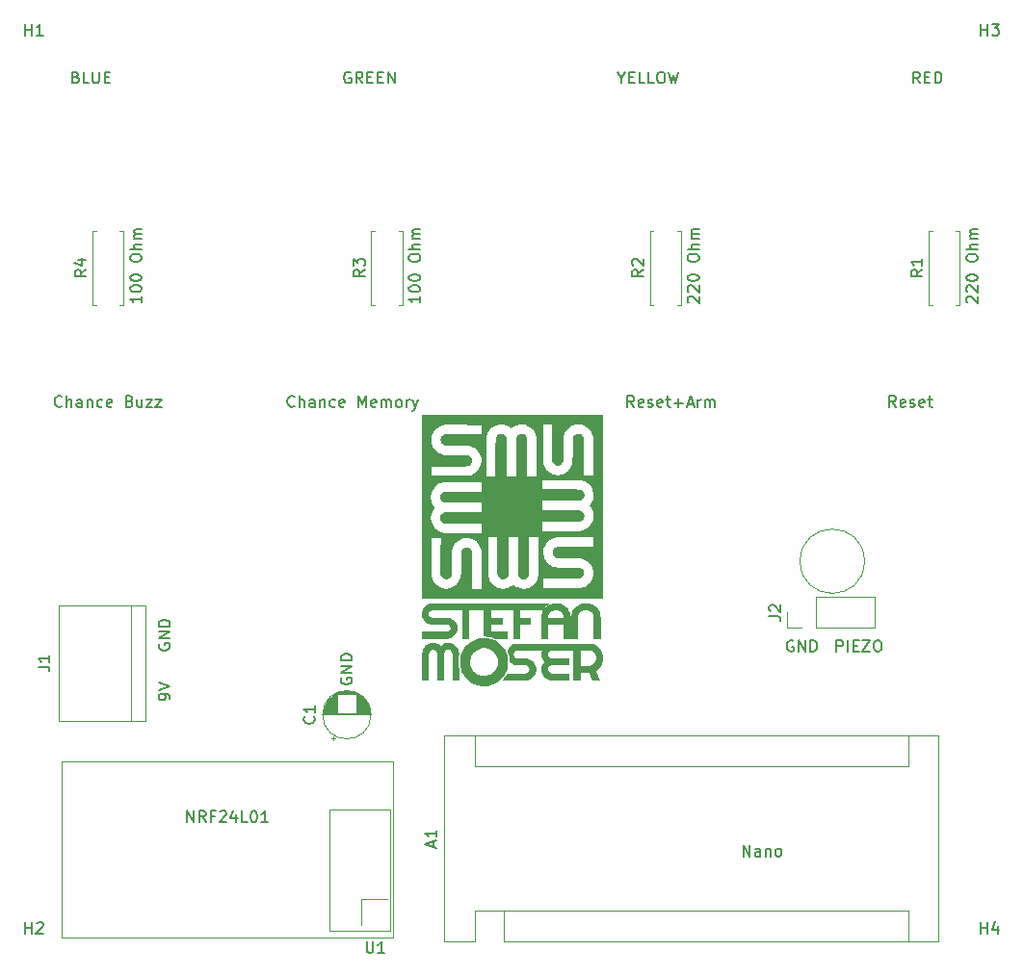
<source format=gbr>
%TF.GenerationSoftware,KiCad,Pcbnew,(5.1.10)-1*%
%TF.CreationDate,2021-11-09T21:09:32+01:00*%
%TF.ProjectId,BuzzerHost,42757a7a-6572-4486-9f73-742e6b696361,1.0*%
%TF.SameCoordinates,Original*%
%TF.FileFunction,Legend,Top*%
%TF.FilePolarity,Positive*%
%FSLAX46Y46*%
G04 Gerber Fmt 4.6, Leading zero omitted, Abs format (unit mm)*
G04 Created by KiCad (PCBNEW (5.1.10)-1) date 2021-11-09 21:09:32*
%MOMM*%
%LPD*%
G01*
G04 APERTURE LIST*
%ADD10C,0.150000*%
%ADD11C,0.120000*%
%ADD12C,0.010000*%
G04 APERTURE END LIST*
D10*
X67452380Y-88190476D02*
X67452380Y-88761904D01*
X67452380Y-88476190D02*
X66452380Y-88476190D01*
X66595238Y-88571428D01*
X66690476Y-88666666D01*
X66738095Y-88761904D01*
X66452380Y-87571428D02*
X66452380Y-87476190D01*
X66500000Y-87380952D01*
X66547619Y-87333333D01*
X66642857Y-87285714D01*
X66833333Y-87238095D01*
X67071428Y-87238095D01*
X67261904Y-87285714D01*
X67357142Y-87333333D01*
X67404761Y-87380952D01*
X67452380Y-87476190D01*
X67452380Y-87571428D01*
X67404761Y-87666666D01*
X67357142Y-87714285D01*
X67261904Y-87761904D01*
X67071428Y-87809523D01*
X66833333Y-87809523D01*
X66642857Y-87761904D01*
X66547619Y-87714285D01*
X66500000Y-87666666D01*
X66452380Y-87571428D01*
X66452380Y-86619047D02*
X66452380Y-86523809D01*
X66500000Y-86428571D01*
X66547619Y-86380952D01*
X66642857Y-86333333D01*
X66833333Y-86285714D01*
X67071428Y-86285714D01*
X67261904Y-86333333D01*
X67357142Y-86380952D01*
X67404761Y-86428571D01*
X67452380Y-86523809D01*
X67452380Y-86619047D01*
X67404761Y-86714285D01*
X67357142Y-86761904D01*
X67261904Y-86809523D01*
X67071428Y-86857142D01*
X66833333Y-86857142D01*
X66642857Y-86809523D01*
X66547619Y-86761904D01*
X66500000Y-86714285D01*
X66452380Y-86619047D01*
X66452380Y-84904761D02*
X66452380Y-84714285D01*
X66500000Y-84619047D01*
X66595238Y-84523809D01*
X66785714Y-84476190D01*
X67119047Y-84476190D01*
X67309523Y-84523809D01*
X67404761Y-84619047D01*
X67452380Y-84714285D01*
X67452380Y-84904761D01*
X67404761Y-85000000D01*
X67309523Y-85095238D01*
X67119047Y-85142857D01*
X66785714Y-85142857D01*
X66595238Y-85095238D01*
X66500000Y-85000000D01*
X66452380Y-84904761D01*
X67452380Y-84047619D02*
X66452380Y-84047619D01*
X67452380Y-83619047D02*
X66928571Y-83619047D01*
X66833333Y-83666666D01*
X66785714Y-83761904D01*
X66785714Y-83904761D01*
X66833333Y-84000000D01*
X66880952Y-84047619D01*
X67452380Y-83142857D02*
X66785714Y-83142857D01*
X66880952Y-83142857D02*
X66833333Y-83095238D01*
X66785714Y-83000000D01*
X66785714Y-82857142D01*
X66833333Y-82761904D01*
X66928571Y-82714285D01*
X67452380Y-82714285D01*
X66928571Y-82714285D02*
X66833333Y-82666666D01*
X66785714Y-82571428D01*
X66785714Y-82428571D01*
X66833333Y-82333333D01*
X66928571Y-82285714D01*
X67452380Y-82285714D01*
X91952380Y-88190476D02*
X91952380Y-88761904D01*
X91952380Y-88476190D02*
X90952380Y-88476190D01*
X91095238Y-88571428D01*
X91190476Y-88666666D01*
X91238095Y-88761904D01*
X90952380Y-87571428D02*
X90952380Y-87476190D01*
X91000000Y-87380952D01*
X91047619Y-87333333D01*
X91142857Y-87285714D01*
X91333333Y-87238095D01*
X91571428Y-87238095D01*
X91761904Y-87285714D01*
X91857142Y-87333333D01*
X91904761Y-87380952D01*
X91952380Y-87476190D01*
X91952380Y-87571428D01*
X91904761Y-87666666D01*
X91857142Y-87714285D01*
X91761904Y-87761904D01*
X91571428Y-87809523D01*
X91333333Y-87809523D01*
X91142857Y-87761904D01*
X91047619Y-87714285D01*
X91000000Y-87666666D01*
X90952380Y-87571428D01*
X90952380Y-86619047D02*
X90952380Y-86523809D01*
X91000000Y-86428571D01*
X91047619Y-86380952D01*
X91142857Y-86333333D01*
X91333333Y-86285714D01*
X91571428Y-86285714D01*
X91761904Y-86333333D01*
X91857142Y-86380952D01*
X91904761Y-86428571D01*
X91952380Y-86523809D01*
X91952380Y-86619047D01*
X91904761Y-86714285D01*
X91857142Y-86761904D01*
X91761904Y-86809523D01*
X91571428Y-86857142D01*
X91333333Y-86857142D01*
X91142857Y-86809523D01*
X91047619Y-86761904D01*
X91000000Y-86714285D01*
X90952380Y-86619047D01*
X90952380Y-84904761D02*
X90952380Y-84714285D01*
X91000000Y-84619047D01*
X91095238Y-84523809D01*
X91285714Y-84476190D01*
X91619047Y-84476190D01*
X91809523Y-84523809D01*
X91904761Y-84619047D01*
X91952380Y-84714285D01*
X91952380Y-84904761D01*
X91904761Y-85000000D01*
X91809523Y-85095238D01*
X91619047Y-85142857D01*
X91285714Y-85142857D01*
X91095238Y-85095238D01*
X91000000Y-85000000D01*
X90952380Y-84904761D01*
X91952380Y-84047619D02*
X90952380Y-84047619D01*
X91952380Y-83619047D02*
X91428571Y-83619047D01*
X91333333Y-83666666D01*
X91285714Y-83761904D01*
X91285714Y-83904761D01*
X91333333Y-84000000D01*
X91380952Y-84047619D01*
X91952380Y-83142857D02*
X91285714Y-83142857D01*
X91380952Y-83142857D02*
X91333333Y-83095238D01*
X91285714Y-83000000D01*
X91285714Y-82857142D01*
X91333333Y-82761904D01*
X91428571Y-82714285D01*
X91952380Y-82714285D01*
X91428571Y-82714285D02*
X91333333Y-82666666D01*
X91285714Y-82571428D01*
X91285714Y-82428571D01*
X91333333Y-82333333D01*
X91428571Y-82285714D01*
X91952380Y-82285714D01*
X115547619Y-88761904D02*
X115500000Y-88714285D01*
X115452380Y-88619047D01*
X115452380Y-88380952D01*
X115500000Y-88285714D01*
X115547619Y-88238095D01*
X115642857Y-88190476D01*
X115738095Y-88190476D01*
X115880952Y-88238095D01*
X116452380Y-88809523D01*
X116452380Y-88190476D01*
X115547619Y-87809523D02*
X115500000Y-87761904D01*
X115452380Y-87666666D01*
X115452380Y-87428571D01*
X115500000Y-87333333D01*
X115547619Y-87285714D01*
X115642857Y-87238095D01*
X115738095Y-87238095D01*
X115880952Y-87285714D01*
X116452380Y-87857142D01*
X116452380Y-87238095D01*
X115452380Y-86619047D02*
X115452380Y-86523809D01*
X115500000Y-86428571D01*
X115547619Y-86380952D01*
X115642857Y-86333333D01*
X115833333Y-86285714D01*
X116071428Y-86285714D01*
X116261904Y-86333333D01*
X116357142Y-86380952D01*
X116404761Y-86428571D01*
X116452380Y-86523809D01*
X116452380Y-86619047D01*
X116404761Y-86714285D01*
X116357142Y-86761904D01*
X116261904Y-86809523D01*
X116071428Y-86857142D01*
X115833333Y-86857142D01*
X115642857Y-86809523D01*
X115547619Y-86761904D01*
X115500000Y-86714285D01*
X115452380Y-86619047D01*
X115452380Y-84904761D02*
X115452380Y-84714285D01*
X115500000Y-84619047D01*
X115595238Y-84523809D01*
X115785714Y-84476190D01*
X116119047Y-84476190D01*
X116309523Y-84523809D01*
X116404761Y-84619047D01*
X116452380Y-84714285D01*
X116452380Y-84904761D01*
X116404761Y-85000000D01*
X116309523Y-85095238D01*
X116119047Y-85142857D01*
X115785714Y-85142857D01*
X115595238Y-85095238D01*
X115500000Y-85000000D01*
X115452380Y-84904761D01*
X116452380Y-84047619D02*
X115452380Y-84047619D01*
X116452380Y-83619047D02*
X115928571Y-83619047D01*
X115833333Y-83666666D01*
X115785714Y-83761904D01*
X115785714Y-83904761D01*
X115833333Y-84000000D01*
X115880952Y-84047619D01*
X116452380Y-83142857D02*
X115785714Y-83142857D01*
X115880952Y-83142857D02*
X115833333Y-83095238D01*
X115785714Y-83000000D01*
X115785714Y-82857142D01*
X115833333Y-82761904D01*
X115928571Y-82714285D01*
X116452380Y-82714285D01*
X115928571Y-82714285D02*
X115833333Y-82666666D01*
X115785714Y-82571428D01*
X115785714Y-82428571D01*
X115833333Y-82333333D01*
X115928571Y-82285714D01*
X116452380Y-82285714D01*
X140047619Y-88761904D02*
X140000000Y-88714285D01*
X139952380Y-88619047D01*
X139952380Y-88380952D01*
X140000000Y-88285714D01*
X140047619Y-88238095D01*
X140142857Y-88190476D01*
X140238095Y-88190476D01*
X140380952Y-88238095D01*
X140952380Y-88809523D01*
X140952380Y-88190476D01*
X140047619Y-87809523D02*
X140000000Y-87761904D01*
X139952380Y-87666666D01*
X139952380Y-87428571D01*
X140000000Y-87333333D01*
X140047619Y-87285714D01*
X140142857Y-87238095D01*
X140238095Y-87238095D01*
X140380952Y-87285714D01*
X140952380Y-87857142D01*
X140952380Y-87238095D01*
X139952380Y-86619047D02*
X139952380Y-86523809D01*
X140000000Y-86428571D01*
X140047619Y-86380952D01*
X140142857Y-86333333D01*
X140333333Y-86285714D01*
X140571428Y-86285714D01*
X140761904Y-86333333D01*
X140857142Y-86380952D01*
X140904761Y-86428571D01*
X140952380Y-86523809D01*
X140952380Y-86619047D01*
X140904761Y-86714285D01*
X140857142Y-86761904D01*
X140761904Y-86809523D01*
X140571428Y-86857142D01*
X140333333Y-86857142D01*
X140142857Y-86809523D01*
X140047619Y-86761904D01*
X140000000Y-86714285D01*
X139952380Y-86619047D01*
X139952380Y-84904761D02*
X139952380Y-84714285D01*
X140000000Y-84619047D01*
X140095238Y-84523809D01*
X140285714Y-84476190D01*
X140619047Y-84476190D01*
X140809523Y-84523809D01*
X140904761Y-84619047D01*
X140952380Y-84714285D01*
X140952380Y-84904761D01*
X140904761Y-85000000D01*
X140809523Y-85095238D01*
X140619047Y-85142857D01*
X140285714Y-85142857D01*
X140095238Y-85095238D01*
X140000000Y-85000000D01*
X139952380Y-84904761D01*
X140952380Y-84047619D02*
X139952380Y-84047619D01*
X140952380Y-83619047D02*
X140428571Y-83619047D01*
X140333333Y-83666666D01*
X140285714Y-83761904D01*
X140285714Y-83904761D01*
X140333333Y-84000000D01*
X140380952Y-84047619D01*
X140952380Y-83142857D02*
X140285714Y-83142857D01*
X140380952Y-83142857D02*
X140333333Y-83095238D01*
X140285714Y-83000000D01*
X140285714Y-82857142D01*
X140333333Y-82761904D01*
X140428571Y-82714285D01*
X140952380Y-82714285D01*
X140428571Y-82714285D02*
X140333333Y-82666666D01*
X140285714Y-82571428D01*
X140285714Y-82428571D01*
X140333333Y-82333333D01*
X140428571Y-82285714D01*
X140952380Y-82285714D01*
X61690476Y-68928571D02*
X61833333Y-68976190D01*
X61880952Y-69023809D01*
X61928571Y-69119047D01*
X61928571Y-69261904D01*
X61880952Y-69357142D01*
X61833333Y-69404761D01*
X61738095Y-69452380D01*
X61357142Y-69452380D01*
X61357142Y-68452380D01*
X61690476Y-68452380D01*
X61785714Y-68500000D01*
X61833333Y-68547619D01*
X61880952Y-68642857D01*
X61880952Y-68738095D01*
X61833333Y-68833333D01*
X61785714Y-68880952D01*
X61690476Y-68928571D01*
X61357142Y-68928571D01*
X62833333Y-69452380D02*
X62357142Y-69452380D01*
X62357142Y-68452380D01*
X63166666Y-68452380D02*
X63166666Y-69261904D01*
X63214285Y-69357142D01*
X63261904Y-69404761D01*
X63357142Y-69452380D01*
X63547619Y-69452380D01*
X63642857Y-69404761D01*
X63690476Y-69357142D01*
X63738095Y-69261904D01*
X63738095Y-68452380D01*
X64214285Y-68928571D02*
X64547619Y-68928571D01*
X64690476Y-69452380D02*
X64214285Y-69452380D01*
X64214285Y-68452380D01*
X64690476Y-68452380D01*
X85833333Y-68500000D02*
X85738095Y-68452380D01*
X85595238Y-68452380D01*
X85452380Y-68500000D01*
X85357142Y-68595238D01*
X85309523Y-68690476D01*
X85261904Y-68880952D01*
X85261904Y-69023809D01*
X85309523Y-69214285D01*
X85357142Y-69309523D01*
X85452380Y-69404761D01*
X85595238Y-69452380D01*
X85690476Y-69452380D01*
X85833333Y-69404761D01*
X85880952Y-69357142D01*
X85880952Y-69023809D01*
X85690476Y-69023809D01*
X86880952Y-69452380D02*
X86547619Y-68976190D01*
X86309523Y-69452380D02*
X86309523Y-68452380D01*
X86690476Y-68452380D01*
X86785714Y-68500000D01*
X86833333Y-68547619D01*
X86880952Y-68642857D01*
X86880952Y-68785714D01*
X86833333Y-68880952D01*
X86785714Y-68928571D01*
X86690476Y-68976190D01*
X86309523Y-68976190D01*
X87309523Y-68928571D02*
X87642857Y-68928571D01*
X87785714Y-69452380D02*
X87309523Y-69452380D01*
X87309523Y-68452380D01*
X87785714Y-68452380D01*
X88214285Y-68928571D02*
X88547619Y-68928571D01*
X88690476Y-69452380D02*
X88214285Y-69452380D01*
X88214285Y-68452380D01*
X88690476Y-68452380D01*
X89119047Y-69452380D02*
X89119047Y-68452380D01*
X89690476Y-69452380D01*
X89690476Y-68452380D01*
X109642857Y-68976190D02*
X109642857Y-69452380D01*
X109309523Y-68452380D02*
X109642857Y-68976190D01*
X109976190Y-68452380D01*
X110309523Y-68928571D02*
X110642857Y-68928571D01*
X110785714Y-69452380D02*
X110309523Y-69452380D01*
X110309523Y-68452380D01*
X110785714Y-68452380D01*
X111690476Y-69452380D02*
X111214285Y-69452380D01*
X111214285Y-68452380D01*
X112500000Y-69452380D02*
X112023809Y-69452380D01*
X112023809Y-68452380D01*
X113023809Y-68452380D02*
X113214285Y-68452380D01*
X113309523Y-68500000D01*
X113404761Y-68595238D01*
X113452380Y-68785714D01*
X113452380Y-69119047D01*
X113404761Y-69309523D01*
X113309523Y-69404761D01*
X113214285Y-69452380D01*
X113023809Y-69452380D01*
X112928571Y-69404761D01*
X112833333Y-69309523D01*
X112785714Y-69119047D01*
X112785714Y-68785714D01*
X112833333Y-68595238D01*
X112928571Y-68500000D01*
X113023809Y-68452380D01*
X113785714Y-68452380D02*
X114023809Y-69452380D01*
X114214285Y-68738095D01*
X114404761Y-69452380D01*
X114642857Y-68452380D01*
X135857142Y-69452380D02*
X135523809Y-68976190D01*
X135285714Y-69452380D02*
X135285714Y-68452380D01*
X135666666Y-68452380D01*
X135761904Y-68500000D01*
X135809523Y-68547619D01*
X135857142Y-68642857D01*
X135857142Y-68785714D01*
X135809523Y-68880952D01*
X135761904Y-68928571D01*
X135666666Y-68976190D01*
X135285714Y-68976190D01*
X136285714Y-68928571D02*
X136619047Y-68928571D01*
X136761904Y-69452380D02*
X136285714Y-69452380D01*
X136285714Y-68452380D01*
X136761904Y-68452380D01*
X137190476Y-69452380D02*
X137190476Y-68452380D01*
X137428571Y-68452380D01*
X137571428Y-68500000D01*
X137666666Y-68595238D01*
X137714285Y-68690476D01*
X137761904Y-68880952D01*
X137761904Y-69023809D01*
X137714285Y-69214285D01*
X137666666Y-69309523D01*
X137571428Y-69404761D01*
X137428571Y-69452380D01*
X137190476Y-69452380D01*
X133761904Y-97952380D02*
X133428571Y-97476190D01*
X133190476Y-97952380D02*
X133190476Y-96952380D01*
X133571428Y-96952380D01*
X133666666Y-97000000D01*
X133714285Y-97047619D01*
X133761904Y-97142857D01*
X133761904Y-97285714D01*
X133714285Y-97380952D01*
X133666666Y-97428571D01*
X133571428Y-97476190D01*
X133190476Y-97476190D01*
X134571428Y-97904761D02*
X134476190Y-97952380D01*
X134285714Y-97952380D01*
X134190476Y-97904761D01*
X134142857Y-97809523D01*
X134142857Y-97428571D01*
X134190476Y-97333333D01*
X134285714Y-97285714D01*
X134476190Y-97285714D01*
X134571428Y-97333333D01*
X134619047Y-97428571D01*
X134619047Y-97523809D01*
X134142857Y-97619047D01*
X135000000Y-97904761D02*
X135095238Y-97952380D01*
X135285714Y-97952380D01*
X135380952Y-97904761D01*
X135428571Y-97809523D01*
X135428571Y-97761904D01*
X135380952Y-97666666D01*
X135285714Y-97619047D01*
X135142857Y-97619047D01*
X135047619Y-97571428D01*
X135000000Y-97476190D01*
X135000000Y-97428571D01*
X135047619Y-97333333D01*
X135142857Y-97285714D01*
X135285714Y-97285714D01*
X135380952Y-97333333D01*
X136238095Y-97904761D02*
X136142857Y-97952380D01*
X135952380Y-97952380D01*
X135857142Y-97904761D01*
X135809523Y-97809523D01*
X135809523Y-97428571D01*
X135857142Y-97333333D01*
X135952380Y-97285714D01*
X136142857Y-97285714D01*
X136238095Y-97333333D01*
X136285714Y-97428571D01*
X136285714Y-97523809D01*
X135809523Y-97619047D01*
X136571428Y-97285714D02*
X136952380Y-97285714D01*
X136714285Y-96952380D02*
X136714285Y-97809523D01*
X136761904Y-97904761D01*
X136857142Y-97952380D01*
X136952380Y-97952380D01*
X110738095Y-97952380D02*
X110404761Y-97476190D01*
X110166666Y-97952380D02*
X110166666Y-96952380D01*
X110547619Y-96952380D01*
X110642857Y-97000000D01*
X110690476Y-97047619D01*
X110738095Y-97142857D01*
X110738095Y-97285714D01*
X110690476Y-97380952D01*
X110642857Y-97428571D01*
X110547619Y-97476190D01*
X110166666Y-97476190D01*
X111547619Y-97904761D02*
X111452380Y-97952380D01*
X111261904Y-97952380D01*
X111166666Y-97904761D01*
X111119047Y-97809523D01*
X111119047Y-97428571D01*
X111166666Y-97333333D01*
X111261904Y-97285714D01*
X111452380Y-97285714D01*
X111547619Y-97333333D01*
X111595238Y-97428571D01*
X111595238Y-97523809D01*
X111119047Y-97619047D01*
X111976190Y-97904761D02*
X112071428Y-97952380D01*
X112261904Y-97952380D01*
X112357142Y-97904761D01*
X112404761Y-97809523D01*
X112404761Y-97761904D01*
X112357142Y-97666666D01*
X112261904Y-97619047D01*
X112119047Y-97619047D01*
X112023809Y-97571428D01*
X111976190Y-97476190D01*
X111976190Y-97428571D01*
X112023809Y-97333333D01*
X112119047Y-97285714D01*
X112261904Y-97285714D01*
X112357142Y-97333333D01*
X113214285Y-97904761D02*
X113119047Y-97952380D01*
X112928571Y-97952380D01*
X112833333Y-97904761D01*
X112785714Y-97809523D01*
X112785714Y-97428571D01*
X112833333Y-97333333D01*
X112928571Y-97285714D01*
X113119047Y-97285714D01*
X113214285Y-97333333D01*
X113261904Y-97428571D01*
X113261904Y-97523809D01*
X112785714Y-97619047D01*
X113547619Y-97285714D02*
X113928571Y-97285714D01*
X113690476Y-96952380D02*
X113690476Y-97809523D01*
X113738095Y-97904761D01*
X113833333Y-97952380D01*
X113928571Y-97952380D01*
X114261904Y-97571428D02*
X115023809Y-97571428D01*
X114642857Y-97952380D02*
X114642857Y-97190476D01*
X115452380Y-97666666D02*
X115928571Y-97666666D01*
X115357142Y-97952380D02*
X115690476Y-96952380D01*
X116023809Y-97952380D01*
X116357142Y-97952380D02*
X116357142Y-97285714D01*
X116357142Y-97476190D02*
X116404761Y-97380952D01*
X116452380Y-97333333D01*
X116547619Y-97285714D01*
X116642857Y-97285714D01*
X116976190Y-97952380D02*
X116976190Y-97285714D01*
X116976190Y-97380952D02*
X117023809Y-97333333D01*
X117119047Y-97285714D01*
X117261904Y-97285714D01*
X117357142Y-97333333D01*
X117404761Y-97428571D01*
X117404761Y-97952380D01*
X117404761Y-97428571D02*
X117452380Y-97333333D01*
X117547619Y-97285714D01*
X117690476Y-97285714D01*
X117785714Y-97333333D01*
X117833333Y-97428571D01*
X117833333Y-97952380D01*
X80904761Y-97857142D02*
X80857142Y-97904761D01*
X80714285Y-97952380D01*
X80619047Y-97952380D01*
X80476190Y-97904761D01*
X80380952Y-97809523D01*
X80333333Y-97714285D01*
X80285714Y-97523809D01*
X80285714Y-97380952D01*
X80333333Y-97190476D01*
X80380952Y-97095238D01*
X80476190Y-97000000D01*
X80619047Y-96952380D01*
X80714285Y-96952380D01*
X80857142Y-97000000D01*
X80904761Y-97047619D01*
X81333333Y-97952380D02*
X81333333Y-96952380D01*
X81761904Y-97952380D02*
X81761904Y-97428571D01*
X81714285Y-97333333D01*
X81619047Y-97285714D01*
X81476190Y-97285714D01*
X81380952Y-97333333D01*
X81333333Y-97380952D01*
X82666666Y-97952380D02*
X82666666Y-97428571D01*
X82619047Y-97333333D01*
X82523809Y-97285714D01*
X82333333Y-97285714D01*
X82238095Y-97333333D01*
X82666666Y-97904761D02*
X82571428Y-97952380D01*
X82333333Y-97952380D01*
X82238095Y-97904761D01*
X82190476Y-97809523D01*
X82190476Y-97714285D01*
X82238095Y-97619047D01*
X82333333Y-97571428D01*
X82571428Y-97571428D01*
X82666666Y-97523809D01*
X83142857Y-97285714D02*
X83142857Y-97952380D01*
X83142857Y-97380952D02*
X83190476Y-97333333D01*
X83285714Y-97285714D01*
X83428571Y-97285714D01*
X83523809Y-97333333D01*
X83571428Y-97428571D01*
X83571428Y-97952380D01*
X84476190Y-97904761D02*
X84380952Y-97952380D01*
X84190476Y-97952380D01*
X84095238Y-97904761D01*
X84047619Y-97857142D01*
X84000000Y-97761904D01*
X84000000Y-97476190D01*
X84047619Y-97380952D01*
X84095238Y-97333333D01*
X84190476Y-97285714D01*
X84380952Y-97285714D01*
X84476190Y-97333333D01*
X85285714Y-97904761D02*
X85190476Y-97952380D01*
X85000000Y-97952380D01*
X84904761Y-97904761D01*
X84857142Y-97809523D01*
X84857142Y-97428571D01*
X84904761Y-97333333D01*
X85000000Y-97285714D01*
X85190476Y-97285714D01*
X85285714Y-97333333D01*
X85333333Y-97428571D01*
X85333333Y-97523809D01*
X84857142Y-97619047D01*
X86523809Y-97952380D02*
X86523809Y-96952380D01*
X86857142Y-97666666D01*
X87190476Y-96952380D01*
X87190476Y-97952380D01*
X88047619Y-97904761D02*
X87952380Y-97952380D01*
X87761904Y-97952380D01*
X87666666Y-97904761D01*
X87619047Y-97809523D01*
X87619047Y-97428571D01*
X87666666Y-97333333D01*
X87761904Y-97285714D01*
X87952380Y-97285714D01*
X88047619Y-97333333D01*
X88095238Y-97428571D01*
X88095238Y-97523809D01*
X87619047Y-97619047D01*
X88523809Y-97952380D02*
X88523809Y-97285714D01*
X88523809Y-97380952D02*
X88571428Y-97333333D01*
X88666666Y-97285714D01*
X88809523Y-97285714D01*
X88904761Y-97333333D01*
X88952380Y-97428571D01*
X88952380Y-97952380D01*
X88952380Y-97428571D02*
X89000000Y-97333333D01*
X89095238Y-97285714D01*
X89238095Y-97285714D01*
X89333333Y-97333333D01*
X89380952Y-97428571D01*
X89380952Y-97952380D01*
X90000000Y-97952380D02*
X89904761Y-97904761D01*
X89857142Y-97857142D01*
X89809523Y-97761904D01*
X89809523Y-97476190D01*
X89857142Y-97380952D01*
X89904761Y-97333333D01*
X90000000Y-97285714D01*
X90142857Y-97285714D01*
X90238095Y-97333333D01*
X90285714Y-97380952D01*
X90333333Y-97476190D01*
X90333333Y-97761904D01*
X90285714Y-97857142D01*
X90238095Y-97904761D01*
X90142857Y-97952380D01*
X90000000Y-97952380D01*
X90761904Y-97952380D02*
X90761904Y-97285714D01*
X90761904Y-97476190D02*
X90809523Y-97380952D01*
X90857142Y-97333333D01*
X90952380Y-97285714D01*
X91047619Y-97285714D01*
X91285714Y-97285714D02*
X91523809Y-97952380D01*
X91761904Y-97285714D02*
X91523809Y-97952380D01*
X91428571Y-98190476D01*
X91380952Y-98238095D01*
X91285714Y-98285714D01*
X60452380Y-97857142D02*
X60404761Y-97904761D01*
X60261904Y-97952380D01*
X60166666Y-97952380D01*
X60023809Y-97904761D01*
X59928571Y-97809523D01*
X59880952Y-97714285D01*
X59833333Y-97523809D01*
X59833333Y-97380952D01*
X59880952Y-97190476D01*
X59928571Y-97095238D01*
X60023809Y-97000000D01*
X60166666Y-96952380D01*
X60261904Y-96952380D01*
X60404761Y-97000000D01*
X60452380Y-97047619D01*
X60880952Y-97952380D02*
X60880952Y-96952380D01*
X61309523Y-97952380D02*
X61309523Y-97428571D01*
X61261904Y-97333333D01*
X61166666Y-97285714D01*
X61023809Y-97285714D01*
X60928571Y-97333333D01*
X60880952Y-97380952D01*
X62214285Y-97952380D02*
X62214285Y-97428571D01*
X62166666Y-97333333D01*
X62071428Y-97285714D01*
X61880952Y-97285714D01*
X61785714Y-97333333D01*
X62214285Y-97904761D02*
X62119047Y-97952380D01*
X61880952Y-97952380D01*
X61785714Y-97904761D01*
X61738095Y-97809523D01*
X61738095Y-97714285D01*
X61785714Y-97619047D01*
X61880952Y-97571428D01*
X62119047Y-97571428D01*
X62214285Y-97523809D01*
X62690476Y-97285714D02*
X62690476Y-97952380D01*
X62690476Y-97380952D02*
X62738095Y-97333333D01*
X62833333Y-97285714D01*
X62976190Y-97285714D01*
X63071428Y-97333333D01*
X63119047Y-97428571D01*
X63119047Y-97952380D01*
X64023809Y-97904761D02*
X63928571Y-97952380D01*
X63738095Y-97952380D01*
X63642857Y-97904761D01*
X63595238Y-97857142D01*
X63547619Y-97761904D01*
X63547619Y-97476190D01*
X63595238Y-97380952D01*
X63642857Y-97333333D01*
X63738095Y-97285714D01*
X63928571Y-97285714D01*
X64023809Y-97333333D01*
X64833333Y-97904761D02*
X64738095Y-97952380D01*
X64547619Y-97952380D01*
X64452380Y-97904761D01*
X64404761Y-97809523D01*
X64404761Y-97428571D01*
X64452380Y-97333333D01*
X64547619Y-97285714D01*
X64738095Y-97285714D01*
X64833333Y-97333333D01*
X64880952Y-97428571D01*
X64880952Y-97523809D01*
X64404761Y-97619047D01*
X66404761Y-97428571D02*
X66547619Y-97476190D01*
X66595238Y-97523809D01*
X66642857Y-97619047D01*
X66642857Y-97761904D01*
X66595238Y-97857142D01*
X66547619Y-97904761D01*
X66452380Y-97952380D01*
X66071428Y-97952380D01*
X66071428Y-96952380D01*
X66404761Y-96952380D01*
X66500000Y-97000000D01*
X66547619Y-97047619D01*
X66595238Y-97142857D01*
X66595238Y-97238095D01*
X66547619Y-97333333D01*
X66500000Y-97380952D01*
X66404761Y-97428571D01*
X66071428Y-97428571D01*
X67500000Y-97285714D02*
X67500000Y-97952380D01*
X67071428Y-97285714D02*
X67071428Y-97809523D01*
X67119047Y-97904761D01*
X67214285Y-97952380D01*
X67357142Y-97952380D01*
X67452380Y-97904761D01*
X67500000Y-97857142D01*
X67880952Y-97285714D02*
X68404761Y-97285714D01*
X67880952Y-97952380D01*
X68404761Y-97952380D01*
X68690476Y-97285714D02*
X69214285Y-97285714D01*
X68690476Y-97952380D01*
X69214285Y-97952380D01*
X85000000Y-121761904D02*
X84952380Y-121857142D01*
X84952380Y-122000000D01*
X85000000Y-122142857D01*
X85095238Y-122238095D01*
X85190476Y-122285714D01*
X85380952Y-122333333D01*
X85523809Y-122333333D01*
X85714285Y-122285714D01*
X85809523Y-122238095D01*
X85904761Y-122142857D01*
X85952380Y-122000000D01*
X85952380Y-121904761D01*
X85904761Y-121761904D01*
X85857142Y-121714285D01*
X85523809Y-121714285D01*
X85523809Y-121904761D01*
X85952380Y-121285714D02*
X84952380Y-121285714D01*
X85952380Y-120714285D01*
X84952380Y-120714285D01*
X85952380Y-120238095D02*
X84952380Y-120238095D01*
X84952380Y-120000000D01*
X85000000Y-119857142D01*
X85095238Y-119761904D01*
X85190476Y-119714285D01*
X85380952Y-119666666D01*
X85523809Y-119666666D01*
X85714285Y-119714285D01*
X85809523Y-119761904D01*
X85904761Y-119857142D01*
X85952380Y-120000000D01*
X85952380Y-120238095D01*
X128547619Y-119452380D02*
X128547619Y-118452380D01*
X128928571Y-118452380D01*
X129023809Y-118500000D01*
X129071428Y-118547619D01*
X129119047Y-118642857D01*
X129119047Y-118785714D01*
X129071428Y-118880952D01*
X129023809Y-118928571D01*
X128928571Y-118976190D01*
X128547619Y-118976190D01*
X129547619Y-119452380D02*
X129547619Y-118452380D01*
X130023809Y-118928571D02*
X130357142Y-118928571D01*
X130500000Y-119452380D02*
X130023809Y-119452380D01*
X130023809Y-118452380D01*
X130500000Y-118452380D01*
X130833333Y-118452380D02*
X131500000Y-118452380D01*
X130833333Y-119452380D01*
X131500000Y-119452380D01*
X132071428Y-118452380D02*
X132261904Y-118452380D01*
X132357142Y-118500000D01*
X132452380Y-118595238D01*
X132500000Y-118785714D01*
X132500000Y-119119047D01*
X132452380Y-119309523D01*
X132357142Y-119404761D01*
X132261904Y-119452380D01*
X132071428Y-119452380D01*
X131976190Y-119404761D01*
X131880952Y-119309523D01*
X131833333Y-119119047D01*
X131833333Y-118785714D01*
X131880952Y-118595238D01*
X131976190Y-118500000D01*
X132071428Y-118452380D01*
X124738095Y-118500000D02*
X124642857Y-118452380D01*
X124500000Y-118452380D01*
X124357142Y-118500000D01*
X124261904Y-118595238D01*
X124214285Y-118690476D01*
X124166666Y-118880952D01*
X124166666Y-119023809D01*
X124214285Y-119214285D01*
X124261904Y-119309523D01*
X124357142Y-119404761D01*
X124500000Y-119452380D01*
X124595238Y-119452380D01*
X124738095Y-119404761D01*
X124785714Y-119357142D01*
X124785714Y-119023809D01*
X124595238Y-119023809D01*
X125214285Y-119452380D02*
X125214285Y-118452380D01*
X125785714Y-119452380D01*
X125785714Y-118452380D01*
X126261904Y-119452380D02*
X126261904Y-118452380D01*
X126500000Y-118452380D01*
X126642857Y-118500000D01*
X126738095Y-118595238D01*
X126785714Y-118690476D01*
X126833333Y-118880952D01*
X126833333Y-119023809D01*
X126785714Y-119214285D01*
X126738095Y-119309523D01*
X126642857Y-119404761D01*
X126500000Y-119452380D01*
X126261904Y-119452380D01*
D11*
X131000000Y-111500000D02*
G75*
G03*
X131000000Y-111500000I-2828427J0D01*
G01*
D10*
X120357142Y-137452380D02*
X120357142Y-136452380D01*
X120928571Y-137452380D01*
X120928571Y-136452380D01*
X121833333Y-137452380D02*
X121833333Y-136928571D01*
X121785714Y-136833333D01*
X121690476Y-136785714D01*
X121500000Y-136785714D01*
X121404761Y-136833333D01*
X121833333Y-137404761D02*
X121738095Y-137452380D01*
X121500000Y-137452380D01*
X121404761Y-137404761D01*
X121357142Y-137309523D01*
X121357142Y-137214285D01*
X121404761Y-137119047D01*
X121500000Y-137071428D01*
X121738095Y-137071428D01*
X121833333Y-137023809D01*
X122309523Y-136785714D02*
X122309523Y-137452380D01*
X122309523Y-136880952D02*
X122357142Y-136833333D01*
X122452380Y-136785714D01*
X122595238Y-136785714D01*
X122690476Y-136833333D01*
X122738095Y-136928571D01*
X122738095Y-137452380D01*
X123357142Y-137452380D02*
X123261904Y-137404761D01*
X123214285Y-137357142D01*
X123166666Y-137261904D01*
X123166666Y-136976190D01*
X123214285Y-136880952D01*
X123261904Y-136833333D01*
X123357142Y-136785714D01*
X123499999Y-136785714D01*
X123595238Y-136833333D01*
X123642857Y-136880952D01*
X123690476Y-136976190D01*
X123690476Y-137261904D01*
X123642857Y-137357142D01*
X123595238Y-137404761D01*
X123499999Y-137452380D01*
X123357142Y-137452380D01*
X69000000Y-118761904D02*
X68952380Y-118857142D01*
X68952380Y-119000000D01*
X69000000Y-119142857D01*
X69095238Y-119238095D01*
X69190476Y-119285714D01*
X69380952Y-119333333D01*
X69523809Y-119333333D01*
X69714285Y-119285714D01*
X69809523Y-119238095D01*
X69904761Y-119142857D01*
X69952380Y-119000000D01*
X69952380Y-118904761D01*
X69904761Y-118761904D01*
X69857142Y-118714285D01*
X69523809Y-118714285D01*
X69523809Y-118904761D01*
X69952380Y-118285714D02*
X68952380Y-118285714D01*
X69952380Y-117714285D01*
X68952380Y-117714285D01*
X69952380Y-117238095D02*
X68952380Y-117238095D01*
X68952380Y-117000000D01*
X69000000Y-116857142D01*
X69095238Y-116761904D01*
X69190476Y-116714285D01*
X69380952Y-116666666D01*
X69523809Y-116666666D01*
X69714285Y-116714285D01*
X69809523Y-116761904D01*
X69904761Y-116857142D01*
X69952380Y-117000000D01*
X69952380Y-117238095D01*
X69952380Y-123619047D02*
X69952380Y-123428571D01*
X69904761Y-123333333D01*
X69857142Y-123285714D01*
X69714285Y-123190476D01*
X69523809Y-123142857D01*
X69142857Y-123142857D01*
X69047619Y-123190476D01*
X69000000Y-123238095D01*
X68952380Y-123333333D01*
X68952380Y-123523809D01*
X69000000Y-123619047D01*
X69047619Y-123666666D01*
X69142857Y-123714285D01*
X69380952Y-123714285D01*
X69476190Y-123666666D01*
X69523809Y-123619047D01*
X69571428Y-123523809D01*
X69571428Y-123333333D01*
X69523809Y-123238095D01*
X69476190Y-123190476D01*
X69380952Y-123142857D01*
X68952380Y-122857142D02*
X69952380Y-122523809D01*
X68952380Y-122190476D01*
X71476190Y-134452380D02*
X71476190Y-133452380D01*
X72047619Y-134452380D01*
X72047619Y-133452380D01*
X73095238Y-134452380D02*
X72761904Y-133976190D01*
X72523809Y-134452380D02*
X72523809Y-133452380D01*
X72904761Y-133452380D01*
X73000000Y-133500000D01*
X73047619Y-133547619D01*
X73095238Y-133642857D01*
X73095238Y-133785714D01*
X73047619Y-133880952D01*
X73000000Y-133928571D01*
X72904761Y-133976190D01*
X72523809Y-133976190D01*
X73857142Y-133928571D02*
X73523809Y-133928571D01*
X73523809Y-134452380D02*
X73523809Y-133452380D01*
X74000000Y-133452380D01*
X74333333Y-133547619D02*
X74380952Y-133500000D01*
X74476190Y-133452380D01*
X74714285Y-133452380D01*
X74809523Y-133500000D01*
X74857142Y-133547619D01*
X74904761Y-133642857D01*
X74904761Y-133738095D01*
X74857142Y-133880952D01*
X74285714Y-134452380D01*
X74904761Y-134452380D01*
X75761904Y-133785714D02*
X75761904Y-134452380D01*
X75523809Y-133404761D02*
X75285714Y-134119047D01*
X75904761Y-134119047D01*
X76761904Y-134452380D02*
X76285714Y-134452380D01*
X76285714Y-133452380D01*
X77285714Y-133452380D02*
X77380952Y-133452380D01*
X77476190Y-133500000D01*
X77523809Y-133547619D01*
X77571428Y-133642857D01*
X77619047Y-133833333D01*
X77619047Y-134071428D01*
X77571428Y-134261904D01*
X77523809Y-134357142D01*
X77476190Y-134404761D01*
X77380952Y-134452380D01*
X77285714Y-134452380D01*
X77190476Y-134404761D01*
X77142857Y-134357142D01*
X77095238Y-134261904D01*
X77047619Y-134071428D01*
X77047619Y-133833333D01*
X77095238Y-133642857D01*
X77142857Y-133547619D01*
X77190476Y-133500000D01*
X77285714Y-133452380D01*
X78571428Y-134452380D02*
X78000000Y-134452380D01*
X78285714Y-134452380D02*
X78285714Y-133452380D01*
X78190476Y-133595238D01*
X78095238Y-133690476D01*
X78000000Y-133738095D01*
D12*
%TO.C,G\u002A\u002A\u002A*%
G36*
X107945120Y-114706240D02*
G01*
X92065040Y-114706240D01*
X92065040Y-112275267D01*
X92843254Y-112275267D01*
X92843296Y-112379402D01*
X92843522Y-112467896D01*
X92843964Y-112542312D01*
X92844658Y-112604208D01*
X92845637Y-112655145D01*
X92846935Y-112696682D01*
X92848586Y-112730381D01*
X92850623Y-112757801D01*
X92853082Y-112780501D01*
X92855994Y-112800044D01*
X92859395Y-112817987D01*
X92861244Y-112826640D01*
X92906634Y-112988328D01*
X92969245Y-113141078D01*
X93047950Y-113283746D01*
X93141627Y-113415191D01*
X93249148Y-113534269D01*
X93369391Y-113639839D01*
X93501229Y-113730757D01*
X93643539Y-113805883D01*
X93795194Y-113864074D01*
X93914160Y-113895864D01*
X93983904Y-113907255D01*
X94067345Y-113914712D01*
X94158231Y-113918182D01*
X94250314Y-113917609D01*
X94337343Y-113912941D01*
X94413067Y-113904124D01*
X94434171Y-113900361D01*
X94596457Y-113858149D01*
X94749872Y-113797686D01*
X94893964Y-113719212D01*
X95028285Y-113622968D01*
X95138653Y-113523158D01*
X95248971Y-113398276D01*
X95342704Y-113262093D01*
X95419178Y-113115948D01*
X95477722Y-112961176D01*
X95517662Y-112799115D01*
X95524981Y-112755520D01*
X95527521Y-112735627D01*
X95529765Y-112710610D01*
X95531729Y-112679239D01*
X95533430Y-112640284D01*
X95534885Y-112592516D01*
X95536110Y-112534705D01*
X95537124Y-112465621D01*
X95537942Y-112384037D01*
X95538581Y-112288720D01*
X95539059Y-112178443D01*
X95539391Y-112051976D01*
X95539596Y-111908089D01*
X95539690Y-111745552D01*
X95539700Y-111682486D01*
X95539819Y-111509202D01*
X95540152Y-111349647D01*
X95540690Y-111204539D01*
X95541427Y-111074595D01*
X95542356Y-110960532D01*
X95543468Y-110863067D01*
X95544758Y-110782917D01*
X95546218Y-110720799D01*
X95547840Y-110677431D01*
X95549618Y-110653528D01*
X95549973Y-110651246D01*
X95576098Y-110564338D01*
X95619118Y-110485745D01*
X95676619Y-110417459D01*
X95746186Y-110361469D01*
X95825405Y-110319765D01*
X95911859Y-110294339D01*
X95991880Y-110287008D01*
X96088786Y-110296539D01*
X96177114Y-110324047D01*
X96255573Y-110368545D01*
X96322874Y-110429043D01*
X96377727Y-110504552D01*
X96418842Y-110594082D01*
X96427626Y-110621224D01*
X96429780Y-110629885D01*
X96431738Y-110641302D01*
X96433511Y-110656416D01*
X96435106Y-110676169D01*
X96436533Y-110701505D01*
X96437801Y-110733363D01*
X96438920Y-110772688D01*
X96439898Y-110820421D01*
X96440745Y-110877505D01*
X96441469Y-110944881D01*
X96442080Y-111023491D01*
X96442588Y-111114279D01*
X96443000Y-111218186D01*
X96443327Y-111336154D01*
X96443577Y-111469125D01*
X96443760Y-111618043D01*
X96443884Y-111783848D01*
X96443959Y-111967483D01*
X96443994Y-112169891D01*
X96444000Y-112310324D01*
X96444000Y-113944240D01*
X97348812Y-113944240D01*
X97345582Y-112255140D01*
X97345164Y-112038211D01*
X97344772Y-111840642D01*
X97344390Y-111661475D01*
X97344005Y-111499749D01*
X97343605Y-111354505D01*
X97343175Y-111224784D01*
X97342703Y-111109625D01*
X97342175Y-111008071D01*
X97341578Y-110919160D01*
X97340898Y-110841934D01*
X97340121Y-110775433D01*
X97339235Y-110718698D01*
X97338227Y-110670769D01*
X97337081Y-110630687D01*
X97335787Y-110597491D01*
X97334329Y-110570224D01*
X97332694Y-110547925D01*
X97330870Y-110529634D01*
X97328842Y-110514393D01*
X97326598Y-110501242D01*
X97324124Y-110489221D01*
X97321406Y-110477370D01*
X97320734Y-110474522D01*
X97271934Y-110307726D01*
X97207442Y-110151814D01*
X97128259Y-110007618D01*
X97035389Y-109875969D01*
X96929832Y-109757697D01*
X96812592Y-109653635D01*
X96684669Y-109564612D01*
X96547066Y-109491460D01*
X96400784Y-109435009D01*
X96246827Y-109396092D01*
X96086195Y-109375539D01*
X95991880Y-109372359D01*
X95828374Y-109382107D01*
X95670559Y-109410739D01*
X95519557Y-109457342D01*
X95376493Y-109521000D01*
X95242489Y-109600797D01*
X95118668Y-109695820D01*
X95006154Y-109805153D01*
X94906070Y-109927881D01*
X94819539Y-110063089D01*
X94747684Y-110209862D01*
X94691629Y-110367286D01*
X94669996Y-110449200D01*
X94667092Y-110462886D01*
X94664495Y-110478638D01*
X94662179Y-110497682D01*
X94660117Y-110521244D01*
X94658284Y-110550549D01*
X94656652Y-110586826D01*
X94655196Y-110631299D01*
X94653890Y-110685195D01*
X94652707Y-110749740D01*
X94651622Y-110826160D01*
X94650607Y-110915682D01*
X94649638Y-111019532D01*
X94648687Y-111138936D01*
X94647729Y-111275120D01*
X94646737Y-111429311D01*
X94645808Y-111582040D01*
X94644790Y-111753829D01*
X94643864Y-111906529D01*
X94642971Y-112041371D01*
X94642055Y-112159584D01*
X94641055Y-112262399D01*
X94639914Y-112351046D01*
X94638573Y-112426756D01*
X94636974Y-112490758D01*
X94635058Y-112544284D01*
X94632766Y-112588563D01*
X94630041Y-112624826D01*
X94626824Y-112654303D01*
X94623056Y-112678224D01*
X94618678Y-112697821D01*
X94613633Y-112714322D01*
X94607862Y-112728959D01*
X94601306Y-112742961D01*
X94593907Y-112757560D01*
X94589533Y-112766138D01*
X94541464Y-112839450D01*
X94478762Y-112901556D01*
X94404706Y-112950843D01*
X94322575Y-112985700D01*
X94235648Y-113004515D01*
X94147205Y-113005677D01*
X94112055Y-113000822D01*
X94022185Y-112974794D01*
X93940958Y-112932581D01*
X93870517Y-112876323D01*
X93813008Y-112808158D01*
X93770575Y-112730224D01*
X93745363Y-112644659D01*
X93743506Y-112633378D01*
X93742357Y-112614925D01*
X93741440Y-112576966D01*
X93740750Y-112520314D01*
X93740285Y-112445782D01*
X93740040Y-112354182D01*
X93740011Y-112246328D01*
X93740196Y-112123032D01*
X93740590Y-111985108D01*
X93741189Y-111833367D01*
X93741991Y-111668622D01*
X93742992Y-111491687D01*
X93744187Y-111303375D01*
X93745573Y-111104497D01*
X93747147Y-110895868D01*
X93748905Y-110678299D01*
X93750842Y-110452604D01*
X93752957Y-110219595D01*
X93755244Y-109980085D01*
X93755601Y-109943740D01*
X93761232Y-109372240D01*
X92859993Y-109372240D01*
X92852440Y-110329820D01*
X92851237Y-110489447D01*
X92850059Y-110658934D01*
X92848926Y-110835030D01*
X92847853Y-111014484D01*
X92846858Y-111194048D01*
X92845959Y-111370471D01*
X92845171Y-111540503D01*
X92844512Y-111700893D01*
X92844000Y-111848393D01*
X92843651Y-111979751D01*
X92843584Y-112013840D01*
X92843361Y-112153933D01*
X92843254Y-112275267D01*
X92065040Y-112275267D01*
X92065040Y-109290960D01*
X97835358Y-109290960D01*
X97838553Y-111015620D01*
X97838962Y-111234965D01*
X97839349Y-111434938D01*
X97839727Y-111616490D01*
X97840107Y-111780568D01*
X97840503Y-111928121D01*
X97840928Y-112060098D01*
X97841395Y-112177448D01*
X97841915Y-112281119D01*
X97842503Y-112372061D01*
X97843170Y-112451222D01*
X97843929Y-112519551D01*
X97844794Y-112577997D01*
X97845777Y-112627508D01*
X97846891Y-112669033D01*
X97848148Y-112703522D01*
X97849562Y-112731922D01*
X97851144Y-112755184D01*
X97852909Y-112774254D01*
X97854868Y-112790083D01*
X97857035Y-112803619D01*
X97859421Y-112815811D01*
X97862041Y-112827608D01*
X97862992Y-112831720D01*
X97912108Y-113001392D01*
X97978049Y-113160571D01*
X98060402Y-113308330D01*
X98100634Y-113367949D01*
X98180403Y-113466919D01*
X98275384Y-113563290D01*
X98380541Y-113652759D01*
X98490838Y-113731025D01*
X98596177Y-113791274D01*
X98661543Y-113820336D01*
X98739234Y-113849247D01*
X98821401Y-113875460D01*
X98900191Y-113896428D01*
X98954502Y-113907544D01*
X99026932Y-113916295D01*
X99111975Y-113921196D01*
X99202287Y-113922229D01*
X99290528Y-113919377D01*
X99369353Y-113912622D01*
X99398045Y-113908592D01*
X99517986Y-113882517D01*
X99639200Y-113843864D01*
X99757369Y-113794643D01*
X99868179Y-113736861D01*
X99967313Y-113672526D01*
X100047798Y-113606176D01*
X100069167Y-113587623D01*
X100083187Y-113581998D01*
X100096251Y-113587257D01*
X100099580Y-113589634D01*
X100115759Y-113601766D01*
X100143530Y-113622728D01*
X100178307Y-113649057D01*
X100199969Y-113665487D01*
X100328277Y-113750303D01*
X100467802Y-113819099D01*
X100616427Y-113871188D01*
X100772037Y-113905881D01*
X100932514Y-113922491D01*
X100995680Y-113923920D01*
X101162169Y-113914343D01*
X101321687Y-113885698D01*
X101473933Y-113838109D01*
X101618605Y-113771701D01*
X101755403Y-113686600D01*
X101884024Y-113582929D01*
X101936099Y-113533318D01*
X102047871Y-113407440D01*
X102143062Y-113270037D01*
X102221245Y-113121911D01*
X102281995Y-112963862D01*
X102284146Y-112955586D01*
X102682240Y-112955586D01*
X102682240Y-113873120D01*
X102903220Y-113874588D01*
X102946769Y-113874888D01*
X103008729Y-113875329D01*
X103087190Y-113875897D01*
X103180243Y-113876578D01*
X103285979Y-113877358D01*
X103402487Y-113878223D01*
X103527860Y-113879159D01*
X103660188Y-113880151D01*
X103797562Y-113881185D01*
X103938072Y-113882248D01*
X104053840Y-113883126D01*
X104204551Y-113884201D01*
X104360213Y-113885178D01*
X104518140Y-113886048D01*
X104675647Y-113886800D01*
X104830048Y-113887427D01*
X104978659Y-113887918D01*
X105118794Y-113888263D01*
X105247768Y-113888454D01*
X105362896Y-113888480D01*
X105461492Y-113888333D01*
X105496560Y-113888220D01*
X105612883Y-113887730D01*
X105710836Y-113887182D01*
X105792369Y-113886501D01*
X105859432Y-113885612D01*
X105913976Y-113884441D01*
X105957950Y-113882914D01*
X105993304Y-113880955D01*
X106021988Y-113878491D01*
X106045953Y-113875446D01*
X106067148Y-113871746D01*
X106087523Y-113867317D01*
X106096000Y-113865295D01*
X106259899Y-113815594D01*
X106412925Y-113749005D01*
X106554354Y-113666244D01*
X106683463Y-113568024D01*
X106799530Y-113455063D01*
X106901833Y-113328074D01*
X106989647Y-113187773D01*
X107062250Y-113034875D01*
X107118920Y-112870094D01*
X107125316Y-112846960D01*
X107135960Y-112806508D01*
X107143876Y-112772766D01*
X107149463Y-112741568D01*
X107153120Y-112708749D01*
X107155246Y-112670144D01*
X107156241Y-112621589D01*
X107156504Y-112558917D01*
X107156487Y-112521840D01*
X107156277Y-112450540D01*
X107155546Y-112395371D01*
X107153893Y-112352145D01*
X107150912Y-112316673D01*
X107146200Y-112284766D01*
X107139355Y-112252235D01*
X107129972Y-112214893D01*
X107125164Y-112196720D01*
X107071008Y-112030289D01*
X107000638Y-111875872D01*
X106914654Y-111734065D01*
X106813653Y-111605466D01*
X106698231Y-111490672D01*
X106568988Y-111390280D01*
X106426520Y-111304887D01*
X106271425Y-111235092D01*
X106111240Y-111183324D01*
X106009640Y-111156240D01*
X104968240Y-111150575D01*
X104799113Y-111149637D01*
X104649104Y-111148752D01*
X104517009Y-111147896D01*
X104401625Y-111147041D01*
X104301750Y-111146162D01*
X104216181Y-111145232D01*
X104143714Y-111144225D01*
X104083148Y-111143116D01*
X104033279Y-111141877D01*
X103992904Y-111140484D01*
X103960821Y-111138909D01*
X103935827Y-111137127D01*
X103916718Y-111135111D01*
X103902293Y-111132836D01*
X103891348Y-111130275D01*
X103882681Y-111127402D01*
X103881553Y-111126963D01*
X103796306Y-111083603D01*
X103724993Y-111028084D01*
X103667726Y-110962647D01*
X103624614Y-110889536D01*
X103595767Y-110810992D01*
X103581295Y-110729259D01*
X103581308Y-110646577D01*
X103595915Y-110565190D01*
X103625227Y-110487340D01*
X103669354Y-110415269D01*
X103728405Y-110351219D01*
X103802491Y-110297434D01*
X103839922Y-110277577D01*
X103916680Y-110240920D01*
X105549900Y-110238258D01*
X107183120Y-110235597D01*
X107183120Y-109320975D01*
X103825240Y-109327007D01*
X103743960Y-109348893D01*
X103575670Y-109403816D01*
X103419497Y-109474351D01*
X103276119Y-109559803D01*
X103146216Y-109659478D01*
X103030467Y-109772682D01*
X102929551Y-109898718D01*
X102844149Y-110036893D01*
X102774939Y-110186512D01*
X102722600Y-110346880D01*
X102707700Y-110408560D01*
X102697117Y-110472497D01*
X102689584Y-110550444D01*
X102685244Y-110636297D01*
X102684241Y-110723954D01*
X102686718Y-110807313D01*
X102692820Y-110880273D01*
X102696039Y-110903500D01*
X102731152Y-111063253D01*
X102784163Y-111216185D01*
X102853884Y-111360873D01*
X102939128Y-111495890D01*
X103038706Y-111619812D01*
X103151430Y-111731215D01*
X103276112Y-111828674D01*
X103411565Y-111910764D01*
X103556600Y-111976060D01*
X103604651Y-111993113D01*
X103635075Y-112003324D01*
X103662239Y-112012404D01*
X103687459Y-112020425D01*
X103712050Y-112027459D01*
X103737327Y-112033580D01*
X103764604Y-112038860D01*
X103795197Y-112043371D01*
X103830421Y-112047185D01*
X103871590Y-112050377D01*
X103920020Y-112053018D01*
X103977025Y-112055180D01*
X104043921Y-112056937D01*
X104122022Y-112058361D01*
X104212644Y-112059524D01*
X104317101Y-112060500D01*
X104436709Y-112061360D01*
X104572782Y-112062177D01*
X104726636Y-112063025D01*
X104886960Y-112063904D01*
X105928360Y-112069720D01*
X105995653Y-112101604D01*
X106078433Y-112150848D01*
X106146138Y-112213349D01*
X106199615Y-112290037D01*
X106232529Y-112361714D01*
X106258271Y-112452092D01*
X106265053Y-112538470D01*
X106252735Y-112624108D01*
X106221180Y-112712266D01*
X106217284Y-112720663D01*
X106167673Y-112802943D01*
X106103295Y-112871352D01*
X106024574Y-112925512D01*
X105947859Y-112959655D01*
X105938339Y-112962967D01*
X105928726Y-112965911D01*
X105917851Y-112968503D01*
X105904543Y-112970756D01*
X105887634Y-112972686D01*
X105865952Y-112974308D01*
X105838329Y-112975637D01*
X105803593Y-112976687D01*
X105760575Y-112977474D01*
X105708105Y-112978013D01*
X105645013Y-112978318D01*
X105570129Y-112978404D01*
X105482283Y-112978287D01*
X105380304Y-112977982D01*
X105263024Y-112977502D01*
X105129272Y-112976864D01*
X104977877Y-112976082D01*
X104807671Y-112975171D01*
X104754880Y-112974886D01*
X104593177Y-112973974D01*
X104429270Y-112972976D01*
X104265267Y-112971907D01*
X104103275Y-112970785D01*
X103945400Y-112969627D01*
X103793750Y-112968448D01*
X103650431Y-112967267D01*
X103517551Y-112966099D01*
X103397216Y-112964961D01*
X103291533Y-112963870D01*
X103202610Y-112962842D01*
X103152140Y-112962179D01*
X102682240Y-112955586D01*
X102284146Y-112955586D01*
X102322997Y-112806117D01*
X102325250Y-112793925D01*
X102327310Y-112779840D01*
X102329187Y-112762921D01*
X102330893Y-112742224D01*
X102332437Y-112716807D01*
X102333832Y-112685727D01*
X102335089Y-112648040D01*
X102336217Y-112602804D01*
X102337230Y-112549077D01*
X102338136Y-112485916D01*
X102338949Y-112412376D01*
X102339677Y-112327517D01*
X102340334Y-112230395D01*
X102340929Y-112120067D01*
X102341474Y-111995590D01*
X102341979Y-111856022D01*
X102342457Y-111700419D01*
X102342917Y-111527840D01*
X102343371Y-111337340D01*
X102343830Y-111127978D01*
X102344087Y-111005460D01*
X102347631Y-109290960D01*
X101442720Y-109290960D01*
X101442720Y-110955065D01*
X101442734Y-111174872D01*
X101442756Y-111375303D01*
X101442752Y-111557304D01*
X101442689Y-111721820D01*
X101442536Y-111869794D01*
X101442258Y-112002173D01*
X101441823Y-112119899D01*
X101441198Y-112223920D01*
X101440351Y-112315178D01*
X101439248Y-112394619D01*
X101437857Y-112463188D01*
X101436144Y-112521829D01*
X101434078Y-112571487D01*
X101431625Y-112613107D01*
X101428753Y-112647633D01*
X101425427Y-112676011D01*
X101421617Y-112699186D01*
X101417288Y-112718100D01*
X101412409Y-112733701D01*
X101406946Y-112746932D01*
X101400866Y-112758738D01*
X101394136Y-112770064D01*
X101386725Y-112781855D01*
X101378789Y-112794735D01*
X101326970Y-112863034D01*
X101259495Y-112923075D01*
X101180507Y-112971177D01*
X101179988Y-112971431D01*
X101150199Y-112985493D01*
X101125573Y-112994864D01*
X101100664Y-113000490D01*
X101070030Y-113003320D01*
X101028226Y-113004300D01*
X100990600Y-113004393D01*
X100938050Y-113004086D01*
X100900369Y-113002581D01*
X100872109Y-112998927D01*
X100847819Y-112992175D01*
X100822050Y-112981374D01*
X100801211Y-112971384D01*
X100722188Y-112923424D01*
X100654628Y-112863463D01*
X100602683Y-112795191D01*
X100602410Y-112794735D01*
X100594299Y-112781577D01*
X100586904Y-112769807D01*
X100580189Y-112758481D01*
X100574124Y-112746653D01*
X100568674Y-112733379D01*
X100563807Y-112717714D01*
X100559491Y-112698714D01*
X100555691Y-112675433D01*
X100552377Y-112646927D01*
X100549514Y-112612251D01*
X100547070Y-112570460D01*
X100545012Y-112520610D01*
X100543307Y-112461756D01*
X100541923Y-112392952D01*
X100540826Y-112313255D01*
X100539985Y-112221720D01*
X100539364Y-112117401D01*
X100538933Y-111999355D01*
X100538659Y-111866636D01*
X100538507Y-111718299D01*
X100538447Y-111553400D01*
X100538444Y-111370994D01*
X100538465Y-111170136D01*
X100538480Y-110955065D01*
X100538480Y-109290960D01*
X99634474Y-109290960D01*
X99629160Y-112679320D01*
X99596633Y-112747986D01*
X99562631Y-112806397D01*
X99518073Y-112863831D01*
X99468317Y-112914190D01*
X99418725Y-112951377D01*
X99416953Y-112952427D01*
X99339744Y-112986657D01*
X99253986Y-113005772D01*
X99164978Y-113009525D01*
X99078017Y-112997674D01*
X99001693Y-112971538D01*
X98923126Y-112924013D01*
X98854731Y-112861220D01*
X98799153Y-112786568D01*
X98759039Y-112703463D01*
X98740147Y-112634753D01*
X98738707Y-112616615D01*
X98737368Y-112578530D01*
X98736133Y-112520870D01*
X98735004Y-112444009D01*
X98733985Y-112348319D01*
X98733075Y-112234174D01*
X98732279Y-112101944D01*
X98731598Y-111952005D01*
X98731035Y-111784727D01*
X98730591Y-111600484D01*
X98730269Y-111399649D01*
X98730071Y-111182594D01*
X98730000Y-110949693D01*
X98730000Y-109290960D01*
X97835358Y-109290960D01*
X92065040Y-109290960D01*
X92065040Y-105856089D01*
X92808016Y-105856089D01*
X92820523Y-106015520D01*
X92850224Y-106171175D01*
X92896621Y-106320915D01*
X92959217Y-106462597D01*
X93037514Y-106594083D01*
X93103083Y-106680938D01*
X93152475Y-106740289D01*
X93082871Y-106831967D01*
X92992065Y-106968248D01*
X92917713Y-107115753D01*
X92860577Y-107272798D01*
X92830481Y-107391040D01*
X92822397Y-107443751D01*
X92816525Y-107511342D01*
X92812916Y-107588490D01*
X92811619Y-107669870D01*
X92812684Y-107750158D01*
X92816160Y-107824030D01*
X92822097Y-107886162D01*
X92825644Y-107909200D01*
X92864304Y-108067954D01*
X92920870Y-108219093D01*
X92994123Y-108361329D01*
X93082848Y-108493377D01*
X93185828Y-108613951D01*
X93301846Y-108721764D01*
X93429685Y-108815530D01*
X93568130Y-108893964D01*
X93715964Y-108955779D01*
X93853200Y-108995486D01*
X93896671Y-109005217D01*
X93936104Y-109013459D01*
X93964655Y-109018798D01*
X93970040Y-109019618D01*
X93983383Y-109020078D01*
X94015966Y-109020541D01*
X94066708Y-109021004D01*
X94134529Y-109021465D01*
X94218348Y-109021918D01*
X94317085Y-109022360D01*
X94429660Y-109022789D01*
X94554991Y-109023200D01*
X94691998Y-109023590D01*
X94839602Y-109023955D01*
X94996721Y-109024292D01*
X95162275Y-109024597D01*
X95335184Y-109024866D01*
X95514368Y-109025097D01*
X95689724Y-109025277D01*
X97378929Y-109026800D01*
X97376284Y-108572140D01*
X97373640Y-108117480D01*
X94031000Y-108107320D01*
X93964960Y-108074905D01*
X93887924Y-108026097D01*
X93820682Y-107961118D01*
X93766109Y-107882903D01*
X93753484Y-107859017D01*
X93737967Y-107826980D01*
X93727466Y-107801588D01*
X93721003Y-107777525D01*
X93717596Y-107749473D01*
X93716269Y-107712114D01*
X93716040Y-107660132D01*
X93716040Y-107655726D01*
X93716264Y-107602200D01*
X93717548Y-107563728D01*
X93720812Y-107535048D01*
X93726974Y-107510895D01*
X93736953Y-107486005D01*
X93750710Y-107457080D01*
X93800465Y-107376784D01*
X93864144Y-107309353D01*
X93939263Y-107256709D01*
X94023340Y-107220773D01*
X94070965Y-107209107D01*
X94088009Y-107207463D01*
X94120766Y-107205960D01*
X94169605Y-107204595D01*
X94234893Y-107203366D01*
X94316998Y-107202270D01*
X94416285Y-107201305D01*
X94533124Y-107200469D01*
X94667882Y-107199759D01*
X94820925Y-107199172D01*
X94992621Y-107198707D01*
X95183337Y-107198361D01*
X95393441Y-107198131D01*
X95623301Y-107198015D01*
X95754985Y-107198000D01*
X97378720Y-107198000D01*
X97378720Y-106283600D01*
X95729564Y-106283600D01*
X95511687Y-106283612D01*
X95313182Y-106283630D01*
X95133096Y-106283623D01*
X94970482Y-106283561D01*
X94824389Y-106283414D01*
X94693867Y-106283152D01*
X94577967Y-106282744D01*
X94475739Y-106282160D01*
X94386234Y-106281371D01*
X94308501Y-106280345D01*
X94241591Y-106279053D01*
X94184554Y-106277465D01*
X94136441Y-106275550D01*
X94096302Y-106273279D01*
X94063187Y-106270621D01*
X94036146Y-106267546D01*
X94014230Y-106264024D01*
X93996490Y-106260024D01*
X93981974Y-106255517D01*
X93969735Y-106250472D01*
X93958821Y-106244859D01*
X93948283Y-106238649D01*
X93937172Y-106231810D01*
X93928117Y-106226383D01*
X93878857Y-106190010D01*
X93829168Y-106140234D01*
X93784391Y-106083132D01*
X93749870Y-106024786D01*
X93748566Y-106022066D01*
X93734942Y-105992269D01*
X93725771Y-105967517D01*
X93720174Y-105942522D01*
X93717273Y-105911998D01*
X93716189Y-105870659D01*
X93716040Y-105826400D01*
X93716313Y-105772568D01*
X93717704Y-105733826D01*
X93721069Y-105704946D01*
X93727264Y-105680697D01*
X93737144Y-105655852D01*
X93747641Y-105633360D01*
X93798412Y-105549296D01*
X93862882Y-105479672D01*
X93939811Y-105425579D01*
X94026844Y-105388448D01*
X94035445Y-105385942D01*
X94045024Y-105383662D01*
X94056539Y-105381600D01*
X94070945Y-105379743D01*
X94089201Y-105378081D01*
X94112261Y-105376603D01*
X94141083Y-105375298D01*
X94176624Y-105374156D01*
X94219839Y-105373166D01*
X94271687Y-105372317D01*
X94333123Y-105371598D01*
X94405104Y-105370999D01*
X94488586Y-105370508D01*
X94584527Y-105370116D01*
X94693883Y-105369810D01*
X94817610Y-105369580D01*
X94956666Y-105369416D01*
X95112007Y-105369307D01*
X95284589Y-105369242D01*
X95475369Y-105369210D01*
X95685304Y-105369200D01*
X97378720Y-105369200D01*
X97378720Y-105186320D01*
X102621280Y-105186320D01*
X104250573Y-105186320D01*
X104490100Y-105186385D01*
X104712216Y-105186582D01*
X104916676Y-105186908D01*
X105103232Y-105187362D01*
X105271637Y-105187942D01*
X105421645Y-105188646D01*
X105553010Y-105189474D01*
X105665485Y-105190424D01*
X105758822Y-105191493D01*
X105832776Y-105192682D01*
X105887100Y-105193988D01*
X105921547Y-105195409D01*
X105934593Y-105196622D01*
X106020245Y-105222590D01*
X106097214Y-105265219D01*
X106163852Y-105322103D01*
X106218511Y-105390840D01*
X106259540Y-105469025D01*
X106285293Y-105554255D01*
X106294119Y-105644125D01*
X106288677Y-105712884D01*
X106265933Y-105800317D01*
X106227420Y-105881197D01*
X106175458Y-105952102D01*
X106112372Y-106009612D01*
X106068695Y-106037036D01*
X106053725Y-106045217D01*
X106040500Y-106052669D01*
X106028056Y-106059426D01*
X106015433Y-106065521D01*
X106001666Y-106070989D01*
X105985794Y-106075863D01*
X105966853Y-106080177D01*
X105943883Y-106083966D01*
X105915918Y-106087262D01*
X105881999Y-106090100D01*
X105841160Y-106092514D01*
X105792441Y-106094538D01*
X105734879Y-106096206D01*
X105667511Y-106097551D01*
X105589374Y-106098607D01*
X105499506Y-106099409D01*
X105396944Y-106099989D01*
X105280726Y-106100383D01*
X105149889Y-106100624D01*
X105003471Y-106100746D01*
X104840509Y-106100782D01*
X104660041Y-106100768D01*
X104461104Y-106100735D01*
X104260275Y-106100720D01*
X102621280Y-106100720D01*
X102621280Y-107015120D01*
X104259580Y-107015368D01*
X104500226Y-107015469D01*
X104723157Y-107015697D01*
X104928154Y-107016050D01*
X105114996Y-107016526D01*
X105283463Y-107017125D01*
X105433335Y-107017845D01*
X105564391Y-107018684D01*
X105676412Y-107019641D01*
X105769178Y-107020715D01*
X105842468Y-107021904D01*
X105896062Y-107023207D01*
X105929740Y-107024623D01*
X105942435Y-107025888D01*
X106029407Y-107056002D01*
X106107647Y-107103000D01*
X106175008Y-107164543D01*
X106229346Y-107238293D01*
X106268515Y-107321910D01*
X106289036Y-107403739D01*
X106293533Y-107497111D01*
X106279125Y-107588036D01*
X106247223Y-107673875D01*
X106199242Y-107751993D01*
X106136594Y-107819749D01*
X106060693Y-107874508D01*
X106027506Y-107891913D01*
X105958840Y-107924440D01*
X104290060Y-107927098D01*
X102621280Y-107929757D01*
X102621280Y-108844489D01*
X106019800Y-108838063D01*
X106118797Y-108815395D01*
X106281346Y-108768206D01*
X106434280Y-108703666D01*
X106576555Y-108622599D01*
X106707127Y-108525826D01*
X106824953Y-108414169D01*
X106928990Y-108288452D01*
X107018193Y-108149496D01*
X107056163Y-108076840D01*
X107107267Y-107960413D01*
X107144830Y-107847233D01*
X107170339Y-107731190D01*
X107185280Y-107606174D01*
X107189651Y-107528200D01*
X107187516Y-107361690D01*
X107168053Y-107204814D01*
X107130663Y-107055685D01*
X107074745Y-106912417D01*
X106999700Y-106773123D01*
X106906478Y-106637943D01*
X106847287Y-106560487D01*
X106919006Y-106465223D01*
X107005102Y-106334774D01*
X107077441Y-106191225D01*
X107134686Y-106037559D01*
X107169197Y-105907145D01*
X107178658Y-105847720D01*
X107185102Y-105773754D01*
X107188523Y-105690801D01*
X107188916Y-105604417D01*
X107186276Y-105520155D01*
X107180599Y-105443570D01*
X107171880Y-105380218D01*
X107169680Y-105369200D01*
X107124803Y-105205817D01*
X107062436Y-105051545D01*
X106983446Y-104907517D01*
X106888703Y-104774866D01*
X106779075Y-104654725D01*
X106655430Y-104548229D01*
X106518636Y-104456510D01*
X106436205Y-104411821D01*
X106291921Y-104349939D01*
X106137695Y-104302826D01*
X106105907Y-104295299D01*
X106094878Y-104293093D01*
X106081623Y-104291076D01*
X106065206Y-104289238D01*
X106044688Y-104287568D01*
X106019132Y-104286056D01*
X105987602Y-104284690D01*
X105949158Y-104283460D01*
X105902864Y-104282355D01*
X105847782Y-104281364D01*
X105782975Y-104280477D01*
X105707505Y-104279681D01*
X105620435Y-104278968D01*
X105520827Y-104278326D01*
X105407743Y-104277743D01*
X105280247Y-104277210D01*
X105137400Y-104276716D01*
X104978265Y-104276249D01*
X104801905Y-104275799D01*
X104607381Y-104275354D01*
X104393758Y-104274906D01*
X104325620Y-104274768D01*
X102621280Y-104271352D01*
X102621280Y-105186320D01*
X97378720Y-105186320D01*
X97378720Y-104454232D01*
X95674380Y-104457502D01*
X95453795Y-104457905D01*
X95252554Y-104458252D01*
X95069680Y-104458578D01*
X94904196Y-104458916D01*
X94755128Y-104459303D01*
X94621497Y-104459771D01*
X94502328Y-104460356D01*
X94396645Y-104461093D01*
X94303471Y-104462015D01*
X94221830Y-104463157D01*
X94150745Y-104464555D01*
X94089240Y-104466242D01*
X94036340Y-104468253D01*
X93991066Y-104470622D01*
X93952444Y-104473384D01*
X93919497Y-104476575D01*
X93891249Y-104480227D01*
X93866722Y-104484376D01*
X93844942Y-104489056D01*
X93824931Y-104494302D01*
X93805713Y-104500148D01*
X93786312Y-104506629D01*
X93765752Y-104513780D01*
X93743056Y-104521635D01*
X93729131Y-104526326D01*
X93579101Y-104586684D01*
X93438730Y-104664140D01*
X93309250Y-104757301D01*
X93191895Y-104864774D01*
X93087898Y-104985167D01*
X92998492Y-105117087D01*
X92924911Y-105259141D01*
X92868386Y-105409935D01*
X92836575Y-105534465D01*
X92813201Y-105695024D01*
X92808016Y-105856089D01*
X92065040Y-105856089D01*
X92065040Y-103083563D01*
X92827040Y-103083563D01*
X92827040Y-103533808D01*
X92827195Y-103627571D01*
X92827639Y-103715038D01*
X92828339Y-103794121D01*
X92829264Y-103862736D01*
X92830380Y-103918794D01*
X92831655Y-103960210D01*
X92833058Y-103984897D01*
X92834130Y-103991144D01*
X92844901Y-103991902D01*
X92874920Y-103992599D01*
X92923116Y-103993232D01*
X92988418Y-103993797D01*
X93069755Y-103994293D01*
X93166055Y-103994717D01*
X93276247Y-103995067D01*
X93399259Y-103995341D01*
X93534021Y-103995535D01*
X93679461Y-103995647D01*
X93834508Y-103995676D01*
X93998090Y-103995617D01*
X94169136Y-103995470D01*
X94346575Y-103995231D01*
X94497830Y-103994962D01*
X94712567Y-103994535D01*
X94907956Y-103994134D01*
X95084967Y-103993744D01*
X95244572Y-103993351D01*
X95387742Y-103992942D01*
X95515450Y-103992503D01*
X95628665Y-103992019D01*
X95728360Y-103991478D01*
X95815505Y-103990865D01*
X95891073Y-103990166D01*
X95956034Y-103989368D01*
X96011360Y-103988456D01*
X96058022Y-103987417D01*
X96096991Y-103986237D01*
X96129239Y-103984902D01*
X96155738Y-103983398D01*
X96177457Y-103981712D01*
X96195370Y-103979829D01*
X96210447Y-103977736D01*
X96223659Y-103975418D01*
X96235978Y-103972862D01*
X96248376Y-103970055D01*
X96248696Y-103969981D01*
X96398788Y-103928608D01*
X96534481Y-103876166D01*
X96659580Y-103810614D01*
X96777891Y-103729908D01*
X96893221Y-103632008D01*
X96912439Y-103613858D01*
X97026193Y-103491112D01*
X97123220Y-103356975D01*
X97203154Y-103212110D01*
X97265629Y-103057177D01*
X97309226Y-102897781D01*
X97321448Y-102821977D01*
X97329287Y-102733107D01*
X97332680Y-102637611D01*
X97331566Y-102541932D01*
X97325883Y-102452512D01*
X97315568Y-102375794D01*
X97314316Y-102369257D01*
X97272897Y-102208891D01*
X97213898Y-102055359D01*
X97179190Y-101988709D01*
X97673358Y-101988709D01*
X97673358Y-102200056D01*
X97673360Y-102340283D01*
X97673360Y-104028080D01*
X98577600Y-104028080D01*
X98577600Y-102352585D01*
X98577607Y-102136077D01*
X98577638Y-101938944D01*
X98577700Y-101760243D01*
X98577806Y-101599027D01*
X98577964Y-101454354D01*
X98578185Y-101325278D01*
X98578478Y-101210855D01*
X98578855Y-101110140D01*
X98579324Y-101022188D01*
X98579897Y-100946056D01*
X98580583Y-100880798D01*
X98581392Y-100825470D01*
X98582334Y-100779128D01*
X98583420Y-100740827D01*
X98584659Y-100709622D01*
X98586062Y-100684570D01*
X98587639Y-100664724D01*
X98589399Y-100649141D01*
X98591353Y-100636877D01*
X98593511Y-100626986D01*
X98595883Y-100618525D01*
X98596119Y-100617765D01*
X98628634Y-100539754D01*
X98676128Y-100469409D01*
X98722725Y-100419460D01*
X98794410Y-100364036D01*
X98873931Y-100325922D01*
X98958513Y-100305101D01*
X99045378Y-100301558D01*
X99131750Y-100315274D01*
X99214851Y-100346234D01*
X99291905Y-100394419D01*
X99325363Y-100423127D01*
X99379955Y-100482067D01*
X99419641Y-100543592D01*
X99449202Y-100615317D01*
X99452538Y-100625748D01*
X99455013Y-100634266D01*
X99457265Y-100643810D01*
X99459305Y-100655330D01*
X99461143Y-100669773D01*
X99462789Y-100688089D01*
X99464255Y-100711225D01*
X99465551Y-100740130D01*
X99466687Y-100775753D01*
X99467673Y-100819042D01*
X99468521Y-100870946D01*
X99469240Y-100932413D01*
X99469842Y-101004391D01*
X99470336Y-101087830D01*
X99470733Y-101183676D01*
X99471043Y-101292880D01*
X99471278Y-101416389D01*
X99471447Y-101555153D01*
X99471561Y-101710118D01*
X99471631Y-101882234D01*
X99471667Y-102072450D01*
X99471679Y-102281714D01*
X99471680Y-102357665D01*
X99471680Y-104028080D01*
X100375628Y-104028080D01*
X100381000Y-100639720D01*
X100413664Y-100570757D01*
X100463010Y-100488393D01*
X100525529Y-100419383D01*
X100598862Y-100365025D01*
X100680649Y-100326616D01*
X100768530Y-100305454D01*
X100860145Y-100302836D01*
X100893991Y-100306745D01*
X100974843Y-100326364D01*
X101045867Y-100359916D01*
X101112207Y-100410072D01*
X101135024Y-100431795D01*
X101196202Y-100503994D01*
X101241256Y-100581140D01*
X101268186Y-100659777D01*
X101268895Y-100663080D01*
X101270521Y-100678201D01*
X101272009Y-100707652D01*
X101273362Y-100751889D01*
X101274581Y-100811369D01*
X101275672Y-100886550D01*
X101276636Y-100977888D01*
X101277477Y-101085840D01*
X101278197Y-101210863D01*
X101278800Y-101353414D01*
X101279288Y-101513949D01*
X101279666Y-101692927D01*
X101279934Y-101890803D01*
X101280098Y-102108034D01*
X101280159Y-102345078D01*
X101280160Y-102372500D01*
X101280160Y-104028080D01*
X102174240Y-104028080D01*
X102174240Y-102322530D01*
X102174222Y-102100814D01*
X102174163Y-101898492D01*
X102174055Y-101714638D01*
X102173890Y-101548326D01*
X102173660Y-101398631D01*
X102173357Y-101264626D01*
X102172973Y-101145386D01*
X102172500Y-101039985D01*
X102171931Y-100947497D01*
X102171256Y-100866996D01*
X102170468Y-100797556D01*
X102169560Y-100738252D01*
X102168522Y-100688157D01*
X102167348Y-100646346D01*
X102166028Y-100611892D01*
X102164556Y-100583871D01*
X102162923Y-100561355D01*
X102161121Y-100543419D01*
X102159143Y-100529138D01*
X102158744Y-100526750D01*
X102121022Y-100364169D01*
X102065855Y-100210477D01*
X101994373Y-100066690D01*
X101907702Y-99933827D01*
X101806970Y-99812907D01*
X101693306Y-99704947D01*
X101567836Y-99610965D01*
X101431689Y-99531980D01*
X101285992Y-99469010D01*
X101131874Y-99423073D01*
X100970460Y-99395187D01*
X100898463Y-99388961D01*
X100743077Y-99389372D01*
X100588210Y-99408831D01*
X100436462Y-99446491D01*
X100290432Y-99501503D01*
X100152721Y-99573021D01*
X100025928Y-99660196D01*
X99998383Y-99682540D01*
X99928092Y-99741360D01*
X99847595Y-99676954D01*
X99716197Y-99584467D01*
X99576099Y-99509466D01*
X99429122Y-99452144D01*
X99277087Y-99412696D01*
X99121815Y-99391314D01*
X98965127Y-99388193D01*
X98808844Y-99403525D01*
X98654786Y-99437505D01*
X98504775Y-99490326D01*
X98427610Y-99525987D01*
X98347491Y-99570071D01*
X98264586Y-99622333D01*
X98186522Y-99677706D01*
X98127251Y-99725541D01*
X98034856Y-99817058D01*
X97947976Y-99924046D01*
X97869582Y-100041816D01*
X97802645Y-100165678D01*
X97750133Y-100290945D01*
X97730377Y-100352080D01*
X97723264Y-100376582D01*
X97716769Y-100399328D01*
X97710862Y-100421295D01*
X97705517Y-100443458D01*
X97700705Y-100466794D01*
X97696399Y-100492278D01*
X97692569Y-100520888D01*
X97689189Y-100553598D01*
X97686230Y-100591385D01*
X97683664Y-100635225D01*
X97681463Y-100686093D01*
X97679600Y-100744967D01*
X97678046Y-100812822D01*
X97676773Y-100890634D01*
X97675754Y-100979379D01*
X97674960Y-101080033D01*
X97674363Y-101193572D01*
X97673935Y-101320973D01*
X97673649Y-101463211D01*
X97673476Y-101621262D01*
X97673389Y-101796102D01*
X97673358Y-101988709D01*
X97179190Y-101988709D01*
X97138485Y-101910545D01*
X97047825Y-101776335D01*
X96943083Y-101654613D01*
X96825423Y-101547263D01*
X96788172Y-101518434D01*
X96678420Y-101446476D01*
X96553295Y-101381691D01*
X96417068Y-101326050D01*
X96276360Y-101282147D01*
X96262810Y-101278654D01*
X96249166Y-101275550D01*
X96234177Y-101272805D01*
X96216590Y-101270389D01*
X96195155Y-101268270D01*
X96168620Y-101266419D01*
X96135734Y-101264806D01*
X96095245Y-101263399D01*
X96045901Y-101262168D01*
X95986452Y-101261084D01*
X95915645Y-101260115D01*
X95832229Y-101259232D01*
X95734953Y-101258403D01*
X95622565Y-101257599D01*
X95493814Y-101256788D01*
X95347449Y-101255942D01*
X95182217Y-101255028D01*
X95153680Y-101254872D01*
X94112280Y-101249190D01*
X94051320Y-101224898D01*
X93961655Y-101179332D01*
X93886649Y-101120586D01*
X93827233Y-101050006D01*
X93784344Y-100968940D01*
X93758914Y-100878735D01*
X93751720Y-100792815D01*
X93760630Y-100695188D01*
X93787253Y-100607290D01*
X93831950Y-100528282D01*
X93895081Y-100457321D01*
X93895448Y-100456981D01*
X93969799Y-100399738D01*
X94048651Y-100360981D01*
X94124516Y-100342334D01*
X94142826Y-100341325D01*
X94179994Y-100340488D01*
X94234554Y-100339822D01*
X94305044Y-100339330D01*
X94390002Y-100339013D01*
X94487964Y-100338872D01*
X94597466Y-100338908D01*
X94717047Y-100339122D01*
X94845242Y-100339517D01*
X94980590Y-100340093D01*
X95121626Y-100340852D01*
X95204480Y-100341370D01*
X95362064Y-100342376D01*
X95524561Y-100343359D01*
X95689429Y-100344307D01*
X95854122Y-100345208D01*
X96016098Y-100346048D01*
X96172814Y-100346816D01*
X96321725Y-100347499D01*
X96460287Y-100348084D01*
X96585959Y-100348559D01*
X96696195Y-100348912D01*
X96781820Y-100349117D01*
X97338080Y-100350160D01*
X97338080Y-99448292D01*
X96959620Y-99442119D01*
X96886977Y-99441057D01*
X96795868Y-99439928D01*
X96688145Y-99438744D01*
X96565660Y-99437520D01*
X96430268Y-99436269D01*
X96283820Y-99435004D01*
X96128170Y-99433738D01*
X95965171Y-99432486D01*
X95796676Y-99431259D01*
X95624537Y-99430073D01*
X95450607Y-99428939D01*
X95276740Y-99427872D01*
X95104788Y-99426884D01*
X94936605Y-99425989D01*
X94774043Y-99425201D01*
X94618955Y-99424533D01*
X94473194Y-99423998D01*
X94427240Y-99423852D01*
X94324331Y-99423679D01*
X94239320Y-99423900D01*
X94169786Y-99424597D01*
X94113307Y-99425854D01*
X94067465Y-99427754D01*
X94029838Y-99430380D01*
X93998006Y-99433814D01*
X93969549Y-99438140D01*
X93959924Y-99439882D01*
X93804011Y-99479341D01*
X93654683Y-99537299D01*
X93513435Y-99612585D01*
X93381762Y-99704025D01*
X93261157Y-99810447D01*
X93153116Y-99930680D01*
X93059132Y-100063550D01*
X92980701Y-100207885D01*
X92980578Y-100208148D01*
X92929448Y-100329462D01*
X92892546Y-100446852D01*
X92868594Y-100566215D01*
X92856313Y-100693451D01*
X92853978Y-100792120D01*
X92859208Y-100929972D01*
X92875356Y-101055849D01*
X92903735Y-101175683D01*
X92945655Y-101295405D01*
X92985244Y-101385465D01*
X93064530Y-101530023D01*
X93159507Y-101662733D01*
X93268760Y-101782494D01*
X93390875Y-101888205D01*
X93524439Y-101978764D01*
X93668037Y-102053068D01*
X93820256Y-102110017D01*
X93959924Y-102144844D01*
X93976591Y-102147768D01*
X93995449Y-102150379D01*
X94017764Y-102152703D01*
X94044800Y-102154767D01*
X94077824Y-102156597D01*
X94118100Y-102158219D01*
X94166894Y-102159661D01*
X94225471Y-102160948D01*
X94295097Y-102162108D01*
X94377036Y-102163166D01*
X94472554Y-102164150D01*
X94582917Y-102165085D01*
X94709389Y-102165999D01*
X94853236Y-102166918D01*
X95015724Y-102167869D01*
X95073184Y-102168191D01*
X96095049Y-102173880D01*
X96182401Y-102217173D01*
X96259823Y-102263508D01*
X96321407Y-102319028D01*
X96369462Y-102386546D01*
X96406297Y-102468871D01*
X96417466Y-102503384D01*
X96432898Y-102589602D01*
X96430264Y-102678085D01*
X96410836Y-102765227D01*
X96375886Y-102847424D01*
X96326685Y-102921069D01*
X96264505Y-102982558D01*
X96242777Y-102998598D01*
X96228425Y-103008843D01*
X96216056Y-103018173D01*
X96204709Y-103026630D01*
X96193424Y-103034259D01*
X96181242Y-103041104D01*
X96167203Y-103047209D01*
X96150347Y-103052618D01*
X96129714Y-103057376D01*
X96104344Y-103061525D01*
X96073277Y-103065110D01*
X96035554Y-103068175D01*
X95990215Y-103070765D01*
X95936299Y-103072923D01*
X95872848Y-103074693D01*
X95798901Y-103076119D01*
X95713498Y-103077246D01*
X95615679Y-103078117D01*
X95504485Y-103078776D01*
X95378957Y-103079268D01*
X95238133Y-103079636D01*
X95081054Y-103079925D01*
X94906760Y-103080178D01*
X94714292Y-103080440D01*
X94502690Y-103080755D01*
X94450100Y-103080841D01*
X92827040Y-103083563D01*
X92065040Y-103083563D01*
X92065040Y-99354480D01*
X102651131Y-99354480D01*
X102654631Y-101038500D01*
X102655098Y-101256936D01*
X102655558Y-101455999D01*
X102656021Y-101636634D01*
X102656498Y-101799788D01*
X102657001Y-101946407D01*
X102657540Y-102077438D01*
X102658126Y-102193826D01*
X102658770Y-102296517D01*
X102659484Y-102386459D01*
X102660278Y-102464598D01*
X102661163Y-102531879D01*
X102662150Y-102589248D01*
X102663250Y-102637653D01*
X102664474Y-102678039D01*
X102665834Y-102711353D01*
X102667339Y-102738541D01*
X102669002Y-102760549D01*
X102670832Y-102778324D01*
X102672841Y-102792811D01*
X102675041Y-102804957D01*
X102675127Y-102805377D01*
X102719217Y-102973251D01*
X102780422Y-103131436D01*
X102858219Y-103278908D01*
X102952086Y-103414645D01*
X103035316Y-103510869D01*
X103155705Y-103623465D01*
X103286728Y-103719952D01*
X103426691Y-103799365D01*
X103573898Y-103860737D01*
X103721350Y-103901976D01*
X103808606Y-103916138D01*
X103907531Y-103924579D01*
X104011858Y-103927303D01*
X104115319Y-103924314D01*
X104211646Y-103915615D01*
X104292600Y-103901665D01*
X104450822Y-103855318D01*
X104599883Y-103791500D01*
X104738729Y-103711374D01*
X104866303Y-103616102D01*
X104981550Y-103506847D01*
X105083415Y-103384771D01*
X105170842Y-103251038D01*
X105242777Y-103106809D01*
X105298163Y-102953247D01*
X105335946Y-102791515D01*
X105343329Y-102744189D01*
X105345503Y-102717581D01*
X105347441Y-102670801D01*
X105349143Y-102603994D01*
X105350606Y-102517307D01*
X105351828Y-102410886D01*
X105352810Y-102284876D01*
X105353548Y-102139425D01*
X105354041Y-101974677D01*
X105354289Y-101790780D01*
X105354320Y-101691931D01*
X105354432Y-101513590D01*
X105354764Y-101350552D01*
X105355311Y-101203375D01*
X105356068Y-101072615D01*
X105357028Y-100958831D01*
X105358186Y-100862578D01*
X105359536Y-100784415D01*
X105361074Y-100724899D01*
X105362792Y-100684586D01*
X105364685Y-100664034D01*
X105364690Y-100664010D01*
X105389503Y-100581771D01*
X105430484Y-100503282D01*
X105484509Y-100432715D01*
X105548457Y-100374244D01*
X105609850Y-100336404D01*
X105697199Y-100304595D01*
X105786334Y-100291767D01*
X105874816Y-100297026D01*
X105960207Y-100319476D01*
X106040067Y-100358223D01*
X106111959Y-100412371D01*
X106173443Y-100481026D01*
X106220815Y-100560597D01*
X106253480Y-100629560D01*
X106253480Y-101376320D01*
X106253426Y-101510287D01*
X106253271Y-101661005D01*
X106253024Y-101824907D01*
X106252693Y-101998424D01*
X106252287Y-102177988D01*
X106251814Y-102360030D01*
X106251283Y-102540982D01*
X106250703Y-102717277D01*
X106250082Y-102885345D01*
X106249492Y-103027320D01*
X106245504Y-103931560D01*
X106692757Y-103934204D01*
X107140009Y-103936849D01*
X107146562Y-103040124D01*
X107147673Y-102881785D01*
X107148788Y-102710950D01*
X107149888Y-102531346D01*
X107150952Y-102346696D01*
X107151961Y-102160728D01*
X107152895Y-101977166D01*
X107153734Y-101799735D01*
X107154459Y-101632161D01*
X107155051Y-101478169D01*
X107155418Y-101366160D01*
X107155820Y-101220784D01*
X107156089Y-101094223D01*
X107156197Y-100984972D01*
X107156114Y-100891526D01*
X107155814Y-100812381D01*
X107155269Y-100746031D01*
X107154449Y-100690971D01*
X107153327Y-100645697D01*
X107151875Y-100608704D01*
X107150065Y-100578487D01*
X107147868Y-100553540D01*
X107145257Y-100532360D01*
X107142203Y-100513442D01*
X107139205Y-100497848D01*
X107097857Y-100335829D01*
X107041880Y-100186822D01*
X106970155Y-100048662D01*
X106881560Y-99919180D01*
X106778141Y-99799506D01*
X106668164Y-99694710D01*
X106554512Y-99607283D01*
X106432816Y-99534288D01*
X106298712Y-99472786D01*
X106283960Y-99466964D01*
X106187357Y-99432532D01*
X106097507Y-99408009D01*
X106007562Y-99392141D01*
X105910675Y-99383672D01*
X105816600Y-99381352D01*
X105690721Y-99385032D01*
X105577455Y-99397801D01*
X105470632Y-99420989D01*
X105364081Y-99455929D01*
X105254031Y-99502833D01*
X105112774Y-99579576D01*
X104981149Y-99672681D01*
X104860778Y-99780281D01*
X104753281Y-99900510D01*
X104660281Y-100031504D01*
X104583399Y-100171396D01*
X104524257Y-100318320D01*
X104512342Y-100356236D01*
X104503945Y-100384804D01*
X104496502Y-100411430D01*
X104489955Y-100437467D01*
X104484248Y-100464266D01*
X104479321Y-100493180D01*
X104475118Y-100525560D01*
X104471580Y-100562757D01*
X104468649Y-100606126D01*
X104466268Y-100657016D01*
X104464378Y-100716780D01*
X104462922Y-100786770D01*
X104461842Y-100868338D01*
X104461081Y-100962835D01*
X104460579Y-101071615D01*
X104460280Y-101196028D01*
X104460125Y-101337426D01*
X104460057Y-101497163D01*
X104460038Y-101578310D01*
X104459898Y-101739240D01*
X104459554Y-101890285D01*
X104459017Y-102030350D01*
X104458296Y-102158341D01*
X104457404Y-102273164D01*
X104456350Y-102373727D01*
X104455146Y-102458934D01*
X104453802Y-102527691D01*
X104452328Y-102578906D01*
X104450736Y-102611484D01*
X104449834Y-102620920D01*
X104427262Y-102710665D01*
X104386823Y-102794767D01*
X104330817Y-102870078D01*
X104261542Y-102933451D01*
X104188943Y-102978076D01*
X104162803Y-102990257D01*
X104139831Y-102998441D01*
X104114954Y-103003416D01*
X104083101Y-103005972D01*
X104039200Y-103006898D01*
X104003040Y-103007000D01*
X103948963Y-103006699D01*
X103910123Y-103005268D01*
X103881438Y-103001913D01*
X103857826Y-102995839D01*
X103834207Y-102986253D01*
X103816661Y-102977868D01*
X103745232Y-102932613D01*
X103680069Y-102871567D01*
X103625428Y-102799164D01*
X103599182Y-102751519D01*
X103561080Y-102671720D01*
X103555702Y-99354480D01*
X102651131Y-99354480D01*
X92065040Y-99354480D01*
X92065040Y-98592480D01*
X107945120Y-98592480D01*
X107945120Y-114706240D01*
G37*
X107945120Y-114706240D02*
X92065040Y-114706240D01*
X92065040Y-112275267D01*
X92843254Y-112275267D01*
X92843296Y-112379402D01*
X92843522Y-112467896D01*
X92843964Y-112542312D01*
X92844658Y-112604208D01*
X92845637Y-112655145D01*
X92846935Y-112696682D01*
X92848586Y-112730381D01*
X92850623Y-112757801D01*
X92853082Y-112780501D01*
X92855994Y-112800044D01*
X92859395Y-112817987D01*
X92861244Y-112826640D01*
X92906634Y-112988328D01*
X92969245Y-113141078D01*
X93047950Y-113283746D01*
X93141627Y-113415191D01*
X93249148Y-113534269D01*
X93369391Y-113639839D01*
X93501229Y-113730757D01*
X93643539Y-113805883D01*
X93795194Y-113864074D01*
X93914160Y-113895864D01*
X93983904Y-113907255D01*
X94067345Y-113914712D01*
X94158231Y-113918182D01*
X94250314Y-113917609D01*
X94337343Y-113912941D01*
X94413067Y-113904124D01*
X94434171Y-113900361D01*
X94596457Y-113858149D01*
X94749872Y-113797686D01*
X94893964Y-113719212D01*
X95028285Y-113622968D01*
X95138653Y-113523158D01*
X95248971Y-113398276D01*
X95342704Y-113262093D01*
X95419178Y-113115948D01*
X95477722Y-112961176D01*
X95517662Y-112799115D01*
X95524981Y-112755520D01*
X95527521Y-112735627D01*
X95529765Y-112710610D01*
X95531729Y-112679239D01*
X95533430Y-112640284D01*
X95534885Y-112592516D01*
X95536110Y-112534705D01*
X95537124Y-112465621D01*
X95537942Y-112384037D01*
X95538581Y-112288720D01*
X95539059Y-112178443D01*
X95539391Y-112051976D01*
X95539596Y-111908089D01*
X95539690Y-111745552D01*
X95539700Y-111682486D01*
X95539819Y-111509202D01*
X95540152Y-111349647D01*
X95540690Y-111204539D01*
X95541427Y-111074595D01*
X95542356Y-110960532D01*
X95543468Y-110863067D01*
X95544758Y-110782917D01*
X95546218Y-110720799D01*
X95547840Y-110677431D01*
X95549618Y-110653528D01*
X95549973Y-110651246D01*
X95576098Y-110564338D01*
X95619118Y-110485745D01*
X95676619Y-110417459D01*
X95746186Y-110361469D01*
X95825405Y-110319765D01*
X95911859Y-110294339D01*
X95991880Y-110287008D01*
X96088786Y-110296539D01*
X96177114Y-110324047D01*
X96255573Y-110368545D01*
X96322874Y-110429043D01*
X96377727Y-110504552D01*
X96418842Y-110594082D01*
X96427626Y-110621224D01*
X96429780Y-110629885D01*
X96431738Y-110641302D01*
X96433511Y-110656416D01*
X96435106Y-110676169D01*
X96436533Y-110701505D01*
X96437801Y-110733363D01*
X96438920Y-110772688D01*
X96439898Y-110820421D01*
X96440745Y-110877505D01*
X96441469Y-110944881D01*
X96442080Y-111023491D01*
X96442588Y-111114279D01*
X96443000Y-111218186D01*
X96443327Y-111336154D01*
X96443577Y-111469125D01*
X96443760Y-111618043D01*
X96443884Y-111783848D01*
X96443959Y-111967483D01*
X96443994Y-112169891D01*
X96444000Y-112310324D01*
X96444000Y-113944240D01*
X97348812Y-113944240D01*
X97345582Y-112255140D01*
X97345164Y-112038211D01*
X97344772Y-111840642D01*
X97344390Y-111661475D01*
X97344005Y-111499749D01*
X97343605Y-111354505D01*
X97343175Y-111224784D01*
X97342703Y-111109625D01*
X97342175Y-111008071D01*
X97341578Y-110919160D01*
X97340898Y-110841934D01*
X97340121Y-110775433D01*
X97339235Y-110718698D01*
X97338227Y-110670769D01*
X97337081Y-110630687D01*
X97335787Y-110597491D01*
X97334329Y-110570224D01*
X97332694Y-110547925D01*
X97330870Y-110529634D01*
X97328842Y-110514393D01*
X97326598Y-110501242D01*
X97324124Y-110489221D01*
X97321406Y-110477370D01*
X97320734Y-110474522D01*
X97271934Y-110307726D01*
X97207442Y-110151814D01*
X97128259Y-110007618D01*
X97035389Y-109875969D01*
X96929832Y-109757697D01*
X96812592Y-109653635D01*
X96684669Y-109564612D01*
X96547066Y-109491460D01*
X96400784Y-109435009D01*
X96246827Y-109396092D01*
X96086195Y-109375539D01*
X95991880Y-109372359D01*
X95828374Y-109382107D01*
X95670559Y-109410739D01*
X95519557Y-109457342D01*
X95376493Y-109521000D01*
X95242489Y-109600797D01*
X95118668Y-109695820D01*
X95006154Y-109805153D01*
X94906070Y-109927881D01*
X94819539Y-110063089D01*
X94747684Y-110209862D01*
X94691629Y-110367286D01*
X94669996Y-110449200D01*
X94667092Y-110462886D01*
X94664495Y-110478638D01*
X94662179Y-110497682D01*
X94660117Y-110521244D01*
X94658284Y-110550549D01*
X94656652Y-110586826D01*
X94655196Y-110631299D01*
X94653890Y-110685195D01*
X94652707Y-110749740D01*
X94651622Y-110826160D01*
X94650607Y-110915682D01*
X94649638Y-111019532D01*
X94648687Y-111138936D01*
X94647729Y-111275120D01*
X94646737Y-111429311D01*
X94645808Y-111582040D01*
X94644790Y-111753829D01*
X94643864Y-111906529D01*
X94642971Y-112041371D01*
X94642055Y-112159584D01*
X94641055Y-112262399D01*
X94639914Y-112351046D01*
X94638573Y-112426756D01*
X94636974Y-112490758D01*
X94635058Y-112544284D01*
X94632766Y-112588563D01*
X94630041Y-112624826D01*
X94626824Y-112654303D01*
X94623056Y-112678224D01*
X94618678Y-112697821D01*
X94613633Y-112714322D01*
X94607862Y-112728959D01*
X94601306Y-112742961D01*
X94593907Y-112757560D01*
X94589533Y-112766138D01*
X94541464Y-112839450D01*
X94478762Y-112901556D01*
X94404706Y-112950843D01*
X94322575Y-112985700D01*
X94235648Y-113004515D01*
X94147205Y-113005677D01*
X94112055Y-113000822D01*
X94022185Y-112974794D01*
X93940958Y-112932581D01*
X93870517Y-112876323D01*
X93813008Y-112808158D01*
X93770575Y-112730224D01*
X93745363Y-112644659D01*
X93743506Y-112633378D01*
X93742357Y-112614925D01*
X93741440Y-112576966D01*
X93740750Y-112520314D01*
X93740285Y-112445782D01*
X93740040Y-112354182D01*
X93740011Y-112246328D01*
X93740196Y-112123032D01*
X93740590Y-111985108D01*
X93741189Y-111833367D01*
X93741991Y-111668622D01*
X93742992Y-111491687D01*
X93744187Y-111303375D01*
X93745573Y-111104497D01*
X93747147Y-110895868D01*
X93748905Y-110678299D01*
X93750842Y-110452604D01*
X93752957Y-110219595D01*
X93755244Y-109980085D01*
X93755601Y-109943740D01*
X93761232Y-109372240D01*
X92859993Y-109372240D01*
X92852440Y-110329820D01*
X92851237Y-110489447D01*
X92850059Y-110658934D01*
X92848926Y-110835030D01*
X92847853Y-111014484D01*
X92846858Y-111194048D01*
X92845959Y-111370471D01*
X92845171Y-111540503D01*
X92844512Y-111700893D01*
X92844000Y-111848393D01*
X92843651Y-111979751D01*
X92843584Y-112013840D01*
X92843361Y-112153933D01*
X92843254Y-112275267D01*
X92065040Y-112275267D01*
X92065040Y-109290960D01*
X97835358Y-109290960D01*
X97838553Y-111015620D01*
X97838962Y-111234965D01*
X97839349Y-111434938D01*
X97839727Y-111616490D01*
X97840107Y-111780568D01*
X97840503Y-111928121D01*
X97840928Y-112060098D01*
X97841395Y-112177448D01*
X97841915Y-112281119D01*
X97842503Y-112372061D01*
X97843170Y-112451222D01*
X97843929Y-112519551D01*
X97844794Y-112577997D01*
X97845777Y-112627508D01*
X97846891Y-112669033D01*
X97848148Y-112703522D01*
X97849562Y-112731922D01*
X97851144Y-112755184D01*
X97852909Y-112774254D01*
X97854868Y-112790083D01*
X97857035Y-112803619D01*
X97859421Y-112815811D01*
X97862041Y-112827608D01*
X97862992Y-112831720D01*
X97912108Y-113001392D01*
X97978049Y-113160571D01*
X98060402Y-113308330D01*
X98100634Y-113367949D01*
X98180403Y-113466919D01*
X98275384Y-113563290D01*
X98380541Y-113652759D01*
X98490838Y-113731025D01*
X98596177Y-113791274D01*
X98661543Y-113820336D01*
X98739234Y-113849247D01*
X98821401Y-113875460D01*
X98900191Y-113896428D01*
X98954502Y-113907544D01*
X99026932Y-113916295D01*
X99111975Y-113921196D01*
X99202287Y-113922229D01*
X99290528Y-113919377D01*
X99369353Y-113912622D01*
X99398045Y-113908592D01*
X99517986Y-113882517D01*
X99639200Y-113843864D01*
X99757369Y-113794643D01*
X99868179Y-113736861D01*
X99967313Y-113672526D01*
X100047798Y-113606176D01*
X100069167Y-113587623D01*
X100083187Y-113581998D01*
X100096251Y-113587257D01*
X100099580Y-113589634D01*
X100115759Y-113601766D01*
X100143530Y-113622728D01*
X100178307Y-113649057D01*
X100199969Y-113665487D01*
X100328277Y-113750303D01*
X100467802Y-113819099D01*
X100616427Y-113871188D01*
X100772037Y-113905881D01*
X100932514Y-113922491D01*
X100995680Y-113923920D01*
X101162169Y-113914343D01*
X101321687Y-113885698D01*
X101473933Y-113838109D01*
X101618605Y-113771701D01*
X101755403Y-113686600D01*
X101884024Y-113582929D01*
X101936099Y-113533318D01*
X102047871Y-113407440D01*
X102143062Y-113270037D01*
X102221245Y-113121911D01*
X102281995Y-112963862D01*
X102284146Y-112955586D01*
X102682240Y-112955586D01*
X102682240Y-113873120D01*
X102903220Y-113874588D01*
X102946769Y-113874888D01*
X103008729Y-113875329D01*
X103087190Y-113875897D01*
X103180243Y-113876578D01*
X103285979Y-113877358D01*
X103402487Y-113878223D01*
X103527860Y-113879159D01*
X103660188Y-113880151D01*
X103797562Y-113881185D01*
X103938072Y-113882248D01*
X104053840Y-113883126D01*
X104204551Y-113884201D01*
X104360213Y-113885178D01*
X104518140Y-113886048D01*
X104675647Y-113886800D01*
X104830048Y-113887427D01*
X104978659Y-113887918D01*
X105118794Y-113888263D01*
X105247768Y-113888454D01*
X105362896Y-113888480D01*
X105461492Y-113888333D01*
X105496560Y-113888220D01*
X105612883Y-113887730D01*
X105710836Y-113887182D01*
X105792369Y-113886501D01*
X105859432Y-113885612D01*
X105913976Y-113884441D01*
X105957950Y-113882914D01*
X105993304Y-113880955D01*
X106021988Y-113878491D01*
X106045953Y-113875446D01*
X106067148Y-113871746D01*
X106087523Y-113867317D01*
X106096000Y-113865295D01*
X106259899Y-113815594D01*
X106412925Y-113749005D01*
X106554354Y-113666244D01*
X106683463Y-113568024D01*
X106799530Y-113455063D01*
X106901833Y-113328074D01*
X106989647Y-113187773D01*
X107062250Y-113034875D01*
X107118920Y-112870094D01*
X107125316Y-112846960D01*
X107135960Y-112806508D01*
X107143876Y-112772766D01*
X107149463Y-112741568D01*
X107153120Y-112708749D01*
X107155246Y-112670144D01*
X107156241Y-112621589D01*
X107156504Y-112558917D01*
X107156487Y-112521840D01*
X107156277Y-112450540D01*
X107155546Y-112395371D01*
X107153893Y-112352145D01*
X107150912Y-112316673D01*
X107146200Y-112284766D01*
X107139355Y-112252235D01*
X107129972Y-112214893D01*
X107125164Y-112196720D01*
X107071008Y-112030289D01*
X107000638Y-111875872D01*
X106914654Y-111734065D01*
X106813653Y-111605466D01*
X106698231Y-111490672D01*
X106568988Y-111390280D01*
X106426520Y-111304887D01*
X106271425Y-111235092D01*
X106111240Y-111183324D01*
X106009640Y-111156240D01*
X104968240Y-111150575D01*
X104799113Y-111149637D01*
X104649104Y-111148752D01*
X104517009Y-111147896D01*
X104401625Y-111147041D01*
X104301750Y-111146162D01*
X104216181Y-111145232D01*
X104143714Y-111144225D01*
X104083148Y-111143116D01*
X104033279Y-111141877D01*
X103992904Y-111140484D01*
X103960821Y-111138909D01*
X103935827Y-111137127D01*
X103916718Y-111135111D01*
X103902293Y-111132836D01*
X103891348Y-111130275D01*
X103882681Y-111127402D01*
X103881553Y-111126963D01*
X103796306Y-111083603D01*
X103724993Y-111028084D01*
X103667726Y-110962647D01*
X103624614Y-110889536D01*
X103595767Y-110810992D01*
X103581295Y-110729259D01*
X103581308Y-110646577D01*
X103595915Y-110565190D01*
X103625227Y-110487340D01*
X103669354Y-110415269D01*
X103728405Y-110351219D01*
X103802491Y-110297434D01*
X103839922Y-110277577D01*
X103916680Y-110240920D01*
X105549900Y-110238258D01*
X107183120Y-110235597D01*
X107183120Y-109320975D01*
X103825240Y-109327007D01*
X103743960Y-109348893D01*
X103575670Y-109403816D01*
X103419497Y-109474351D01*
X103276119Y-109559803D01*
X103146216Y-109659478D01*
X103030467Y-109772682D01*
X102929551Y-109898718D01*
X102844149Y-110036893D01*
X102774939Y-110186512D01*
X102722600Y-110346880D01*
X102707700Y-110408560D01*
X102697117Y-110472497D01*
X102689584Y-110550444D01*
X102685244Y-110636297D01*
X102684241Y-110723954D01*
X102686718Y-110807313D01*
X102692820Y-110880273D01*
X102696039Y-110903500D01*
X102731152Y-111063253D01*
X102784163Y-111216185D01*
X102853884Y-111360873D01*
X102939128Y-111495890D01*
X103038706Y-111619812D01*
X103151430Y-111731215D01*
X103276112Y-111828674D01*
X103411565Y-111910764D01*
X103556600Y-111976060D01*
X103604651Y-111993113D01*
X103635075Y-112003324D01*
X103662239Y-112012404D01*
X103687459Y-112020425D01*
X103712050Y-112027459D01*
X103737327Y-112033580D01*
X103764604Y-112038860D01*
X103795197Y-112043371D01*
X103830421Y-112047185D01*
X103871590Y-112050377D01*
X103920020Y-112053018D01*
X103977025Y-112055180D01*
X104043921Y-112056937D01*
X104122022Y-112058361D01*
X104212644Y-112059524D01*
X104317101Y-112060500D01*
X104436709Y-112061360D01*
X104572782Y-112062177D01*
X104726636Y-112063025D01*
X104886960Y-112063904D01*
X105928360Y-112069720D01*
X105995653Y-112101604D01*
X106078433Y-112150848D01*
X106146138Y-112213349D01*
X106199615Y-112290037D01*
X106232529Y-112361714D01*
X106258271Y-112452092D01*
X106265053Y-112538470D01*
X106252735Y-112624108D01*
X106221180Y-112712266D01*
X106217284Y-112720663D01*
X106167673Y-112802943D01*
X106103295Y-112871352D01*
X106024574Y-112925512D01*
X105947859Y-112959655D01*
X105938339Y-112962967D01*
X105928726Y-112965911D01*
X105917851Y-112968503D01*
X105904543Y-112970756D01*
X105887634Y-112972686D01*
X105865952Y-112974308D01*
X105838329Y-112975637D01*
X105803593Y-112976687D01*
X105760575Y-112977474D01*
X105708105Y-112978013D01*
X105645013Y-112978318D01*
X105570129Y-112978404D01*
X105482283Y-112978287D01*
X105380304Y-112977982D01*
X105263024Y-112977502D01*
X105129272Y-112976864D01*
X104977877Y-112976082D01*
X104807671Y-112975171D01*
X104754880Y-112974886D01*
X104593177Y-112973974D01*
X104429270Y-112972976D01*
X104265267Y-112971907D01*
X104103275Y-112970785D01*
X103945400Y-112969627D01*
X103793750Y-112968448D01*
X103650431Y-112967267D01*
X103517551Y-112966099D01*
X103397216Y-112964961D01*
X103291533Y-112963870D01*
X103202610Y-112962842D01*
X103152140Y-112962179D01*
X102682240Y-112955586D01*
X102284146Y-112955586D01*
X102322997Y-112806117D01*
X102325250Y-112793925D01*
X102327310Y-112779840D01*
X102329187Y-112762921D01*
X102330893Y-112742224D01*
X102332437Y-112716807D01*
X102333832Y-112685727D01*
X102335089Y-112648040D01*
X102336217Y-112602804D01*
X102337230Y-112549077D01*
X102338136Y-112485916D01*
X102338949Y-112412376D01*
X102339677Y-112327517D01*
X102340334Y-112230395D01*
X102340929Y-112120067D01*
X102341474Y-111995590D01*
X102341979Y-111856022D01*
X102342457Y-111700419D01*
X102342917Y-111527840D01*
X102343371Y-111337340D01*
X102343830Y-111127978D01*
X102344087Y-111005460D01*
X102347631Y-109290960D01*
X101442720Y-109290960D01*
X101442720Y-110955065D01*
X101442734Y-111174872D01*
X101442756Y-111375303D01*
X101442752Y-111557304D01*
X101442689Y-111721820D01*
X101442536Y-111869794D01*
X101442258Y-112002173D01*
X101441823Y-112119899D01*
X101441198Y-112223920D01*
X101440351Y-112315178D01*
X101439248Y-112394619D01*
X101437857Y-112463188D01*
X101436144Y-112521829D01*
X101434078Y-112571487D01*
X101431625Y-112613107D01*
X101428753Y-112647633D01*
X101425427Y-112676011D01*
X101421617Y-112699186D01*
X101417288Y-112718100D01*
X101412409Y-112733701D01*
X101406946Y-112746932D01*
X101400866Y-112758738D01*
X101394136Y-112770064D01*
X101386725Y-112781855D01*
X101378789Y-112794735D01*
X101326970Y-112863034D01*
X101259495Y-112923075D01*
X101180507Y-112971177D01*
X101179988Y-112971431D01*
X101150199Y-112985493D01*
X101125573Y-112994864D01*
X101100664Y-113000490D01*
X101070030Y-113003320D01*
X101028226Y-113004300D01*
X100990600Y-113004393D01*
X100938050Y-113004086D01*
X100900369Y-113002581D01*
X100872109Y-112998927D01*
X100847819Y-112992175D01*
X100822050Y-112981374D01*
X100801211Y-112971384D01*
X100722188Y-112923424D01*
X100654628Y-112863463D01*
X100602683Y-112795191D01*
X100602410Y-112794735D01*
X100594299Y-112781577D01*
X100586904Y-112769807D01*
X100580189Y-112758481D01*
X100574124Y-112746653D01*
X100568674Y-112733379D01*
X100563807Y-112717714D01*
X100559491Y-112698714D01*
X100555691Y-112675433D01*
X100552377Y-112646927D01*
X100549514Y-112612251D01*
X100547070Y-112570460D01*
X100545012Y-112520610D01*
X100543307Y-112461756D01*
X100541923Y-112392952D01*
X100540826Y-112313255D01*
X100539985Y-112221720D01*
X100539364Y-112117401D01*
X100538933Y-111999355D01*
X100538659Y-111866636D01*
X100538507Y-111718299D01*
X100538447Y-111553400D01*
X100538444Y-111370994D01*
X100538465Y-111170136D01*
X100538480Y-110955065D01*
X100538480Y-109290960D01*
X99634474Y-109290960D01*
X99629160Y-112679320D01*
X99596633Y-112747986D01*
X99562631Y-112806397D01*
X99518073Y-112863831D01*
X99468317Y-112914190D01*
X99418725Y-112951377D01*
X99416953Y-112952427D01*
X99339744Y-112986657D01*
X99253986Y-113005772D01*
X99164978Y-113009525D01*
X99078017Y-112997674D01*
X99001693Y-112971538D01*
X98923126Y-112924013D01*
X98854731Y-112861220D01*
X98799153Y-112786568D01*
X98759039Y-112703463D01*
X98740147Y-112634753D01*
X98738707Y-112616615D01*
X98737368Y-112578530D01*
X98736133Y-112520870D01*
X98735004Y-112444009D01*
X98733985Y-112348319D01*
X98733075Y-112234174D01*
X98732279Y-112101944D01*
X98731598Y-111952005D01*
X98731035Y-111784727D01*
X98730591Y-111600484D01*
X98730269Y-111399649D01*
X98730071Y-111182594D01*
X98730000Y-110949693D01*
X98730000Y-109290960D01*
X97835358Y-109290960D01*
X92065040Y-109290960D01*
X92065040Y-105856089D01*
X92808016Y-105856089D01*
X92820523Y-106015520D01*
X92850224Y-106171175D01*
X92896621Y-106320915D01*
X92959217Y-106462597D01*
X93037514Y-106594083D01*
X93103083Y-106680938D01*
X93152475Y-106740289D01*
X93082871Y-106831967D01*
X92992065Y-106968248D01*
X92917713Y-107115753D01*
X92860577Y-107272798D01*
X92830481Y-107391040D01*
X92822397Y-107443751D01*
X92816525Y-107511342D01*
X92812916Y-107588490D01*
X92811619Y-107669870D01*
X92812684Y-107750158D01*
X92816160Y-107824030D01*
X92822097Y-107886162D01*
X92825644Y-107909200D01*
X92864304Y-108067954D01*
X92920870Y-108219093D01*
X92994123Y-108361329D01*
X93082848Y-108493377D01*
X93185828Y-108613951D01*
X93301846Y-108721764D01*
X93429685Y-108815530D01*
X93568130Y-108893964D01*
X93715964Y-108955779D01*
X93853200Y-108995486D01*
X93896671Y-109005217D01*
X93936104Y-109013459D01*
X93964655Y-109018798D01*
X93970040Y-109019618D01*
X93983383Y-109020078D01*
X94015966Y-109020541D01*
X94066708Y-109021004D01*
X94134529Y-109021465D01*
X94218348Y-109021918D01*
X94317085Y-109022360D01*
X94429660Y-109022789D01*
X94554991Y-109023200D01*
X94691998Y-109023590D01*
X94839602Y-109023955D01*
X94996721Y-109024292D01*
X95162275Y-109024597D01*
X95335184Y-109024866D01*
X95514368Y-109025097D01*
X95689724Y-109025277D01*
X97378929Y-109026800D01*
X97376284Y-108572140D01*
X97373640Y-108117480D01*
X94031000Y-108107320D01*
X93964960Y-108074905D01*
X93887924Y-108026097D01*
X93820682Y-107961118D01*
X93766109Y-107882903D01*
X93753484Y-107859017D01*
X93737967Y-107826980D01*
X93727466Y-107801588D01*
X93721003Y-107777525D01*
X93717596Y-107749473D01*
X93716269Y-107712114D01*
X93716040Y-107660132D01*
X93716040Y-107655726D01*
X93716264Y-107602200D01*
X93717548Y-107563728D01*
X93720812Y-107535048D01*
X93726974Y-107510895D01*
X93736953Y-107486005D01*
X93750710Y-107457080D01*
X93800465Y-107376784D01*
X93864144Y-107309353D01*
X93939263Y-107256709D01*
X94023340Y-107220773D01*
X94070965Y-107209107D01*
X94088009Y-107207463D01*
X94120766Y-107205960D01*
X94169605Y-107204595D01*
X94234893Y-107203366D01*
X94316998Y-107202270D01*
X94416285Y-107201305D01*
X94533124Y-107200469D01*
X94667882Y-107199759D01*
X94820925Y-107199172D01*
X94992621Y-107198707D01*
X95183337Y-107198361D01*
X95393441Y-107198131D01*
X95623301Y-107198015D01*
X95754985Y-107198000D01*
X97378720Y-107198000D01*
X97378720Y-106283600D01*
X95729564Y-106283600D01*
X95511687Y-106283612D01*
X95313182Y-106283630D01*
X95133096Y-106283623D01*
X94970482Y-106283561D01*
X94824389Y-106283414D01*
X94693867Y-106283152D01*
X94577967Y-106282744D01*
X94475739Y-106282160D01*
X94386234Y-106281371D01*
X94308501Y-106280345D01*
X94241591Y-106279053D01*
X94184554Y-106277465D01*
X94136441Y-106275550D01*
X94096302Y-106273279D01*
X94063187Y-106270621D01*
X94036146Y-106267546D01*
X94014230Y-106264024D01*
X93996490Y-106260024D01*
X93981974Y-106255517D01*
X93969735Y-106250472D01*
X93958821Y-106244859D01*
X93948283Y-106238649D01*
X93937172Y-106231810D01*
X93928117Y-106226383D01*
X93878857Y-106190010D01*
X93829168Y-106140234D01*
X93784391Y-106083132D01*
X93749870Y-106024786D01*
X93748566Y-106022066D01*
X93734942Y-105992269D01*
X93725771Y-105967517D01*
X93720174Y-105942522D01*
X93717273Y-105911998D01*
X93716189Y-105870659D01*
X93716040Y-105826400D01*
X93716313Y-105772568D01*
X93717704Y-105733826D01*
X93721069Y-105704946D01*
X93727264Y-105680697D01*
X93737144Y-105655852D01*
X93747641Y-105633360D01*
X93798412Y-105549296D01*
X93862882Y-105479672D01*
X93939811Y-105425579D01*
X94026844Y-105388448D01*
X94035445Y-105385942D01*
X94045024Y-105383662D01*
X94056539Y-105381600D01*
X94070945Y-105379743D01*
X94089201Y-105378081D01*
X94112261Y-105376603D01*
X94141083Y-105375298D01*
X94176624Y-105374156D01*
X94219839Y-105373166D01*
X94271687Y-105372317D01*
X94333123Y-105371598D01*
X94405104Y-105370999D01*
X94488586Y-105370508D01*
X94584527Y-105370116D01*
X94693883Y-105369810D01*
X94817610Y-105369580D01*
X94956666Y-105369416D01*
X95112007Y-105369307D01*
X95284589Y-105369242D01*
X95475369Y-105369210D01*
X95685304Y-105369200D01*
X97378720Y-105369200D01*
X97378720Y-105186320D01*
X102621280Y-105186320D01*
X104250573Y-105186320D01*
X104490100Y-105186385D01*
X104712216Y-105186582D01*
X104916676Y-105186908D01*
X105103232Y-105187362D01*
X105271637Y-105187942D01*
X105421645Y-105188646D01*
X105553010Y-105189474D01*
X105665485Y-105190424D01*
X105758822Y-105191493D01*
X105832776Y-105192682D01*
X105887100Y-105193988D01*
X105921547Y-105195409D01*
X105934593Y-105196622D01*
X106020245Y-105222590D01*
X106097214Y-105265219D01*
X106163852Y-105322103D01*
X106218511Y-105390840D01*
X106259540Y-105469025D01*
X106285293Y-105554255D01*
X106294119Y-105644125D01*
X106288677Y-105712884D01*
X106265933Y-105800317D01*
X106227420Y-105881197D01*
X106175458Y-105952102D01*
X106112372Y-106009612D01*
X106068695Y-106037036D01*
X106053725Y-106045217D01*
X106040500Y-106052669D01*
X106028056Y-106059426D01*
X106015433Y-106065521D01*
X106001666Y-106070989D01*
X105985794Y-106075863D01*
X105966853Y-106080177D01*
X105943883Y-106083966D01*
X105915918Y-106087262D01*
X105881999Y-106090100D01*
X105841160Y-106092514D01*
X105792441Y-106094538D01*
X105734879Y-106096206D01*
X105667511Y-106097551D01*
X105589374Y-106098607D01*
X105499506Y-106099409D01*
X105396944Y-106099989D01*
X105280726Y-106100383D01*
X105149889Y-106100624D01*
X105003471Y-106100746D01*
X104840509Y-106100782D01*
X104660041Y-106100768D01*
X104461104Y-106100735D01*
X104260275Y-106100720D01*
X102621280Y-106100720D01*
X102621280Y-107015120D01*
X104259580Y-107015368D01*
X104500226Y-107015469D01*
X104723157Y-107015697D01*
X104928154Y-107016050D01*
X105114996Y-107016526D01*
X105283463Y-107017125D01*
X105433335Y-107017845D01*
X105564391Y-107018684D01*
X105676412Y-107019641D01*
X105769178Y-107020715D01*
X105842468Y-107021904D01*
X105896062Y-107023207D01*
X105929740Y-107024623D01*
X105942435Y-107025888D01*
X106029407Y-107056002D01*
X106107647Y-107103000D01*
X106175008Y-107164543D01*
X106229346Y-107238293D01*
X106268515Y-107321910D01*
X106289036Y-107403739D01*
X106293533Y-107497111D01*
X106279125Y-107588036D01*
X106247223Y-107673875D01*
X106199242Y-107751993D01*
X106136594Y-107819749D01*
X106060693Y-107874508D01*
X106027506Y-107891913D01*
X105958840Y-107924440D01*
X104290060Y-107927098D01*
X102621280Y-107929757D01*
X102621280Y-108844489D01*
X106019800Y-108838063D01*
X106118797Y-108815395D01*
X106281346Y-108768206D01*
X106434280Y-108703666D01*
X106576555Y-108622599D01*
X106707127Y-108525826D01*
X106824953Y-108414169D01*
X106928990Y-108288452D01*
X107018193Y-108149496D01*
X107056163Y-108076840D01*
X107107267Y-107960413D01*
X107144830Y-107847233D01*
X107170339Y-107731190D01*
X107185280Y-107606174D01*
X107189651Y-107528200D01*
X107187516Y-107361690D01*
X107168053Y-107204814D01*
X107130663Y-107055685D01*
X107074745Y-106912417D01*
X106999700Y-106773123D01*
X106906478Y-106637943D01*
X106847287Y-106560487D01*
X106919006Y-106465223D01*
X107005102Y-106334774D01*
X107077441Y-106191225D01*
X107134686Y-106037559D01*
X107169197Y-105907145D01*
X107178658Y-105847720D01*
X107185102Y-105773754D01*
X107188523Y-105690801D01*
X107188916Y-105604417D01*
X107186276Y-105520155D01*
X107180599Y-105443570D01*
X107171880Y-105380218D01*
X107169680Y-105369200D01*
X107124803Y-105205817D01*
X107062436Y-105051545D01*
X106983446Y-104907517D01*
X106888703Y-104774866D01*
X106779075Y-104654725D01*
X106655430Y-104548229D01*
X106518636Y-104456510D01*
X106436205Y-104411821D01*
X106291921Y-104349939D01*
X106137695Y-104302826D01*
X106105907Y-104295299D01*
X106094878Y-104293093D01*
X106081623Y-104291076D01*
X106065206Y-104289238D01*
X106044688Y-104287568D01*
X106019132Y-104286056D01*
X105987602Y-104284690D01*
X105949158Y-104283460D01*
X105902864Y-104282355D01*
X105847782Y-104281364D01*
X105782975Y-104280477D01*
X105707505Y-104279681D01*
X105620435Y-104278968D01*
X105520827Y-104278326D01*
X105407743Y-104277743D01*
X105280247Y-104277210D01*
X105137400Y-104276716D01*
X104978265Y-104276249D01*
X104801905Y-104275799D01*
X104607381Y-104275354D01*
X104393758Y-104274906D01*
X104325620Y-104274768D01*
X102621280Y-104271352D01*
X102621280Y-105186320D01*
X97378720Y-105186320D01*
X97378720Y-104454232D01*
X95674380Y-104457502D01*
X95453795Y-104457905D01*
X95252554Y-104458252D01*
X95069680Y-104458578D01*
X94904196Y-104458916D01*
X94755128Y-104459303D01*
X94621497Y-104459771D01*
X94502328Y-104460356D01*
X94396645Y-104461093D01*
X94303471Y-104462015D01*
X94221830Y-104463157D01*
X94150745Y-104464555D01*
X94089240Y-104466242D01*
X94036340Y-104468253D01*
X93991066Y-104470622D01*
X93952444Y-104473384D01*
X93919497Y-104476575D01*
X93891249Y-104480227D01*
X93866722Y-104484376D01*
X93844942Y-104489056D01*
X93824931Y-104494302D01*
X93805713Y-104500148D01*
X93786312Y-104506629D01*
X93765752Y-104513780D01*
X93743056Y-104521635D01*
X93729131Y-104526326D01*
X93579101Y-104586684D01*
X93438730Y-104664140D01*
X93309250Y-104757301D01*
X93191895Y-104864774D01*
X93087898Y-104985167D01*
X92998492Y-105117087D01*
X92924911Y-105259141D01*
X92868386Y-105409935D01*
X92836575Y-105534465D01*
X92813201Y-105695024D01*
X92808016Y-105856089D01*
X92065040Y-105856089D01*
X92065040Y-103083563D01*
X92827040Y-103083563D01*
X92827040Y-103533808D01*
X92827195Y-103627571D01*
X92827639Y-103715038D01*
X92828339Y-103794121D01*
X92829264Y-103862736D01*
X92830380Y-103918794D01*
X92831655Y-103960210D01*
X92833058Y-103984897D01*
X92834130Y-103991144D01*
X92844901Y-103991902D01*
X92874920Y-103992599D01*
X92923116Y-103993232D01*
X92988418Y-103993797D01*
X93069755Y-103994293D01*
X93166055Y-103994717D01*
X93276247Y-103995067D01*
X93399259Y-103995341D01*
X93534021Y-103995535D01*
X93679461Y-103995647D01*
X93834508Y-103995676D01*
X93998090Y-103995617D01*
X94169136Y-103995470D01*
X94346575Y-103995231D01*
X94497830Y-103994962D01*
X94712567Y-103994535D01*
X94907956Y-103994134D01*
X95084967Y-103993744D01*
X95244572Y-103993351D01*
X95387742Y-103992942D01*
X95515450Y-103992503D01*
X95628665Y-103992019D01*
X95728360Y-103991478D01*
X95815505Y-103990865D01*
X95891073Y-103990166D01*
X95956034Y-103989368D01*
X96011360Y-103988456D01*
X96058022Y-103987417D01*
X96096991Y-103986237D01*
X96129239Y-103984902D01*
X96155738Y-103983398D01*
X96177457Y-103981712D01*
X96195370Y-103979829D01*
X96210447Y-103977736D01*
X96223659Y-103975418D01*
X96235978Y-103972862D01*
X96248376Y-103970055D01*
X96248696Y-103969981D01*
X96398788Y-103928608D01*
X96534481Y-103876166D01*
X96659580Y-103810614D01*
X96777891Y-103729908D01*
X96893221Y-103632008D01*
X96912439Y-103613858D01*
X97026193Y-103491112D01*
X97123220Y-103356975D01*
X97203154Y-103212110D01*
X97265629Y-103057177D01*
X97309226Y-102897781D01*
X97321448Y-102821977D01*
X97329287Y-102733107D01*
X97332680Y-102637611D01*
X97331566Y-102541932D01*
X97325883Y-102452512D01*
X97315568Y-102375794D01*
X97314316Y-102369257D01*
X97272897Y-102208891D01*
X97213898Y-102055359D01*
X97179190Y-101988709D01*
X97673358Y-101988709D01*
X97673358Y-102200056D01*
X97673360Y-102340283D01*
X97673360Y-104028080D01*
X98577600Y-104028080D01*
X98577600Y-102352585D01*
X98577607Y-102136077D01*
X98577638Y-101938944D01*
X98577700Y-101760243D01*
X98577806Y-101599027D01*
X98577964Y-101454354D01*
X98578185Y-101325278D01*
X98578478Y-101210855D01*
X98578855Y-101110140D01*
X98579324Y-101022188D01*
X98579897Y-100946056D01*
X98580583Y-100880798D01*
X98581392Y-100825470D01*
X98582334Y-100779128D01*
X98583420Y-100740827D01*
X98584659Y-100709622D01*
X98586062Y-100684570D01*
X98587639Y-100664724D01*
X98589399Y-100649141D01*
X98591353Y-100636877D01*
X98593511Y-100626986D01*
X98595883Y-100618525D01*
X98596119Y-100617765D01*
X98628634Y-100539754D01*
X98676128Y-100469409D01*
X98722725Y-100419460D01*
X98794410Y-100364036D01*
X98873931Y-100325922D01*
X98958513Y-100305101D01*
X99045378Y-100301558D01*
X99131750Y-100315274D01*
X99214851Y-100346234D01*
X99291905Y-100394419D01*
X99325363Y-100423127D01*
X99379955Y-100482067D01*
X99419641Y-100543592D01*
X99449202Y-100615317D01*
X99452538Y-100625748D01*
X99455013Y-100634266D01*
X99457265Y-100643810D01*
X99459305Y-100655330D01*
X99461143Y-100669773D01*
X99462789Y-100688089D01*
X99464255Y-100711225D01*
X99465551Y-100740130D01*
X99466687Y-100775753D01*
X99467673Y-100819042D01*
X99468521Y-100870946D01*
X99469240Y-100932413D01*
X99469842Y-101004391D01*
X99470336Y-101087830D01*
X99470733Y-101183676D01*
X99471043Y-101292880D01*
X99471278Y-101416389D01*
X99471447Y-101555153D01*
X99471561Y-101710118D01*
X99471631Y-101882234D01*
X99471667Y-102072450D01*
X99471679Y-102281714D01*
X99471680Y-102357665D01*
X99471680Y-104028080D01*
X100375628Y-104028080D01*
X100381000Y-100639720D01*
X100413664Y-100570757D01*
X100463010Y-100488393D01*
X100525529Y-100419383D01*
X100598862Y-100365025D01*
X100680649Y-100326616D01*
X100768530Y-100305454D01*
X100860145Y-100302836D01*
X100893991Y-100306745D01*
X100974843Y-100326364D01*
X101045867Y-100359916D01*
X101112207Y-100410072D01*
X101135024Y-100431795D01*
X101196202Y-100503994D01*
X101241256Y-100581140D01*
X101268186Y-100659777D01*
X101268895Y-100663080D01*
X101270521Y-100678201D01*
X101272009Y-100707652D01*
X101273362Y-100751889D01*
X101274581Y-100811369D01*
X101275672Y-100886550D01*
X101276636Y-100977888D01*
X101277477Y-101085840D01*
X101278197Y-101210863D01*
X101278800Y-101353414D01*
X101279288Y-101513949D01*
X101279666Y-101692927D01*
X101279934Y-101890803D01*
X101280098Y-102108034D01*
X101280159Y-102345078D01*
X101280160Y-102372500D01*
X101280160Y-104028080D01*
X102174240Y-104028080D01*
X102174240Y-102322530D01*
X102174222Y-102100814D01*
X102174163Y-101898492D01*
X102174055Y-101714638D01*
X102173890Y-101548326D01*
X102173660Y-101398631D01*
X102173357Y-101264626D01*
X102172973Y-101145386D01*
X102172500Y-101039985D01*
X102171931Y-100947497D01*
X102171256Y-100866996D01*
X102170468Y-100797556D01*
X102169560Y-100738252D01*
X102168522Y-100688157D01*
X102167348Y-100646346D01*
X102166028Y-100611892D01*
X102164556Y-100583871D01*
X102162923Y-100561355D01*
X102161121Y-100543419D01*
X102159143Y-100529138D01*
X102158744Y-100526750D01*
X102121022Y-100364169D01*
X102065855Y-100210477D01*
X101994373Y-100066690D01*
X101907702Y-99933827D01*
X101806970Y-99812907D01*
X101693306Y-99704947D01*
X101567836Y-99610965D01*
X101431689Y-99531980D01*
X101285992Y-99469010D01*
X101131874Y-99423073D01*
X100970460Y-99395187D01*
X100898463Y-99388961D01*
X100743077Y-99389372D01*
X100588210Y-99408831D01*
X100436462Y-99446491D01*
X100290432Y-99501503D01*
X100152721Y-99573021D01*
X100025928Y-99660196D01*
X99998383Y-99682540D01*
X99928092Y-99741360D01*
X99847595Y-99676954D01*
X99716197Y-99584467D01*
X99576099Y-99509466D01*
X99429122Y-99452144D01*
X99277087Y-99412696D01*
X99121815Y-99391314D01*
X98965127Y-99388193D01*
X98808844Y-99403525D01*
X98654786Y-99437505D01*
X98504775Y-99490326D01*
X98427610Y-99525987D01*
X98347491Y-99570071D01*
X98264586Y-99622333D01*
X98186522Y-99677706D01*
X98127251Y-99725541D01*
X98034856Y-99817058D01*
X97947976Y-99924046D01*
X97869582Y-100041816D01*
X97802645Y-100165678D01*
X97750133Y-100290945D01*
X97730377Y-100352080D01*
X97723264Y-100376582D01*
X97716769Y-100399328D01*
X97710862Y-100421295D01*
X97705517Y-100443458D01*
X97700705Y-100466794D01*
X97696399Y-100492278D01*
X97692569Y-100520888D01*
X97689189Y-100553598D01*
X97686230Y-100591385D01*
X97683664Y-100635225D01*
X97681463Y-100686093D01*
X97679600Y-100744967D01*
X97678046Y-100812822D01*
X97676773Y-100890634D01*
X97675754Y-100979379D01*
X97674960Y-101080033D01*
X97674363Y-101193572D01*
X97673935Y-101320973D01*
X97673649Y-101463211D01*
X97673476Y-101621262D01*
X97673389Y-101796102D01*
X97673358Y-101988709D01*
X97179190Y-101988709D01*
X97138485Y-101910545D01*
X97047825Y-101776335D01*
X96943083Y-101654613D01*
X96825423Y-101547263D01*
X96788172Y-101518434D01*
X96678420Y-101446476D01*
X96553295Y-101381691D01*
X96417068Y-101326050D01*
X96276360Y-101282147D01*
X96262810Y-101278654D01*
X96249166Y-101275550D01*
X96234177Y-101272805D01*
X96216590Y-101270389D01*
X96195155Y-101268270D01*
X96168620Y-101266419D01*
X96135734Y-101264806D01*
X96095245Y-101263399D01*
X96045901Y-101262168D01*
X95986452Y-101261084D01*
X95915645Y-101260115D01*
X95832229Y-101259232D01*
X95734953Y-101258403D01*
X95622565Y-101257599D01*
X95493814Y-101256788D01*
X95347449Y-101255942D01*
X95182217Y-101255028D01*
X95153680Y-101254872D01*
X94112280Y-101249190D01*
X94051320Y-101224898D01*
X93961655Y-101179332D01*
X93886649Y-101120586D01*
X93827233Y-101050006D01*
X93784344Y-100968940D01*
X93758914Y-100878735D01*
X93751720Y-100792815D01*
X93760630Y-100695188D01*
X93787253Y-100607290D01*
X93831950Y-100528282D01*
X93895081Y-100457321D01*
X93895448Y-100456981D01*
X93969799Y-100399738D01*
X94048651Y-100360981D01*
X94124516Y-100342334D01*
X94142826Y-100341325D01*
X94179994Y-100340488D01*
X94234554Y-100339822D01*
X94305044Y-100339330D01*
X94390002Y-100339013D01*
X94487964Y-100338872D01*
X94597466Y-100338908D01*
X94717047Y-100339122D01*
X94845242Y-100339517D01*
X94980590Y-100340093D01*
X95121626Y-100340852D01*
X95204480Y-100341370D01*
X95362064Y-100342376D01*
X95524561Y-100343359D01*
X95689429Y-100344307D01*
X95854122Y-100345208D01*
X96016098Y-100346048D01*
X96172814Y-100346816D01*
X96321725Y-100347499D01*
X96460287Y-100348084D01*
X96585959Y-100348559D01*
X96696195Y-100348912D01*
X96781820Y-100349117D01*
X97338080Y-100350160D01*
X97338080Y-99448292D01*
X96959620Y-99442119D01*
X96886977Y-99441057D01*
X96795868Y-99439928D01*
X96688145Y-99438744D01*
X96565660Y-99437520D01*
X96430268Y-99436269D01*
X96283820Y-99435004D01*
X96128170Y-99433738D01*
X95965171Y-99432486D01*
X95796676Y-99431259D01*
X95624537Y-99430073D01*
X95450607Y-99428939D01*
X95276740Y-99427872D01*
X95104788Y-99426884D01*
X94936605Y-99425989D01*
X94774043Y-99425201D01*
X94618955Y-99424533D01*
X94473194Y-99423998D01*
X94427240Y-99423852D01*
X94324331Y-99423679D01*
X94239320Y-99423900D01*
X94169786Y-99424597D01*
X94113307Y-99425854D01*
X94067465Y-99427754D01*
X94029838Y-99430380D01*
X93998006Y-99433814D01*
X93969549Y-99438140D01*
X93959924Y-99439882D01*
X93804011Y-99479341D01*
X93654683Y-99537299D01*
X93513435Y-99612585D01*
X93381762Y-99704025D01*
X93261157Y-99810447D01*
X93153116Y-99930680D01*
X93059132Y-100063550D01*
X92980701Y-100207885D01*
X92980578Y-100208148D01*
X92929448Y-100329462D01*
X92892546Y-100446852D01*
X92868594Y-100566215D01*
X92856313Y-100693451D01*
X92853978Y-100792120D01*
X92859208Y-100929972D01*
X92875356Y-101055849D01*
X92903735Y-101175683D01*
X92945655Y-101295405D01*
X92985244Y-101385465D01*
X93064530Y-101530023D01*
X93159507Y-101662733D01*
X93268760Y-101782494D01*
X93390875Y-101888205D01*
X93524439Y-101978764D01*
X93668037Y-102053068D01*
X93820256Y-102110017D01*
X93959924Y-102144844D01*
X93976591Y-102147768D01*
X93995449Y-102150379D01*
X94017764Y-102152703D01*
X94044800Y-102154767D01*
X94077824Y-102156597D01*
X94118100Y-102158219D01*
X94166894Y-102159661D01*
X94225471Y-102160948D01*
X94295097Y-102162108D01*
X94377036Y-102163166D01*
X94472554Y-102164150D01*
X94582917Y-102165085D01*
X94709389Y-102165999D01*
X94853236Y-102166918D01*
X95015724Y-102167869D01*
X95073184Y-102168191D01*
X96095049Y-102173880D01*
X96182401Y-102217173D01*
X96259823Y-102263508D01*
X96321407Y-102319028D01*
X96369462Y-102386546D01*
X96406297Y-102468871D01*
X96417466Y-102503384D01*
X96432898Y-102589602D01*
X96430264Y-102678085D01*
X96410836Y-102765227D01*
X96375886Y-102847424D01*
X96326685Y-102921069D01*
X96264505Y-102982558D01*
X96242777Y-102998598D01*
X96228425Y-103008843D01*
X96216056Y-103018173D01*
X96204709Y-103026630D01*
X96193424Y-103034259D01*
X96181242Y-103041104D01*
X96167203Y-103047209D01*
X96150347Y-103052618D01*
X96129714Y-103057376D01*
X96104344Y-103061525D01*
X96073277Y-103065110D01*
X96035554Y-103068175D01*
X95990215Y-103070765D01*
X95936299Y-103072923D01*
X95872848Y-103074693D01*
X95798901Y-103076119D01*
X95713498Y-103077246D01*
X95615679Y-103078117D01*
X95504485Y-103078776D01*
X95378957Y-103079268D01*
X95238133Y-103079636D01*
X95081054Y-103079925D01*
X94906760Y-103080178D01*
X94714292Y-103080440D01*
X94502690Y-103080755D01*
X94450100Y-103080841D01*
X92827040Y-103083563D01*
X92065040Y-103083563D01*
X92065040Y-99354480D01*
X102651131Y-99354480D01*
X102654631Y-101038500D01*
X102655098Y-101256936D01*
X102655558Y-101455999D01*
X102656021Y-101636634D01*
X102656498Y-101799788D01*
X102657001Y-101946407D01*
X102657540Y-102077438D01*
X102658126Y-102193826D01*
X102658770Y-102296517D01*
X102659484Y-102386459D01*
X102660278Y-102464598D01*
X102661163Y-102531879D01*
X102662150Y-102589248D01*
X102663250Y-102637653D01*
X102664474Y-102678039D01*
X102665834Y-102711353D01*
X102667339Y-102738541D01*
X102669002Y-102760549D01*
X102670832Y-102778324D01*
X102672841Y-102792811D01*
X102675041Y-102804957D01*
X102675127Y-102805377D01*
X102719217Y-102973251D01*
X102780422Y-103131436D01*
X102858219Y-103278908D01*
X102952086Y-103414645D01*
X103035316Y-103510869D01*
X103155705Y-103623465D01*
X103286728Y-103719952D01*
X103426691Y-103799365D01*
X103573898Y-103860737D01*
X103721350Y-103901976D01*
X103808606Y-103916138D01*
X103907531Y-103924579D01*
X104011858Y-103927303D01*
X104115319Y-103924314D01*
X104211646Y-103915615D01*
X104292600Y-103901665D01*
X104450822Y-103855318D01*
X104599883Y-103791500D01*
X104738729Y-103711374D01*
X104866303Y-103616102D01*
X104981550Y-103506847D01*
X105083415Y-103384771D01*
X105170842Y-103251038D01*
X105242777Y-103106809D01*
X105298163Y-102953247D01*
X105335946Y-102791515D01*
X105343329Y-102744189D01*
X105345503Y-102717581D01*
X105347441Y-102670801D01*
X105349143Y-102603994D01*
X105350606Y-102517307D01*
X105351828Y-102410886D01*
X105352810Y-102284876D01*
X105353548Y-102139425D01*
X105354041Y-101974677D01*
X105354289Y-101790780D01*
X105354320Y-101691931D01*
X105354432Y-101513590D01*
X105354764Y-101350552D01*
X105355311Y-101203375D01*
X105356068Y-101072615D01*
X105357028Y-100958831D01*
X105358186Y-100862578D01*
X105359536Y-100784415D01*
X105361074Y-100724899D01*
X105362792Y-100684586D01*
X105364685Y-100664034D01*
X105364690Y-100664010D01*
X105389503Y-100581771D01*
X105430484Y-100503282D01*
X105484509Y-100432715D01*
X105548457Y-100374244D01*
X105609850Y-100336404D01*
X105697199Y-100304595D01*
X105786334Y-100291767D01*
X105874816Y-100297026D01*
X105960207Y-100319476D01*
X106040067Y-100358223D01*
X106111959Y-100412371D01*
X106173443Y-100481026D01*
X106220815Y-100560597D01*
X106253480Y-100629560D01*
X106253480Y-101376320D01*
X106253426Y-101510287D01*
X106253271Y-101661005D01*
X106253024Y-101824907D01*
X106252693Y-101998424D01*
X106252287Y-102177988D01*
X106251814Y-102360030D01*
X106251283Y-102540982D01*
X106250703Y-102717277D01*
X106250082Y-102885345D01*
X106249492Y-103027320D01*
X106245504Y-103931560D01*
X106692757Y-103934204D01*
X107140009Y-103936849D01*
X107146562Y-103040124D01*
X107147673Y-102881785D01*
X107148788Y-102710950D01*
X107149888Y-102531346D01*
X107150952Y-102346696D01*
X107151961Y-102160728D01*
X107152895Y-101977166D01*
X107153734Y-101799735D01*
X107154459Y-101632161D01*
X107155051Y-101478169D01*
X107155418Y-101366160D01*
X107155820Y-101220784D01*
X107156089Y-101094223D01*
X107156197Y-100984972D01*
X107156114Y-100891526D01*
X107155814Y-100812381D01*
X107155269Y-100746031D01*
X107154449Y-100690971D01*
X107153327Y-100645697D01*
X107151875Y-100608704D01*
X107150065Y-100578487D01*
X107147868Y-100553540D01*
X107145257Y-100532360D01*
X107142203Y-100513442D01*
X107139205Y-100497848D01*
X107097857Y-100335829D01*
X107041880Y-100186822D01*
X106970155Y-100048662D01*
X106881560Y-99919180D01*
X106778141Y-99799506D01*
X106668164Y-99694710D01*
X106554512Y-99607283D01*
X106432816Y-99534288D01*
X106298712Y-99472786D01*
X106283960Y-99466964D01*
X106187357Y-99432532D01*
X106097507Y-99408009D01*
X106007562Y-99392141D01*
X105910675Y-99383672D01*
X105816600Y-99381352D01*
X105690721Y-99385032D01*
X105577455Y-99397801D01*
X105470632Y-99420989D01*
X105364081Y-99455929D01*
X105254031Y-99502833D01*
X105112774Y-99579576D01*
X104981149Y-99672681D01*
X104860778Y-99780281D01*
X104753281Y-99900510D01*
X104660281Y-100031504D01*
X104583399Y-100171396D01*
X104524257Y-100318320D01*
X104512342Y-100356236D01*
X104503945Y-100384804D01*
X104496502Y-100411430D01*
X104489955Y-100437467D01*
X104484248Y-100464266D01*
X104479321Y-100493180D01*
X104475118Y-100525560D01*
X104471580Y-100562757D01*
X104468649Y-100606126D01*
X104466268Y-100657016D01*
X104464378Y-100716780D01*
X104462922Y-100786770D01*
X104461842Y-100868338D01*
X104461081Y-100962835D01*
X104460579Y-101071615D01*
X104460280Y-101196028D01*
X104460125Y-101337426D01*
X104460057Y-101497163D01*
X104460038Y-101578310D01*
X104459898Y-101739240D01*
X104459554Y-101890285D01*
X104459017Y-102030350D01*
X104458296Y-102158341D01*
X104457404Y-102273164D01*
X104456350Y-102373727D01*
X104455146Y-102458934D01*
X104453802Y-102527691D01*
X104452328Y-102578906D01*
X104450736Y-102611484D01*
X104449834Y-102620920D01*
X104427262Y-102710665D01*
X104386823Y-102794767D01*
X104330817Y-102870078D01*
X104261542Y-102933451D01*
X104188943Y-102978076D01*
X104162803Y-102990257D01*
X104139831Y-102998441D01*
X104114954Y-103003416D01*
X104083101Y-103005972D01*
X104039200Y-103006898D01*
X104003040Y-103007000D01*
X103948963Y-103006699D01*
X103910123Y-103005268D01*
X103881438Y-103001913D01*
X103857826Y-102995839D01*
X103834207Y-102986253D01*
X103816661Y-102977868D01*
X103745232Y-102932613D01*
X103680069Y-102871567D01*
X103625428Y-102799164D01*
X103599182Y-102751519D01*
X103561080Y-102671720D01*
X103555702Y-99354480D01*
X102651131Y-99354480D01*
X92065040Y-99354480D01*
X92065040Y-98592480D01*
X107945120Y-98592480D01*
X107945120Y-114706240D01*
G36*
X106452399Y-115231003D02*
G01*
X106562816Y-115236958D01*
X106673987Y-115248145D01*
X106781557Y-115264151D01*
X106881174Y-115284557D01*
X106968486Y-115308949D01*
X107025322Y-115330508D01*
X107156361Y-115399365D01*
X107278073Y-115485100D01*
X107388895Y-115585817D01*
X107487262Y-115699614D01*
X107571612Y-115824594D01*
X107640380Y-115958857D01*
X107692003Y-116100505D01*
X107707576Y-116159120D01*
X107710581Y-116172957D01*
X107713247Y-116188543D01*
X107715602Y-116207144D01*
X107717669Y-116230027D01*
X107719474Y-116258458D01*
X107721043Y-116293704D01*
X107722400Y-116337032D01*
X107723571Y-116389709D01*
X107724581Y-116453001D01*
X107725455Y-116528175D01*
X107726218Y-116616498D01*
X107726896Y-116719237D01*
X107727513Y-116837657D01*
X107728096Y-116973027D01*
X107728668Y-117126612D01*
X107729053Y-117238792D01*
X107732420Y-118242264D01*
X107208520Y-118236840D01*
X107203070Y-117261480D01*
X107202157Y-117096917D01*
X107201328Y-116951370D01*
X107200519Y-116823532D01*
X107199668Y-116712099D01*
X107198713Y-116615765D01*
X107197591Y-116533227D01*
X107196240Y-116463179D01*
X107194597Y-116404317D01*
X107192600Y-116355335D01*
X107190187Y-116314928D01*
X107187294Y-116281793D01*
X107183859Y-116254623D01*
X107179820Y-116232113D01*
X107175115Y-116212960D01*
X107169681Y-116195859D01*
X107163454Y-116179503D01*
X107156374Y-116162589D01*
X107149704Y-116146955D01*
X107112297Y-116077639D01*
X107059843Y-116007059D01*
X106996744Y-115939851D01*
X106927398Y-115880651D01*
X106856203Y-115834095D01*
X106849341Y-115830413D01*
X106790939Y-115806324D01*
X106717402Y-115786120D01*
X106633636Y-115770339D01*
X106544547Y-115759517D01*
X106455041Y-115754192D01*
X106370025Y-115754899D01*
X106294406Y-115762177D01*
X106268720Y-115766870D01*
X106158684Y-115800507D01*
X106056835Y-115851929D01*
X105965164Y-115919568D01*
X105885660Y-116001856D01*
X105820315Y-116097224D01*
X105799797Y-116136184D01*
X105788644Y-116159182D01*
X105778766Y-116180482D01*
X105770085Y-116201405D01*
X105762523Y-116223271D01*
X105756002Y-116247400D01*
X105750445Y-116275112D01*
X105745773Y-116307727D01*
X105741909Y-116346565D01*
X105738775Y-116392945D01*
X105736293Y-116448189D01*
X105734385Y-116513615D01*
X105732974Y-116590545D01*
X105731981Y-116680297D01*
X105731329Y-116784192D01*
X105730940Y-116903551D01*
X105730735Y-117039693D01*
X105730638Y-117193937D01*
X105730594Y-117309740D01*
X105730240Y-118241920D01*
X105212080Y-118241920D01*
X105212080Y-117265615D01*
X105212091Y-117102678D01*
X105212142Y-116958732D01*
X105212259Y-116832450D01*
X105212467Y-116722504D01*
X105212793Y-116627566D01*
X105213261Y-116546308D01*
X105213899Y-116477402D01*
X105214732Y-116419520D01*
X105215786Y-116371334D01*
X105217087Y-116331516D01*
X105218660Y-116298737D01*
X105220531Y-116271671D01*
X105222727Y-116248988D01*
X105225273Y-116229362D01*
X105228195Y-116211463D01*
X105231519Y-116193964D01*
X105233102Y-116186115D01*
X105273808Y-116035308D01*
X105332007Y-115893809D01*
X105406607Y-115762712D01*
X105496515Y-115643112D01*
X105600639Y-115536103D01*
X105717887Y-115442778D01*
X105847167Y-115364230D01*
X105987386Y-115301555D01*
X106137452Y-115255846D01*
X106169191Y-115248700D01*
X106251233Y-115236459D01*
X106347087Y-115230698D01*
X106452399Y-115231003D01*
G37*
X106452399Y-115231003D02*
X106562816Y-115236958D01*
X106673987Y-115248145D01*
X106781557Y-115264151D01*
X106881174Y-115284557D01*
X106968486Y-115308949D01*
X107025322Y-115330508D01*
X107156361Y-115399365D01*
X107278073Y-115485100D01*
X107388895Y-115585817D01*
X107487262Y-115699614D01*
X107571612Y-115824594D01*
X107640380Y-115958857D01*
X107692003Y-116100505D01*
X107707576Y-116159120D01*
X107710581Y-116172957D01*
X107713247Y-116188543D01*
X107715602Y-116207144D01*
X107717669Y-116230027D01*
X107719474Y-116258458D01*
X107721043Y-116293704D01*
X107722400Y-116337032D01*
X107723571Y-116389709D01*
X107724581Y-116453001D01*
X107725455Y-116528175D01*
X107726218Y-116616498D01*
X107726896Y-116719237D01*
X107727513Y-116837657D01*
X107728096Y-116973027D01*
X107728668Y-117126612D01*
X107729053Y-117238792D01*
X107732420Y-118242264D01*
X107208520Y-118236840D01*
X107203070Y-117261480D01*
X107202157Y-117096917D01*
X107201328Y-116951370D01*
X107200519Y-116823532D01*
X107199668Y-116712099D01*
X107198713Y-116615765D01*
X107197591Y-116533227D01*
X107196240Y-116463179D01*
X107194597Y-116404317D01*
X107192600Y-116355335D01*
X107190187Y-116314928D01*
X107187294Y-116281793D01*
X107183859Y-116254623D01*
X107179820Y-116232113D01*
X107175115Y-116212960D01*
X107169681Y-116195859D01*
X107163454Y-116179503D01*
X107156374Y-116162589D01*
X107149704Y-116146955D01*
X107112297Y-116077639D01*
X107059843Y-116007059D01*
X106996744Y-115939851D01*
X106927398Y-115880651D01*
X106856203Y-115834095D01*
X106849341Y-115830413D01*
X106790939Y-115806324D01*
X106717402Y-115786120D01*
X106633636Y-115770339D01*
X106544547Y-115759517D01*
X106455041Y-115754192D01*
X106370025Y-115754899D01*
X106294406Y-115762177D01*
X106268720Y-115766870D01*
X106158684Y-115800507D01*
X106056835Y-115851929D01*
X105965164Y-115919568D01*
X105885660Y-116001856D01*
X105820315Y-116097224D01*
X105799797Y-116136184D01*
X105788644Y-116159182D01*
X105778766Y-116180482D01*
X105770085Y-116201405D01*
X105762523Y-116223271D01*
X105756002Y-116247400D01*
X105750445Y-116275112D01*
X105745773Y-116307727D01*
X105741909Y-116346565D01*
X105738775Y-116392945D01*
X105736293Y-116448189D01*
X105734385Y-116513615D01*
X105732974Y-116590545D01*
X105731981Y-116680297D01*
X105731329Y-116784192D01*
X105730940Y-116903551D01*
X105730735Y-117039693D01*
X105730638Y-117193937D01*
X105730594Y-117309740D01*
X105730240Y-118241920D01*
X105212080Y-118241920D01*
X105212080Y-117265615D01*
X105212091Y-117102678D01*
X105212142Y-116958732D01*
X105212259Y-116832450D01*
X105212467Y-116722504D01*
X105212793Y-116627566D01*
X105213261Y-116546308D01*
X105213899Y-116477402D01*
X105214732Y-116419520D01*
X105215786Y-116371334D01*
X105217087Y-116331516D01*
X105218660Y-116298737D01*
X105220531Y-116271671D01*
X105222727Y-116248988D01*
X105225273Y-116229362D01*
X105228195Y-116211463D01*
X105231519Y-116193964D01*
X105233102Y-116186115D01*
X105273808Y-116035308D01*
X105332007Y-115893809D01*
X105406607Y-115762712D01*
X105496515Y-115643112D01*
X105600639Y-115536103D01*
X105717887Y-115442778D01*
X105847167Y-115364230D01*
X105987386Y-115301555D01*
X106137452Y-115255846D01*
X106169191Y-115248700D01*
X106251233Y-115236459D01*
X106347087Y-115230698D01*
X106452399Y-115231003D01*
G36*
X103982133Y-115227429D02*
G01*
X104056692Y-115233606D01*
X104199885Y-115262245D01*
X104340591Y-115308640D01*
X104475522Y-115371128D01*
X104601389Y-115448045D01*
X104714902Y-115537728D01*
X104776281Y-115597576D01*
X104854589Y-115691896D01*
X104926530Y-115800455D01*
X104988905Y-115917421D01*
X105038519Y-116036963D01*
X105065536Y-116125213D01*
X105073088Y-116156709D01*
X105079767Y-116189252D01*
X105085621Y-116224194D01*
X105090696Y-116262888D01*
X105095038Y-116306687D01*
X105098694Y-116356942D01*
X105101710Y-116415007D01*
X105104133Y-116482233D01*
X105106009Y-116559974D01*
X105107384Y-116649582D01*
X105108306Y-116752410D01*
X105108820Y-116869810D01*
X105108973Y-117003134D01*
X105108812Y-117153735D01*
X105108383Y-117322966D01*
X105108239Y-117368160D01*
X105105400Y-118236840D01*
X104843780Y-118239551D01*
X104582160Y-118242263D01*
X104582160Y-116992240D01*
X103108960Y-116992240D01*
X103108960Y-118241920D01*
X102851573Y-118241920D01*
X102781208Y-118241663D01*
X102717646Y-118240939D01*
X102663685Y-118239822D01*
X102622121Y-118238382D01*
X102595754Y-118236691D01*
X102587413Y-118235146D01*
X102586071Y-118223851D01*
X102584888Y-118193966D01*
X102583863Y-118147220D01*
X102582991Y-118085342D01*
X102582270Y-118010060D01*
X102581696Y-117923104D01*
X102581265Y-117826203D01*
X102580976Y-117721086D01*
X102580825Y-117609482D01*
X102580808Y-117493120D01*
X102580922Y-117373730D01*
X102581164Y-117253039D01*
X102581532Y-117132778D01*
X102582021Y-117014674D01*
X102582629Y-116900458D01*
X102583352Y-116791859D01*
X102584187Y-116690604D01*
X102585132Y-116598425D01*
X102586182Y-116517048D01*
X102586899Y-116474214D01*
X103105907Y-116474214D01*
X103841493Y-116471607D01*
X104577080Y-116469000D01*
X104573784Y-116397880D01*
X104562860Y-116291036D01*
X104539474Y-116197263D01*
X104501747Y-116112287D01*
X104447803Y-116031833D01*
X104379248Y-115955117D01*
X104300469Y-115884861D01*
X104218401Y-115830393D01*
X104130675Y-115791009D01*
X104034927Y-115766004D01*
X103928787Y-115754674D01*
X103809890Y-115756314D01*
X103733800Y-115762968D01*
X103659766Y-115772359D01*
X103600724Y-115783041D01*
X103551346Y-115796338D01*
X103506303Y-115813572D01*
X103479800Y-115826025D01*
X103389020Y-115881912D01*
X103306189Y-115954168D01*
X103234771Y-116039345D01*
X103186070Y-116118480D01*
X103150833Y-116195847D01*
X103127834Y-116272402D01*
X103114671Y-116356827D01*
X103112263Y-116385247D01*
X103105907Y-116474214D01*
X102586899Y-116474214D01*
X102587335Y-116448204D01*
X102588587Y-116393622D01*
X102589936Y-116355030D01*
X102590904Y-116338831D01*
X102613474Y-116180453D01*
X102654456Y-116030357D01*
X102714246Y-115887497D01*
X102793239Y-115750825D01*
X102835418Y-115690709D01*
X102915683Y-115596304D01*
X103010395Y-115508346D01*
X103115326Y-115429847D01*
X103226247Y-115363822D01*
X103338928Y-115313282D01*
X103388797Y-115296479D01*
X103475603Y-115274346D01*
X103574220Y-115255805D01*
X103679414Y-115241350D01*
X103785953Y-115231474D01*
X103888604Y-115226670D01*
X103982133Y-115227429D01*
G37*
X103982133Y-115227429D02*
X104056692Y-115233606D01*
X104199885Y-115262245D01*
X104340591Y-115308640D01*
X104475522Y-115371128D01*
X104601389Y-115448045D01*
X104714902Y-115537728D01*
X104776281Y-115597576D01*
X104854589Y-115691896D01*
X104926530Y-115800455D01*
X104988905Y-115917421D01*
X105038519Y-116036963D01*
X105065536Y-116125213D01*
X105073088Y-116156709D01*
X105079767Y-116189252D01*
X105085621Y-116224194D01*
X105090696Y-116262888D01*
X105095038Y-116306687D01*
X105098694Y-116356942D01*
X105101710Y-116415007D01*
X105104133Y-116482233D01*
X105106009Y-116559974D01*
X105107384Y-116649582D01*
X105108306Y-116752410D01*
X105108820Y-116869810D01*
X105108973Y-117003134D01*
X105108812Y-117153735D01*
X105108383Y-117322966D01*
X105108239Y-117368160D01*
X105105400Y-118236840D01*
X104843780Y-118239551D01*
X104582160Y-118242263D01*
X104582160Y-116992240D01*
X103108960Y-116992240D01*
X103108960Y-118241920D01*
X102851573Y-118241920D01*
X102781208Y-118241663D01*
X102717646Y-118240939D01*
X102663685Y-118239822D01*
X102622121Y-118238382D01*
X102595754Y-118236691D01*
X102587413Y-118235146D01*
X102586071Y-118223851D01*
X102584888Y-118193966D01*
X102583863Y-118147220D01*
X102582991Y-118085342D01*
X102582270Y-118010060D01*
X102581696Y-117923104D01*
X102581265Y-117826203D01*
X102580976Y-117721086D01*
X102580825Y-117609482D01*
X102580808Y-117493120D01*
X102580922Y-117373730D01*
X102581164Y-117253039D01*
X102581532Y-117132778D01*
X102582021Y-117014674D01*
X102582629Y-116900458D01*
X102583352Y-116791859D01*
X102584187Y-116690604D01*
X102585132Y-116598425D01*
X102586182Y-116517048D01*
X102586899Y-116474214D01*
X103105907Y-116474214D01*
X103841493Y-116471607D01*
X104577080Y-116469000D01*
X104573784Y-116397880D01*
X104562860Y-116291036D01*
X104539474Y-116197263D01*
X104501747Y-116112287D01*
X104447803Y-116031833D01*
X104379248Y-115955117D01*
X104300469Y-115884861D01*
X104218401Y-115830393D01*
X104130675Y-115791009D01*
X104034927Y-115766004D01*
X103928787Y-115754674D01*
X103809890Y-115756314D01*
X103733800Y-115762968D01*
X103659766Y-115772359D01*
X103600724Y-115783041D01*
X103551346Y-115796338D01*
X103506303Y-115813572D01*
X103479800Y-115826025D01*
X103389020Y-115881912D01*
X103306189Y-115954168D01*
X103234771Y-116039345D01*
X103186070Y-116118480D01*
X103150833Y-116195847D01*
X103127834Y-116272402D01*
X103114671Y-116356827D01*
X103112263Y-116385247D01*
X103105907Y-116474214D01*
X102586899Y-116474214D01*
X102587335Y-116448204D01*
X102588587Y-116393622D01*
X102589936Y-116355030D01*
X102590904Y-116338831D01*
X102613474Y-116180453D01*
X102654456Y-116030357D01*
X102714246Y-115887497D01*
X102793239Y-115750825D01*
X102835418Y-115690709D01*
X102915683Y-115596304D01*
X103010395Y-115508346D01*
X103115326Y-115429847D01*
X103226247Y-115363822D01*
X103338928Y-115313282D01*
X103388797Y-115296479D01*
X103475603Y-115274346D01*
X103574220Y-115255805D01*
X103679414Y-115241350D01*
X103785953Y-115231474D01*
X103888604Y-115226670D01*
X103982133Y-115227429D01*
G36*
X95410898Y-115225650D02*
G01*
X95670292Y-115225717D01*
X95946189Y-115225820D01*
X96239114Y-115225953D01*
X96549594Y-115226111D01*
X96878155Y-115226288D01*
X97225322Y-115226479D01*
X97591621Y-115226677D01*
X97977578Y-115226878D01*
X98080901Y-115226930D01*
X103225800Y-115229480D01*
X103180080Y-115253613D01*
X103054722Y-115328561D01*
X102938801Y-115415362D01*
X102835170Y-115511433D01*
X102746682Y-115614194D01*
X102690289Y-115696868D01*
X102656840Y-115752143D01*
X101653540Y-115752431D01*
X100650240Y-115752720D01*
X100650240Y-116474080D01*
X101584960Y-116474080D01*
X101584960Y-116992240D01*
X100650240Y-116992240D01*
X100650240Y-118241920D01*
X100121920Y-118241920D01*
X100121920Y-115752720D01*
X98079760Y-115752720D01*
X98079760Y-116474080D01*
X99105920Y-116474080D01*
X99105920Y-116992052D01*
X98084840Y-116997320D01*
X98079500Y-117713600D01*
X99593600Y-117713600D01*
X99593600Y-118241920D01*
X98460620Y-118241920D01*
X98369250Y-118205711D01*
X98185203Y-118142532D01*
X97992284Y-118094659D01*
X97796319Y-118063372D01*
X97672116Y-118052651D01*
X97551440Y-118045831D01*
X97551440Y-115752720D01*
X96200160Y-115752720D01*
X96200160Y-118241920D01*
X95671840Y-118241920D01*
X95671840Y-116997144D01*
X95671839Y-115752368D01*
X94277379Y-115755084D01*
X92882920Y-115757800D01*
X92825235Y-115786127D01*
X92772269Y-115819548D01*
X92721288Y-115864826D01*
X92677370Y-115916484D01*
X92645593Y-115969046D01*
X92637636Y-115988467D01*
X92622262Y-116056185D01*
X92619382Y-116128921D01*
X92628749Y-116199105D01*
X92646132Y-116251044D01*
X92691918Y-116326809D01*
X92752230Y-116388986D01*
X92824799Y-116435606D01*
X92892608Y-116469000D01*
X93659924Y-116474741D01*
X93807181Y-116475810D01*
X93935673Y-116476759D01*
X94046951Y-116477730D01*
X94142570Y-116478865D01*
X94224082Y-116480305D01*
X94293038Y-116482192D01*
X94350993Y-116484668D01*
X94399499Y-116487874D01*
X94440108Y-116491952D01*
X94474374Y-116497044D01*
X94503849Y-116503291D01*
X94530086Y-116510835D01*
X94554637Y-116519817D01*
X94579055Y-116530380D01*
X94604894Y-116542664D01*
X94633705Y-116556813D01*
X94650760Y-116565138D01*
X94764966Y-116631383D01*
X94865919Y-116712164D01*
X94952665Y-116805844D01*
X95024255Y-116910786D01*
X95079735Y-117025355D01*
X95118154Y-117147913D01*
X95138561Y-117276823D01*
X95140218Y-117406858D01*
X95132519Y-117492578D01*
X95118979Y-117566559D01*
X95097564Y-117637024D01*
X95066242Y-117712194D01*
X95062939Y-117719320D01*
X94997117Y-117838791D01*
X94918022Y-117943248D01*
X94825224Y-118033049D01*
X94718290Y-118108551D01*
X94596789Y-118170114D01*
X94462800Y-118217373D01*
X94451879Y-118220304D01*
X94439768Y-118222926D01*
X94425311Y-118225258D01*
X94407349Y-118227323D01*
X94384726Y-118229139D01*
X94356285Y-118230729D01*
X94320867Y-118232113D01*
X94277317Y-118233311D01*
X94224476Y-118234345D01*
X94161187Y-118235235D01*
X94086293Y-118236002D01*
X93998638Y-118236666D01*
X93897062Y-118237249D01*
X93780410Y-118237770D01*
X93647523Y-118238251D01*
X93497246Y-118238713D01*
X93328420Y-118239175D01*
X93230900Y-118239428D01*
X92065040Y-118242416D01*
X92065040Y-117713942D01*
X93205718Y-117711231D01*
X94346397Y-117708520D01*
X94414223Y-117675126D01*
X94486874Y-117628330D01*
X94546486Y-117566704D01*
X94586177Y-117502309D01*
X94605316Y-117444668D01*
X94614001Y-117377275D01*
X94611970Y-117307953D01*
X94598962Y-117244528D01*
X94595147Y-117233573D01*
X94558680Y-117164204D01*
X94505870Y-117101988D01*
X94440343Y-117050333D01*
X94365730Y-117012650D01*
X94356409Y-117009254D01*
X94339426Y-117006898D01*
X94302480Y-117004648D01*
X94245929Y-117002511D01*
X94170130Y-117000494D01*
X94075441Y-116998606D01*
X93962219Y-116996852D01*
X93830821Y-116995242D01*
X93681604Y-116993781D01*
X93563640Y-116992829D01*
X92801640Y-116987160D01*
X92701435Y-116952477D01*
X92584800Y-116903797D01*
X92477519Y-116842436D01*
X92382666Y-116770507D01*
X92303313Y-116690126D01*
X92282808Y-116664440D01*
X92243440Y-116605535D01*
X92203408Y-116533780D01*
X92166125Y-116456235D01*
X92135003Y-116379957D01*
X92114648Y-116316600D01*
X92099081Y-116235317D01*
X92091785Y-116145047D01*
X92092766Y-116053156D01*
X92102033Y-115967007D01*
X92114203Y-115911378D01*
X92160974Y-115776888D01*
X92221468Y-115654691D01*
X92294700Y-115546600D01*
X92342496Y-115491219D01*
X92393686Y-115444078D01*
X92458066Y-115395358D01*
X92529328Y-115349200D01*
X92601163Y-115309745D01*
X92656517Y-115285124D01*
X92667666Y-115280608D01*
X92677440Y-115276319D01*
X92686366Y-115272253D01*
X92694968Y-115268404D01*
X92703773Y-115264765D01*
X92713307Y-115261332D01*
X92724096Y-115258098D01*
X92736665Y-115255059D01*
X92751540Y-115252207D01*
X92769246Y-115249539D01*
X92790311Y-115247048D01*
X92815259Y-115244728D01*
X92844617Y-115242574D01*
X92878909Y-115240580D01*
X92918663Y-115238740D01*
X92964403Y-115237050D01*
X93016657Y-115235502D01*
X93075948Y-115234093D01*
X93142804Y-115232815D01*
X93217749Y-115231664D01*
X93301311Y-115230633D01*
X93394014Y-115229718D01*
X93496385Y-115228911D01*
X93608949Y-115228209D01*
X93732232Y-115227605D01*
X93866760Y-115227093D01*
X94013059Y-115226668D01*
X94171654Y-115226324D01*
X94343072Y-115226056D01*
X94527838Y-115225857D01*
X94726477Y-115225723D01*
X94939517Y-115225648D01*
X95167482Y-115225626D01*
X95410898Y-115225650D01*
G37*
X95410898Y-115225650D02*
X95670292Y-115225717D01*
X95946189Y-115225820D01*
X96239114Y-115225953D01*
X96549594Y-115226111D01*
X96878155Y-115226288D01*
X97225322Y-115226479D01*
X97591621Y-115226677D01*
X97977578Y-115226878D01*
X98080901Y-115226930D01*
X103225800Y-115229480D01*
X103180080Y-115253613D01*
X103054722Y-115328561D01*
X102938801Y-115415362D01*
X102835170Y-115511433D01*
X102746682Y-115614194D01*
X102690289Y-115696868D01*
X102656840Y-115752143D01*
X101653540Y-115752431D01*
X100650240Y-115752720D01*
X100650240Y-116474080D01*
X101584960Y-116474080D01*
X101584960Y-116992240D01*
X100650240Y-116992240D01*
X100650240Y-118241920D01*
X100121920Y-118241920D01*
X100121920Y-115752720D01*
X98079760Y-115752720D01*
X98079760Y-116474080D01*
X99105920Y-116474080D01*
X99105920Y-116992052D01*
X98084840Y-116997320D01*
X98079500Y-117713600D01*
X99593600Y-117713600D01*
X99593600Y-118241920D01*
X98460620Y-118241920D01*
X98369250Y-118205711D01*
X98185203Y-118142532D01*
X97992284Y-118094659D01*
X97796319Y-118063372D01*
X97672116Y-118052651D01*
X97551440Y-118045831D01*
X97551440Y-115752720D01*
X96200160Y-115752720D01*
X96200160Y-118241920D01*
X95671840Y-118241920D01*
X95671840Y-116997144D01*
X95671839Y-115752368D01*
X94277379Y-115755084D01*
X92882920Y-115757800D01*
X92825235Y-115786127D01*
X92772269Y-115819548D01*
X92721288Y-115864826D01*
X92677370Y-115916484D01*
X92645593Y-115969046D01*
X92637636Y-115988467D01*
X92622262Y-116056185D01*
X92619382Y-116128921D01*
X92628749Y-116199105D01*
X92646132Y-116251044D01*
X92691918Y-116326809D01*
X92752230Y-116388986D01*
X92824799Y-116435606D01*
X92892608Y-116469000D01*
X93659924Y-116474741D01*
X93807181Y-116475810D01*
X93935673Y-116476759D01*
X94046951Y-116477730D01*
X94142570Y-116478865D01*
X94224082Y-116480305D01*
X94293038Y-116482192D01*
X94350993Y-116484668D01*
X94399499Y-116487874D01*
X94440108Y-116491952D01*
X94474374Y-116497044D01*
X94503849Y-116503291D01*
X94530086Y-116510835D01*
X94554637Y-116519817D01*
X94579055Y-116530380D01*
X94604894Y-116542664D01*
X94633705Y-116556813D01*
X94650760Y-116565138D01*
X94764966Y-116631383D01*
X94865919Y-116712164D01*
X94952665Y-116805844D01*
X95024255Y-116910786D01*
X95079735Y-117025355D01*
X95118154Y-117147913D01*
X95138561Y-117276823D01*
X95140218Y-117406858D01*
X95132519Y-117492578D01*
X95118979Y-117566559D01*
X95097564Y-117637024D01*
X95066242Y-117712194D01*
X95062939Y-117719320D01*
X94997117Y-117838791D01*
X94918022Y-117943248D01*
X94825224Y-118033049D01*
X94718290Y-118108551D01*
X94596789Y-118170114D01*
X94462800Y-118217373D01*
X94451879Y-118220304D01*
X94439768Y-118222926D01*
X94425311Y-118225258D01*
X94407349Y-118227323D01*
X94384726Y-118229139D01*
X94356285Y-118230729D01*
X94320867Y-118232113D01*
X94277317Y-118233311D01*
X94224476Y-118234345D01*
X94161187Y-118235235D01*
X94086293Y-118236002D01*
X93998638Y-118236666D01*
X93897062Y-118237249D01*
X93780410Y-118237770D01*
X93647523Y-118238251D01*
X93497246Y-118238713D01*
X93328420Y-118239175D01*
X93230900Y-118239428D01*
X92065040Y-118242416D01*
X92065040Y-117713942D01*
X93205718Y-117711231D01*
X94346397Y-117708520D01*
X94414223Y-117675126D01*
X94486874Y-117628330D01*
X94546486Y-117566704D01*
X94586177Y-117502309D01*
X94605316Y-117444668D01*
X94614001Y-117377275D01*
X94611970Y-117307953D01*
X94598962Y-117244528D01*
X94595147Y-117233573D01*
X94558680Y-117164204D01*
X94505870Y-117101988D01*
X94440343Y-117050333D01*
X94365730Y-117012650D01*
X94356409Y-117009254D01*
X94339426Y-117006898D01*
X94302480Y-117004648D01*
X94245929Y-117002511D01*
X94170130Y-117000494D01*
X94075441Y-116998606D01*
X93962219Y-116996852D01*
X93830821Y-116995242D01*
X93681604Y-116993781D01*
X93563640Y-116992829D01*
X92801640Y-116987160D01*
X92701435Y-116952477D01*
X92584800Y-116903797D01*
X92477519Y-116842436D01*
X92382666Y-116770507D01*
X92303313Y-116690126D01*
X92282808Y-116664440D01*
X92243440Y-116605535D01*
X92203408Y-116533780D01*
X92166125Y-116456235D01*
X92135003Y-116379957D01*
X92114648Y-116316600D01*
X92099081Y-116235317D01*
X92091785Y-116145047D01*
X92092766Y-116053156D01*
X92102033Y-115967007D01*
X92114203Y-115911378D01*
X92160974Y-115776888D01*
X92221468Y-115654691D01*
X92294700Y-115546600D01*
X92342496Y-115491219D01*
X92393686Y-115444078D01*
X92458066Y-115395358D01*
X92529328Y-115349200D01*
X92601163Y-115309745D01*
X92656517Y-115285124D01*
X92667666Y-115280608D01*
X92677440Y-115276319D01*
X92686366Y-115272253D01*
X92694968Y-115268404D01*
X92703773Y-115264765D01*
X92713307Y-115261332D01*
X92724096Y-115258098D01*
X92736665Y-115255059D01*
X92751540Y-115252207D01*
X92769246Y-115249539D01*
X92790311Y-115247048D01*
X92815259Y-115244728D01*
X92844617Y-115242574D01*
X92878909Y-115240580D01*
X92918663Y-115238740D01*
X92964403Y-115237050D01*
X93016657Y-115235502D01*
X93075948Y-115234093D01*
X93142804Y-115232815D01*
X93217749Y-115231664D01*
X93301311Y-115230633D01*
X93394014Y-115229718D01*
X93496385Y-115228911D01*
X93608949Y-115228209D01*
X93732232Y-115227605D01*
X93866760Y-115227093D01*
X94013059Y-115226668D01*
X94171654Y-115226324D01*
X94343072Y-115226056D01*
X94527838Y-115225857D01*
X94726477Y-115225723D01*
X94939517Y-115225648D01*
X95167482Y-115225626D01*
X95410898Y-115225650D01*
G36*
X93128660Y-118696618D02*
G01*
X93192991Y-118701029D01*
X93249984Y-118709898D01*
X93306069Y-118724360D01*
X93367680Y-118745548D01*
X93395835Y-118756365D01*
X93446703Y-118780124D01*
X93506248Y-118813882D01*
X93568333Y-118853729D01*
X93626822Y-118895754D01*
X93670025Y-118931064D01*
X93715451Y-118971284D01*
X93766545Y-118925318D01*
X93874998Y-118840382D01*
X93991158Y-118774042D01*
X94116186Y-118725660D01*
X94142760Y-118717973D01*
X94180732Y-118708619D01*
X94217783Y-118702233D01*
X94259218Y-118698315D01*
X94310342Y-118696361D01*
X94376440Y-118695872D01*
X94438715Y-118696300D01*
X94486032Y-118697849D01*
X94523743Y-118701129D01*
X94557205Y-118706749D01*
X94591770Y-118715319D01*
X94620280Y-118723639D01*
X94754724Y-118773562D01*
X94874782Y-118837815D01*
X94980560Y-118916488D01*
X95072169Y-119009671D01*
X95149716Y-119117456D01*
X95195884Y-119202040D01*
X95242744Y-119313390D01*
X95273557Y-119423135D01*
X95290347Y-119538955D01*
X95292501Y-119568291D01*
X95294678Y-119613350D01*
X95294496Y-119650525D01*
X95291276Y-119686063D01*
X95284338Y-119726217D01*
X95273005Y-119777236D01*
X95267117Y-119801971D01*
X95241225Y-119919876D01*
X95222991Y-120029049D01*
X95211702Y-120136459D01*
X95206644Y-120249076D01*
X95207104Y-120373868D01*
X95207385Y-120385680D01*
X95214686Y-120536088D01*
X95228996Y-120672158D01*
X95250974Y-120798855D01*
X95275773Y-120901413D01*
X95280560Y-120920092D01*
X95284527Y-120939231D01*
X95287749Y-120960867D01*
X95290304Y-120987039D01*
X95292267Y-121019783D01*
X95293715Y-121061138D01*
X95294725Y-121113141D01*
X95295374Y-121177829D01*
X95295738Y-121257241D01*
X95295893Y-121353414D01*
X95295920Y-121437353D01*
X95295920Y-121899520D01*
X94777760Y-121899520D01*
X94777760Y-120731620D01*
X94777675Y-120525659D01*
X94777421Y-120339700D01*
X94776994Y-120173425D01*
X94776390Y-120026516D01*
X94775608Y-119898655D01*
X94774644Y-119789524D01*
X94773496Y-119698806D01*
X94772160Y-119626182D01*
X94770633Y-119571336D01*
X94768914Y-119533948D01*
X94766998Y-119513702D01*
X94766725Y-119512268D01*
X94745019Y-119451789D01*
X94707688Y-119390403D01*
X94658730Y-119332476D01*
X94602145Y-119282374D01*
X94541932Y-119244463D01*
X94508520Y-119230324D01*
X94448409Y-119216941D01*
X94378639Y-119212650D01*
X94307624Y-119217262D01*
X94243782Y-119230587D01*
X94226228Y-119236666D01*
X94167290Y-119268189D01*
X94108940Y-119314543D01*
X94056492Y-119370796D01*
X94015263Y-119432017D01*
X94014863Y-119432753D01*
X93980200Y-119496680D01*
X93974794Y-121899520D01*
X93457525Y-121899520D01*
X93454702Y-120713340D01*
X93451880Y-119527160D01*
X93428035Y-119468058D01*
X93402579Y-119420489D01*
X93365069Y-119369434D01*
X93320602Y-119320539D01*
X93274277Y-119279451D01*
X93234069Y-119253231D01*
X93154956Y-119223737D01*
X93070561Y-119210929D01*
X92985873Y-119214943D01*
X92905880Y-119235913D01*
X92887110Y-119243862D01*
X92840813Y-119271385D01*
X92791478Y-119310800D01*
X92745001Y-119356512D01*
X92707276Y-119402925D01*
X92690332Y-119430640D01*
X92673857Y-119469398D01*
X92659649Y-119513545D01*
X92655583Y-119530200D01*
X92653615Y-119546999D01*
X92651849Y-119578243D01*
X92650280Y-119624479D01*
X92648902Y-119686257D01*
X92647711Y-119764126D01*
X92646702Y-119858635D01*
X92645869Y-119970335D01*
X92645207Y-120099773D01*
X92644711Y-120247498D01*
X92644376Y-120414062D01*
X92644196Y-120600011D01*
X92644159Y-120741780D01*
X92644160Y-121899520D01*
X92136160Y-121899520D01*
X92136336Y-120693020D01*
X92136354Y-120506815D01*
X92136384Y-120339761D01*
X92136474Y-120190691D01*
X92136674Y-120058436D01*
X92137033Y-119941828D01*
X92137599Y-119839698D01*
X92138422Y-119750878D01*
X92139551Y-119674200D01*
X92141034Y-119608495D01*
X92142921Y-119552595D01*
X92145261Y-119505332D01*
X92148103Y-119465537D01*
X92151495Y-119432043D01*
X92155487Y-119403680D01*
X92160128Y-119379281D01*
X92165467Y-119357677D01*
X92171553Y-119337699D01*
X92178434Y-119318180D01*
X92186161Y-119297952D01*
X92194781Y-119275845D01*
X92195916Y-119272911D01*
X92250352Y-119153342D01*
X92315967Y-119049388D01*
X92394580Y-118959069D01*
X92488012Y-118880400D01*
X92598083Y-118811399D01*
X92639080Y-118790058D01*
X92717180Y-118753730D01*
X92787263Y-118727617D01*
X92855700Y-118710255D01*
X92928862Y-118700181D01*
X93013120Y-118695930D01*
X93050560Y-118695535D01*
X93128660Y-118696618D01*
G37*
X93128660Y-118696618D02*
X93192991Y-118701029D01*
X93249984Y-118709898D01*
X93306069Y-118724360D01*
X93367680Y-118745548D01*
X93395835Y-118756365D01*
X93446703Y-118780124D01*
X93506248Y-118813882D01*
X93568333Y-118853729D01*
X93626822Y-118895754D01*
X93670025Y-118931064D01*
X93715451Y-118971284D01*
X93766545Y-118925318D01*
X93874998Y-118840382D01*
X93991158Y-118774042D01*
X94116186Y-118725660D01*
X94142760Y-118717973D01*
X94180732Y-118708619D01*
X94217783Y-118702233D01*
X94259218Y-118698315D01*
X94310342Y-118696361D01*
X94376440Y-118695872D01*
X94438715Y-118696300D01*
X94486032Y-118697849D01*
X94523743Y-118701129D01*
X94557205Y-118706749D01*
X94591770Y-118715319D01*
X94620280Y-118723639D01*
X94754724Y-118773562D01*
X94874782Y-118837815D01*
X94980560Y-118916488D01*
X95072169Y-119009671D01*
X95149716Y-119117456D01*
X95195884Y-119202040D01*
X95242744Y-119313390D01*
X95273557Y-119423135D01*
X95290347Y-119538955D01*
X95292501Y-119568291D01*
X95294678Y-119613350D01*
X95294496Y-119650525D01*
X95291276Y-119686063D01*
X95284338Y-119726217D01*
X95273005Y-119777236D01*
X95267117Y-119801971D01*
X95241225Y-119919876D01*
X95222991Y-120029049D01*
X95211702Y-120136459D01*
X95206644Y-120249076D01*
X95207104Y-120373868D01*
X95207385Y-120385680D01*
X95214686Y-120536088D01*
X95228996Y-120672158D01*
X95250974Y-120798855D01*
X95275773Y-120901413D01*
X95280560Y-120920092D01*
X95284527Y-120939231D01*
X95287749Y-120960867D01*
X95290304Y-120987039D01*
X95292267Y-121019783D01*
X95293715Y-121061138D01*
X95294725Y-121113141D01*
X95295374Y-121177829D01*
X95295738Y-121257241D01*
X95295893Y-121353414D01*
X95295920Y-121437353D01*
X95295920Y-121899520D01*
X94777760Y-121899520D01*
X94777760Y-120731620D01*
X94777675Y-120525659D01*
X94777421Y-120339700D01*
X94776994Y-120173425D01*
X94776390Y-120026516D01*
X94775608Y-119898655D01*
X94774644Y-119789524D01*
X94773496Y-119698806D01*
X94772160Y-119626182D01*
X94770633Y-119571336D01*
X94768914Y-119533948D01*
X94766998Y-119513702D01*
X94766725Y-119512268D01*
X94745019Y-119451789D01*
X94707688Y-119390403D01*
X94658730Y-119332476D01*
X94602145Y-119282374D01*
X94541932Y-119244463D01*
X94508520Y-119230324D01*
X94448409Y-119216941D01*
X94378639Y-119212650D01*
X94307624Y-119217262D01*
X94243782Y-119230587D01*
X94226228Y-119236666D01*
X94167290Y-119268189D01*
X94108940Y-119314543D01*
X94056492Y-119370796D01*
X94015263Y-119432017D01*
X94014863Y-119432753D01*
X93980200Y-119496680D01*
X93974794Y-121899520D01*
X93457525Y-121899520D01*
X93454702Y-120713340D01*
X93451880Y-119527160D01*
X93428035Y-119468058D01*
X93402579Y-119420489D01*
X93365069Y-119369434D01*
X93320602Y-119320539D01*
X93274277Y-119279451D01*
X93234069Y-119253231D01*
X93154956Y-119223737D01*
X93070561Y-119210929D01*
X92985873Y-119214943D01*
X92905880Y-119235913D01*
X92887110Y-119243862D01*
X92840813Y-119271385D01*
X92791478Y-119310800D01*
X92745001Y-119356512D01*
X92707276Y-119402925D01*
X92690332Y-119430640D01*
X92673857Y-119469398D01*
X92659649Y-119513545D01*
X92655583Y-119530200D01*
X92653615Y-119546999D01*
X92651849Y-119578243D01*
X92650280Y-119624479D01*
X92648902Y-119686257D01*
X92647711Y-119764126D01*
X92646702Y-119858635D01*
X92645869Y-119970335D01*
X92645207Y-120099773D01*
X92644711Y-120247498D01*
X92644376Y-120414062D01*
X92644196Y-120600011D01*
X92644159Y-120741780D01*
X92644160Y-121899520D01*
X92136160Y-121899520D01*
X92136336Y-120693020D01*
X92136354Y-120506815D01*
X92136384Y-120339761D01*
X92136474Y-120190691D01*
X92136674Y-120058436D01*
X92137033Y-119941828D01*
X92137599Y-119839698D01*
X92138422Y-119750878D01*
X92139551Y-119674200D01*
X92141034Y-119608495D01*
X92142921Y-119552595D01*
X92145261Y-119505332D01*
X92148103Y-119465537D01*
X92151495Y-119432043D01*
X92155487Y-119403680D01*
X92160128Y-119379281D01*
X92165467Y-119357677D01*
X92171553Y-119337699D01*
X92178434Y-119318180D01*
X92186161Y-119297952D01*
X92194781Y-119275845D01*
X92195916Y-119272911D01*
X92250352Y-119153342D01*
X92315967Y-119049388D01*
X92394580Y-118959069D01*
X92488012Y-118880400D01*
X92598083Y-118811399D01*
X92639080Y-118790058D01*
X92717180Y-118753730D01*
X92787263Y-118727617D01*
X92855700Y-118710255D01*
X92928862Y-118700181D01*
X93013120Y-118695930D01*
X93050560Y-118695535D01*
X93128660Y-118696618D01*
G36*
X105270173Y-118741223D02*
G01*
X105489827Y-118741331D01*
X105691895Y-118741511D01*
X105876769Y-118741763D01*
X106044838Y-118742088D01*
X106196493Y-118742487D01*
X106332126Y-118742962D01*
X106452126Y-118743512D01*
X106556884Y-118744140D01*
X106646791Y-118744845D01*
X106722238Y-118745630D01*
X106783615Y-118746494D01*
X106831313Y-118747439D01*
X106865722Y-118748466D01*
X106887233Y-118749576D01*
X106893560Y-118750202D01*
X107018605Y-118776808D01*
X107145632Y-118821166D01*
X107271161Y-118881454D01*
X107391712Y-118955852D01*
X107503806Y-119042539D01*
X107570125Y-119104251D01*
X107678390Y-119226083D01*
X107767729Y-119355308D01*
X107838158Y-119491965D01*
X107889693Y-119636092D01*
X107922350Y-119787729D01*
X107936145Y-119946913D01*
X107936651Y-119983076D01*
X107933058Y-120106192D01*
X107921051Y-120215857D01*
X107899286Y-120317668D01*
X107866422Y-120417222D01*
X107821116Y-120520117D01*
X107796043Y-120569512D01*
X107731365Y-120676888D01*
X107652568Y-120781934D01*
X107563831Y-120879950D01*
X107469338Y-120966237D01*
X107391369Y-121024357D01*
X107356129Y-121047973D01*
X107327817Y-121067131D01*
X107310304Y-121079201D01*
X107306613Y-121081923D01*
X107309702Y-121091707D01*
X107320036Y-121118327D01*
X107336848Y-121159948D01*
X107359369Y-121214732D01*
X107386830Y-121280845D01*
X107418463Y-121356449D01*
X107453499Y-121439709D01*
X107491171Y-121528788D01*
X107530710Y-121621849D01*
X107571348Y-121717057D01*
X107612315Y-121812576D01*
X107613729Y-121815862D01*
X107649848Y-121899845D01*
X107375248Y-121897142D01*
X107100649Y-121894440D01*
X106960860Y-121569320D01*
X106821072Y-121244200D01*
X106387416Y-121241550D01*
X105953760Y-121238901D01*
X105953760Y-121899520D01*
X105435600Y-121899520D01*
X105435600Y-120720960D01*
X105953760Y-120720960D01*
X106372860Y-120720809D01*
X106482159Y-120720639D01*
X106573148Y-120720172D01*
X106647833Y-120719341D01*
X106708225Y-120718084D01*
X106756329Y-120716334D01*
X106794154Y-120714027D01*
X106823709Y-120711099D01*
X106847001Y-120707483D01*
X106858000Y-120705148D01*
X106898619Y-120693138D01*
X106948144Y-120674946D01*
X106997554Y-120653957D01*
X107010400Y-120647915D01*
X107049671Y-120627703D01*
X107083483Y-120606765D01*
X107116577Y-120581479D01*
X107153694Y-120548224D01*
X107199396Y-120503556D01*
X107244195Y-120457715D01*
X107277417Y-120420620D01*
X107302682Y-120387532D01*
X107323612Y-120353709D01*
X107343755Y-120314560D01*
X107378463Y-120233653D01*
X107400975Y-120157030D01*
X107413062Y-120076781D01*
X107416499Y-119989440D01*
X107412750Y-119898434D01*
X107400348Y-119818841D01*
X107377558Y-119742968D01*
X107343236Y-119664320D01*
X107322228Y-119624271D01*
X107300199Y-119589435D01*
X107273453Y-119554983D01*
X107238290Y-119516085D01*
X107198799Y-119475695D01*
X107132537Y-119413318D01*
X107071006Y-119365141D01*
X107008747Y-119327786D01*
X106940299Y-119297872D01*
X106878154Y-119277248D01*
X106858543Y-119271648D01*
X106839298Y-119267018D01*
X106818252Y-119263242D01*
X106793244Y-119260203D01*
X106762108Y-119257784D01*
X106722681Y-119255869D01*
X106672799Y-119254342D01*
X106610299Y-119253084D01*
X106533016Y-119251981D01*
X106438787Y-119250915D01*
X106377940Y-119250293D01*
X105953760Y-119246036D01*
X105953760Y-120720960D01*
X105435600Y-120720960D01*
X105435600Y-119257920D01*
X104446844Y-119257920D01*
X104278325Y-119257917D01*
X104128879Y-119257949D01*
X103997258Y-119258077D01*
X103882215Y-119258362D01*
X103782502Y-119258865D01*
X103696872Y-119259647D01*
X103624077Y-119260768D01*
X103562870Y-119262290D01*
X103512004Y-119264274D01*
X103470230Y-119266781D01*
X103436303Y-119269871D01*
X103408973Y-119273606D01*
X103386994Y-119278046D01*
X103369118Y-119283253D01*
X103354098Y-119289287D01*
X103340687Y-119296210D01*
X103327636Y-119304082D01*
X103313699Y-119312964D01*
X103313141Y-119313319D01*
X103275046Y-119342614D01*
X103233945Y-119382339D01*
X103195074Y-119426640D01*
X103163666Y-119469664D01*
X103147978Y-119497979D01*
X103124721Y-119573049D01*
X103116453Y-119654859D01*
X103123031Y-119737179D01*
X103144315Y-119813779D01*
X103155716Y-119839085D01*
X103193161Y-119896422D01*
X103244274Y-119951783D01*
X103302819Y-119999111D01*
X103347720Y-120025624D01*
X103408680Y-120055480D01*
X104178300Y-120058266D01*
X104947920Y-120061053D01*
X104947920Y-120578720D01*
X104213860Y-120578878D01*
X104067203Y-120578935D01*
X103939393Y-120579095D01*
X103828957Y-120579449D01*
X103734422Y-120580083D01*
X103654313Y-120581087D01*
X103587159Y-120582549D01*
X103531485Y-120584557D01*
X103485820Y-120587200D01*
X103448688Y-120590567D01*
X103418618Y-120594745D01*
X103394136Y-120599823D01*
X103373769Y-120605891D01*
X103356043Y-120613035D01*
X103339487Y-120621345D01*
X103322625Y-120630909D01*
X103319807Y-120632558D01*
X103271948Y-120667351D01*
X103224193Y-120713633D01*
X103181729Y-120765448D01*
X103149744Y-120816838D01*
X103139757Y-120839284D01*
X103124910Y-120897051D01*
X103117867Y-120964881D01*
X103118996Y-121033929D01*
X103128663Y-121095347D01*
X103129088Y-121096978D01*
X103153888Y-121158302D01*
X103193972Y-121220034D01*
X103245044Y-121277161D01*
X103302803Y-121324668D01*
X103346165Y-121350127D01*
X103379096Y-121362309D01*
X103422622Y-121373546D01*
X103465349Y-121381105D01*
X103488417Y-121382785D01*
X103529967Y-121384380D01*
X103588161Y-121385865D01*
X103661160Y-121387217D01*
X103747127Y-121388412D01*
X103844224Y-121389426D01*
X103950612Y-121390235D01*
X104064453Y-121390816D01*
X104183910Y-121391144D01*
X104244340Y-121391206D01*
X104947920Y-121391520D01*
X104947920Y-121909680D01*
X104218940Y-121908329D01*
X104096519Y-121907981D01*
X103978163Y-121907410D01*
X103865738Y-121906640D01*
X103761109Y-121905694D01*
X103666141Y-121904595D01*
X103582701Y-121903369D01*
X103512653Y-121902037D01*
X103457864Y-121900623D01*
X103420199Y-121899151D01*
X103404826Y-121898078D01*
X103288085Y-121876690D01*
X103171371Y-121838090D01*
X103059121Y-121784466D01*
X102955767Y-121718007D01*
X102865747Y-121640900D01*
X102849396Y-121624035D01*
X102764502Y-121518992D01*
X102695955Y-121403461D01*
X102644541Y-121279788D01*
X102611049Y-121150319D01*
X102596264Y-121017401D01*
X102600975Y-120883380D01*
X102600976Y-120883368D01*
X102621404Y-120761563D01*
X102655543Y-120650592D01*
X102705076Y-120546775D01*
X102771688Y-120446434D01*
X102837010Y-120367740D01*
X102875992Y-120324400D01*
X102809604Y-120245820D01*
X102755303Y-120172636D01*
X102704407Y-120087520D01*
X102660716Y-119997751D01*
X102628033Y-119910610D01*
X102620073Y-119882760D01*
X102602191Y-119782389D01*
X102596731Y-119672038D01*
X102603277Y-119557480D01*
X102621415Y-119444486D01*
X102650730Y-119338829D01*
X102661215Y-119310506D01*
X102672690Y-119280626D01*
X102680327Y-119259271D01*
X102682240Y-119252463D01*
X102672343Y-119251441D01*
X102643704Y-119250548D01*
X102597903Y-119249779D01*
X102536515Y-119249132D01*
X102461120Y-119248603D01*
X102373296Y-119248188D01*
X102274621Y-119247884D01*
X102166672Y-119247686D01*
X102051028Y-119247592D01*
X101929266Y-119247598D01*
X101802965Y-119247700D01*
X101673703Y-119247894D01*
X101543058Y-119248178D01*
X101412607Y-119248546D01*
X101283930Y-119248996D01*
X101158603Y-119249525D01*
X101038205Y-119250127D01*
X100924314Y-119250801D01*
X100818508Y-119251542D01*
X100722365Y-119252346D01*
X100637463Y-119253210D01*
X100565380Y-119254131D01*
X100507695Y-119255105D01*
X100465984Y-119256127D01*
X100441826Y-119257196D01*
X100437644Y-119257603D01*
X100351847Y-119279461D01*
X100274980Y-119317561D01*
X100208747Y-119369588D01*
X100154847Y-119433225D01*
X100114983Y-119506156D01*
X100090855Y-119586066D01*
X100084165Y-119670637D01*
X100090535Y-119730119D01*
X100100913Y-119772799D01*
X100115194Y-119815685D01*
X100123678Y-119835592D01*
X100151551Y-119879537D01*
X100192183Y-119926700D01*
X100239946Y-119971649D01*
X100289211Y-120008952D01*
X100323616Y-120028576D01*
X100381000Y-120055480D01*
X100843280Y-120061304D01*
X101305560Y-120067129D01*
X101394780Y-120094372D01*
X101513510Y-120138355D01*
X101624486Y-120194701D01*
X101724548Y-120261355D01*
X101810536Y-120336263D01*
X101867982Y-120401953D01*
X101916131Y-120473525D01*
X101962018Y-120556654D01*
X102002109Y-120644000D01*
X102032870Y-120728223D01*
X102043602Y-120766680D01*
X102057927Y-120846592D01*
X102065343Y-120936000D01*
X102065844Y-121027964D01*
X102059424Y-121115548D01*
X102046076Y-121191812D01*
X102043984Y-121199967D01*
X101998168Y-121336146D01*
X101937172Y-121458821D01*
X101861010Y-121567973D01*
X101769697Y-121663587D01*
X101663248Y-121745644D01*
X101541680Y-121814126D01*
X101488529Y-121837836D01*
X101464948Y-121847634D01*
X101443186Y-121856346D01*
X101421969Y-121864032D01*
X101400020Y-121870754D01*
X101376066Y-121876570D01*
X101348831Y-121881543D01*
X101317040Y-121885732D01*
X101279418Y-121889198D01*
X101234690Y-121892001D01*
X101181582Y-121894202D01*
X101118818Y-121895860D01*
X101045123Y-121897038D01*
X100959222Y-121897795D01*
X100859841Y-121898191D01*
X100745704Y-121898287D01*
X100615536Y-121898144D01*
X100468063Y-121897822D01*
X100302008Y-121897381D01*
X100236665Y-121897203D01*
X99218571Y-121894440D01*
X99309839Y-121787760D01*
X99396260Y-121680888D01*
X99470576Y-121576855D01*
X99530427Y-121479022D01*
X99543326Y-121455020D01*
X99576384Y-121391520D01*
X100354612Y-121391315D01*
X100480359Y-121391160D01*
X100601509Y-121390775D01*
X100716329Y-121390180D01*
X100823086Y-121389394D01*
X100920047Y-121388438D01*
X101005480Y-121387330D01*
X101077652Y-121386092D01*
X101134829Y-121384743D01*
X101175280Y-121383302D01*
X101197272Y-121381790D01*
X101198115Y-121381676D01*
X101278295Y-121360940D01*
X101354081Y-121324081D01*
X101421793Y-121273936D01*
X101477750Y-121213341D01*
X101518269Y-121145134D01*
X101524418Y-121130251D01*
X101542013Y-121061926D01*
X101547867Y-120985261D01*
X101541986Y-120908496D01*
X101524377Y-120839870D01*
X101524187Y-120839373D01*
X101494373Y-120782482D01*
X101450261Y-120725065D01*
X101396993Y-120672508D01*
X101339712Y-120630198D01*
X101308235Y-120613188D01*
X101244600Y-120583800D01*
X100787400Y-120577960D01*
X100673963Y-120576483D01*
X100578645Y-120575033D01*
X100499246Y-120573359D01*
X100433565Y-120571210D01*
X100379402Y-120568335D01*
X100334559Y-120564484D01*
X100296835Y-120559405D01*
X100264030Y-120552848D01*
X100233944Y-120544562D01*
X100204378Y-120534297D01*
X100173132Y-120521800D01*
X100138006Y-120506822D01*
X100128843Y-120502869D01*
X100030338Y-120455299D01*
X99947331Y-120403705D01*
X99884002Y-120353272D01*
X99830477Y-120305624D01*
X99824077Y-120180552D01*
X99807878Y-120009991D01*
X99777301Y-119834930D01*
X99733888Y-119662302D01*
X99679179Y-119499038D01*
X99663890Y-119460428D01*
X99647208Y-119418320D01*
X99633964Y-119382275D01*
X99625833Y-119357009D01*
X99624080Y-119348381D01*
X99629201Y-119327760D01*
X99643109Y-119294262D01*
X99663621Y-119252116D01*
X99688551Y-119205551D01*
X99715717Y-119158795D01*
X99742933Y-119116075D01*
X99747613Y-119109222D01*
X99817420Y-119021825D01*
X99898887Y-118945879D01*
X99994718Y-118879201D01*
X100104734Y-118820952D01*
X100151451Y-118800341D01*
X100200153Y-118780780D01*
X100241738Y-118765886D01*
X100248920Y-118763628D01*
X100255240Y-118761894D01*
X100262825Y-118760269D01*
X100272340Y-118758751D01*
X100284452Y-118757334D01*
X100299828Y-118756014D01*
X100319134Y-118754787D01*
X100343038Y-118753649D01*
X100372207Y-118752595D01*
X100407306Y-118751620D01*
X100449003Y-118750722D01*
X100497965Y-118749894D01*
X100554858Y-118749133D01*
X100620350Y-118748434D01*
X100695106Y-118747793D01*
X100779794Y-118747206D01*
X100875080Y-118746669D01*
X100981632Y-118746176D01*
X101100116Y-118745724D01*
X101231198Y-118745309D01*
X101375546Y-118744925D01*
X101533827Y-118744569D01*
X101706706Y-118744236D01*
X101894851Y-118743922D01*
X102098929Y-118743622D01*
X102319607Y-118743333D01*
X102557551Y-118743050D01*
X102813427Y-118742768D01*
X103087904Y-118742483D01*
X103381647Y-118742191D01*
X103561080Y-118742017D01*
X103894450Y-118741717D01*
X104207890Y-118741483D01*
X104501792Y-118741316D01*
X104776546Y-118741216D01*
X105032543Y-118741185D01*
X105270173Y-118741223D01*
G37*
X105270173Y-118741223D02*
X105489827Y-118741331D01*
X105691895Y-118741511D01*
X105876769Y-118741763D01*
X106044838Y-118742088D01*
X106196493Y-118742487D01*
X106332126Y-118742962D01*
X106452126Y-118743512D01*
X106556884Y-118744140D01*
X106646791Y-118744845D01*
X106722238Y-118745630D01*
X106783615Y-118746494D01*
X106831313Y-118747439D01*
X106865722Y-118748466D01*
X106887233Y-118749576D01*
X106893560Y-118750202D01*
X107018605Y-118776808D01*
X107145632Y-118821166D01*
X107271161Y-118881454D01*
X107391712Y-118955852D01*
X107503806Y-119042539D01*
X107570125Y-119104251D01*
X107678390Y-119226083D01*
X107767729Y-119355308D01*
X107838158Y-119491965D01*
X107889693Y-119636092D01*
X107922350Y-119787729D01*
X107936145Y-119946913D01*
X107936651Y-119983076D01*
X107933058Y-120106192D01*
X107921051Y-120215857D01*
X107899286Y-120317668D01*
X107866422Y-120417222D01*
X107821116Y-120520117D01*
X107796043Y-120569512D01*
X107731365Y-120676888D01*
X107652568Y-120781934D01*
X107563831Y-120879950D01*
X107469338Y-120966237D01*
X107391369Y-121024357D01*
X107356129Y-121047973D01*
X107327817Y-121067131D01*
X107310304Y-121079201D01*
X107306613Y-121081923D01*
X107309702Y-121091707D01*
X107320036Y-121118327D01*
X107336848Y-121159948D01*
X107359369Y-121214732D01*
X107386830Y-121280845D01*
X107418463Y-121356449D01*
X107453499Y-121439709D01*
X107491171Y-121528788D01*
X107530710Y-121621849D01*
X107571348Y-121717057D01*
X107612315Y-121812576D01*
X107613729Y-121815862D01*
X107649848Y-121899845D01*
X107375248Y-121897142D01*
X107100649Y-121894440D01*
X106960860Y-121569320D01*
X106821072Y-121244200D01*
X106387416Y-121241550D01*
X105953760Y-121238901D01*
X105953760Y-121899520D01*
X105435600Y-121899520D01*
X105435600Y-120720960D01*
X105953760Y-120720960D01*
X106372860Y-120720809D01*
X106482159Y-120720639D01*
X106573148Y-120720172D01*
X106647833Y-120719341D01*
X106708225Y-120718084D01*
X106756329Y-120716334D01*
X106794154Y-120714027D01*
X106823709Y-120711099D01*
X106847001Y-120707483D01*
X106858000Y-120705148D01*
X106898619Y-120693138D01*
X106948144Y-120674946D01*
X106997554Y-120653957D01*
X107010400Y-120647915D01*
X107049671Y-120627703D01*
X107083483Y-120606765D01*
X107116577Y-120581479D01*
X107153694Y-120548224D01*
X107199396Y-120503556D01*
X107244195Y-120457715D01*
X107277417Y-120420620D01*
X107302682Y-120387532D01*
X107323612Y-120353709D01*
X107343755Y-120314560D01*
X107378463Y-120233653D01*
X107400975Y-120157030D01*
X107413062Y-120076781D01*
X107416499Y-119989440D01*
X107412750Y-119898434D01*
X107400348Y-119818841D01*
X107377558Y-119742968D01*
X107343236Y-119664320D01*
X107322228Y-119624271D01*
X107300199Y-119589435D01*
X107273453Y-119554983D01*
X107238290Y-119516085D01*
X107198799Y-119475695D01*
X107132537Y-119413318D01*
X107071006Y-119365141D01*
X107008747Y-119327786D01*
X106940299Y-119297872D01*
X106878154Y-119277248D01*
X106858543Y-119271648D01*
X106839298Y-119267018D01*
X106818252Y-119263242D01*
X106793244Y-119260203D01*
X106762108Y-119257784D01*
X106722681Y-119255869D01*
X106672799Y-119254342D01*
X106610299Y-119253084D01*
X106533016Y-119251981D01*
X106438787Y-119250915D01*
X106377940Y-119250293D01*
X105953760Y-119246036D01*
X105953760Y-120720960D01*
X105435600Y-120720960D01*
X105435600Y-119257920D01*
X104446844Y-119257920D01*
X104278325Y-119257917D01*
X104128879Y-119257949D01*
X103997258Y-119258077D01*
X103882215Y-119258362D01*
X103782502Y-119258865D01*
X103696872Y-119259647D01*
X103624077Y-119260768D01*
X103562870Y-119262290D01*
X103512004Y-119264274D01*
X103470230Y-119266781D01*
X103436303Y-119269871D01*
X103408973Y-119273606D01*
X103386994Y-119278046D01*
X103369118Y-119283253D01*
X103354098Y-119289287D01*
X103340687Y-119296210D01*
X103327636Y-119304082D01*
X103313699Y-119312964D01*
X103313141Y-119313319D01*
X103275046Y-119342614D01*
X103233945Y-119382339D01*
X103195074Y-119426640D01*
X103163666Y-119469664D01*
X103147978Y-119497979D01*
X103124721Y-119573049D01*
X103116453Y-119654859D01*
X103123031Y-119737179D01*
X103144315Y-119813779D01*
X103155716Y-119839085D01*
X103193161Y-119896422D01*
X103244274Y-119951783D01*
X103302819Y-119999111D01*
X103347720Y-120025624D01*
X103408680Y-120055480D01*
X104178300Y-120058266D01*
X104947920Y-120061053D01*
X104947920Y-120578720D01*
X104213860Y-120578878D01*
X104067203Y-120578935D01*
X103939393Y-120579095D01*
X103828957Y-120579449D01*
X103734422Y-120580083D01*
X103654313Y-120581087D01*
X103587159Y-120582549D01*
X103531485Y-120584557D01*
X103485820Y-120587200D01*
X103448688Y-120590567D01*
X103418618Y-120594745D01*
X103394136Y-120599823D01*
X103373769Y-120605891D01*
X103356043Y-120613035D01*
X103339487Y-120621345D01*
X103322625Y-120630909D01*
X103319807Y-120632558D01*
X103271948Y-120667351D01*
X103224193Y-120713633D01*
X103181729Y-120765448D01*
X103149744Y-120816838D01*
X103139757Y-120839284D01*
X103124910Y-120897051D01*
X103117867Y-120964881D01*
X103118996Y-121033929D01*
X103128663Y-121095347D01*
X103129088Y-121096978D01*
X103153888Y-121158302D01*
X103193972Y-121220034D01*
X103245044Y-121277161D01*
X103302803Y-121324668D01*
X103346165Y-121350127D01*
X103379096Y-121362309D01*
X103422622Y-121373546D01*
X103465349Y-121381105D01*
X103488417Y-121382785D01*
X103529967Y-121384380D01*
X103588161Y-121385865D01*
X103661160Y-121387217D01*
X103747127Y-121388412D01*
X103844224Y-121389426D01*
X103950612Y-121390235D01*
X104064453Y-121390816D01*
X104183910Y-121391144D01*
X104244340Y-121391206D01*
X104947920Y-121391520D01*
X104947920Y-121909680D01*
X104218940Y-121908329D01*
X104096519Y-121907981D01*
X103978163Y-121907410D01*
X103865738Y-121906640D01*
X103761109Y-121905694D01*
X103666141Y-121904595D01*
X103582701Y-121903369D01*
X103512653Y-121902037D01*
X103457864Y-121900623D01*
X103420199Y-121899151D01*
X103404826Y-121898078D01*
X103288085Y-121876690D01*
X103171371Y-121838090D01*
X103059121Y-121784466D01*
X102955767Y-121718007D01*
X102865747Y-121640900D01*
X102849396Y-121624035D01*
X102764502Y-121518992D01*
X102695955Y-121403461D01*
X102644541Y-121279788D01*
X102611049Y-121150319D01*
X102596264Y-121017401D01*
X102600975Y-120883380D01*
X102600976Y-120883368D01*
X102621404Y-120761563D01*
X102655543Y-120650592D01*
X102705076Y-120546775D01*
X102771688Y-120446434D01*
X102837010Y-120367740D01*
X102875992Y-120324400D01*
X102809604Y-120245820D01*
X102755303Y-120172636D01*
X102704407Y-120087520D01*
X102660716Y-119997751D01*
X102628033Y-119910610D01*
X102620073Y-119882760D01*
X102602191Y-119782389D01*
X102596731Y-119672038D01*
X102603277Y-119557480D01*
X102621415Y-119444486D01*
X102650730Y-119338829D01*
X102661215Y-119310506D01*
X102672690Y-119280626D01*
X102680327Y-119259271D01*
X102682240Y-119252463D01*
X102672343Y-119251441D01*
X102643704Y-119250548D01*
X102597903Y-119249779D01*
X102536515Y-119249132D01*
X102461120Y-119248603D01*
X102373296Y-119248188D01*
X102274621Y-119247884D01*
X102166672Y-119247686D01*
X102051028Y-119247592D01*
X101929266Y-119247598D01*
X101802965Y-119247700D01*
X101673703Y-119247894D01*
X101543058Y-119248178D01*
X101412607Y-119248546D01*
X101283930Y-119248996D01*
X101158603Y-119249525D01*
X101038205Y-119250127D01*
X100924314Y-119250801D01*
X100818508Y-119251542D01*
X100722365Y-119252346D01*
X100637463Y-119253210D01*
X100565380Y-119254131D01*
X100507695Y-119255105D01*
X100465984Y-119256127D01*
X100441826Y-119257196D01*
X100437644Y-119257603D01*
X100351847Y-119279461D01*
X100274980Y-119317561D01*
X100208747Y-119369588D01*
X100154847Y-119433225D01*
X100114983Y-119506156D01*
X100090855Y-119586066D01*
X100084165Y-119670637D01*
X100090535Y-119730119D01*
X100100913Y-119772799D01*
X100115194Y-119815685D01*
X100123678Y-119835592D01*
X100151551Y-119879537D01*
X100192183Y-119926700D01*
X100239946Y-119971649D01*
X100289211Y-120008952D01*
X100323616Y-120028576D01*
X100381000Y-120055480D01*
X100843280Y-120061304D01*
X101305560Y-120067129D01*
X101394780Y-120094372D01*
X101513510Y-120138355D01*
X101624486Y-120194701D01*
X101724548Y-120261355D01*
X101810536Y-120336263D01*
X101867982Y-120401953D01*
X101916131Y-120473525D01*
X101962018Y-120556654D01*
X102002109Y-120644000D01*
X102032870Y-120728223D01*
X102043602Y-120766680D01*
X102057927Y-120846592D01*
X102065343Y-120936000D01*
X102065844Y-121027964D01*
X102059424Y-121115548D01*
X102046076Y-121191812D01*
X102043984Y-121199967D01*
X101998168Y-121336146D01*
X101937172Y-121458821D01*
X101861010Y-121567973D01*
X101769697Y-121663587D01*
X101663248Y-121745644D01*
X101541680Y-121814126D01*
X101488529Y-121837836D01*
X101464948Y-121847634D01*
X101443186Y-121856346D01*
X101421969Y-121864032D01*
X101400020Y-121870754D01*
X101376066Y-121876570D01*
X101348831Y-121881543D01*
X101317040Y-121885732D01*
X101279418Y-121889198D01*
X101234690Y-121892001D01*
X101181582Y-121894202D01*
X101118818Y-121895860D01*
X101045123Y-121897038D01*
X100959222Y-121897795D01*
X100859841Y-121898191D01*
X100745704Y-121898287D01*
X100615536Y-121898144D01*
X100468063Y-121897822D01*
X100302008Y-121897381D01*
X100236665Y-121897203D01*
X99218571Y-121894440D01*
X99309839Y-121787760D01*
X99396260Y-121680888D01*
X99470576Y-121576855D01*
X99530427Y-121479022D01*
X99543326Y-121455020D01*
X99576384Y-121391520D01*
X100354612Y-121391315D01*
X100480359Y-121391160D01*
X100601509Y-121390775D01*
X100716329Y-121390180D01*
X100823086Y-121389394D01*
X100920047Y-121388438D01*
X101005480Y-121387330D01*
X101077652Y-121386092D01*
X101134829Y-121384743D01*
X101175280Y-121383302D01*
X101197272Y-121381790D01*
X101198115Y-121381676D01*
X101278295Y-121360940D01*
X101354081Y-121324081D01*
X101421793Y-121273936D01*
X101477750Y-121213341D01*
X101518269Y-121145134D01*
X101524418Y-121130251D01*
X101542013Y-121061926D01*
X101547867Y-120985261D01*
X101541986Y-120908496D01*
X101524377Y-120839870D01*
X101524187Y-120839373D01*
X101494373Y-120782482D01*
X101450261Y-120725065D01*
X101396993Y-120672508D01*
X101339712Y-120630198D01*
X101308235Y-120613188D01*
X101244600Y-120583800D01*
X100787400Y-120577960D01*
X100673963Y-120576483D01*
X100578645Y-120575033D01*
X100499246Y-120573359D01*
X100433565Y-120571210D01*
X100379402Y-120568335D01*
X100334559Y-120564484D01*
X100296835Y-120559405D01*
X100264030Y-120552848D01*
X100233944Y-120544562D01*
X100204378Y-120534297D01*
X100173132Y-120521800D01*
X100138006Y-120506822D01*
X100128843Y-120502869D01*
X100030338Y-120455299D01*
X99947331Y-120403705D01*
X99884002Y-120353272D01*
X99830477Y-120305624D01*
X99824077Y-120180552D01*
X99807878Y-120009991D01*
X99777301Y-119834930D01*
X99733888Y-119662302D01*
X99679179Y-119499038D01*
X99663890Y-119460428D01*
X99647208Y-119418320D01*
X99633964Y-119382275D01*
X99625833Y-119357009D01*
X99624080Y-119348381D01*
X99629201Y-119327760D01*
X99643109Y-119294262D01*
X99663621Y-119252116D01*
X99688551Y-119205551D01*
X99715717Y-119158795D01*
X99742933Y-119116075D01*
X99747613Y-119109222D01*
X99817420Y-119021825D01*
X99898887Y-118945879D01*
X99994718Y-118879201D01*
X100104734Y-118820952D01*
X100151451Y-118800341D01*
X100200153Y-118780780D01*
X100241738Y-118765886D01*
X100248920Y-118763628D01*
X100255240Y-118761894D01*
X100262825Y-118760269D01*
X100272340Y-118758751D01*
X100284452Y-118757334D01*
X100299828Y-118756014D01*
X100319134Y-118754787D01*
X100343038Y-118753649D01*
X100372207Y-118752595D01*
X100407306Y-118751620D01*
X100449003Y-118750722D01*
X100497965Y-118749894D01*
X100554858Y-118749133D01*
X100620350Y-118748434D01*
X100695106Y-118747793D01*
X100779794Y-118747206D01*
X100875080Y-118746669D01*
X100981632Y-118746176D01*
X101100116Y-118745724D01*
X101231198Y-118745309D01*
X101375546Y-118744925D01*
X101533827Y-118744569D01*
X101706706Y-118744236D01*
X101894851Y-118743922D01*
X102098929Y-118743622D01*
X102319607Y-118743333D01*
X102557551Y-118743050D01*
X102813427Y-118742768D01*
X103087904Y-118742483D01*
X103381647Y-118742191D01*
X103561080Y-118742017D01*
X103894450Y-118741717D01*
X104207890Y-118741483D01*
X104501792Y-118741316D01*
X104776546Y-118741216D01*
X105032543Y-118741185D01*
X105270173Y-118741223D01*
G36*
X97669675Y-118265878D02*
G01*
X97863079Y-118289415D01*
X98052495Y-118330866D01*
X98236686Y-118389633D01*
X98414414Y-118465123D01*
X98584442Y-118556738D01*
X98745533Y-118663882D01*
X98896450Y-118785960D01*
X99035955Y-118922377D01*
X99162811Y-119072534D01*
X99275782Y-119235838D01*
X99373629Y-119411691D01*
X99375456Y-119415400D01*
X99457655Y-119604985D01*
X99520364Y-119799034D01*
X99563473Y-119996467D01*
X99586874Y-120196202D01*
X99590457Y-120397156D01*
X99574114Y-120598250D01*
X99537734Y-120798401D01*
X99521585Y-120863041D01*
X99459698Y-121056822D01*
X99380436Y-121241331D01*
X99284832Y-121415678D01*
X99173920Y-121578970D01*
X99048732Y-121730319D01*
X98910302Y-121868834D01*
X98759663Y-121993623D01*
X98597847Y-122103797D01*
X98425889Y-122198464D01*
X98244820Y-122276736D01*
X98055675Y-122337720D01*
X97859485Y-122380527D01*
X97742340Y-122396733D01*
X97676204Y-122401921D01*
X97596861Y-122404966D01*
X97511098Y-122405873D01*
X97425696Y-122404650D01*
X97347442Y-122401302D01*
X97287280Y-122396316D01*
X97090113Y-122364018D01*
X96897158Y-122312295D01*
X96709867Y-122241852D01*
X96529691Y-122153397D01*
X96358083Y-122047635D01*
X96196497Y-121925274D01*
X96057526Y-121798238D01*
X95917430Y-121644421D01*
X95794705Y-121480587D01*
X95689722Y-121307481D01*
X95602853Y-121125844D01*
X95534468Y-120936421D01*
X95484941Y-120739954D01*
X95463086Y-120609200D01*
X95455417Y-120532307D01*
X95450717Y-120441831D01*
X95448974Y-120344123D01*
X95449843Y-120272916D01*
X96246229Y-120272916D01*
X96249303Y-120431376D01*
X96271973Y-120591936D01*
X96287167Y-120658709D01*
X96311217Y-120735508D01*
X96345732Y-120821084D01*
X96387629Y-120909071D01*
X96433822Y-120993103D01*
X96481229Y-121066814D01*
X96492287Y-121082050D01*
X96543470Y-121144802D01*
X96604998Y-121210954D01*
X96671692Y-121275521D01*
X96738376Y-121333520D01*
X96799869Y-121379967D01*
X96806383Y-121384349D01*
X96926795Y-121454646D01*
X97057439Y-121513829D01*
X97192424Y-121559637D01*
X97325858Y-121589813D01*
X97353320Y-121593979D01*
X97412508Y-121599031D01*
X97485122Y-121600515D01*
X97564637Y-121598715D01*
X97644525Y-121593915D01*
X97718263Y-121586398D01*
X97779323Y-121576450D01*
X97785120Y-121575189D01*
X97939151Y-121530584D01*
X98084229Y-121468639D01*
X98219180Y-121390590D01*
X98342831Y-121297669D01*
X98454009Y-121191110D01*
X98551541Y-121072148D01*
X98634254Y-120942017D01*
X98700975Y-120801949D01*
X98750530Y-120653180D01*
X98776402Y-120532564D01*
X98785464Y-120452473D01*
X98789033Y-120361263D01*
X98787330Y-120265752D01*
X98780574Y-120172759D01*
X98768986Y-120089102D01*
X98760843Y-120050400D01*
X98712596Y-119893667D01*
X98647461Y-119747237D01*
X98566476Y-119612097D01*
X98470675Y-119489238D01*
X98361095Y-119379648D01*
X98238773Y-119284317D01*
X98104746Y-119204234D01*
X97960049Y-119140389D01*
X97805719Y-119093770D01*
X97745146Y-119080850D01*
X97682784Y-119072357D01*
X97606856Y-119067152D01*
X97523853Y-119065253D01*
X97440262Y-119066675D01*
X97362574Y-119071435D01*
X97297278Y-119079547D01*
X97296133Y-119079746D01*
X97143326Y-119116590D01*
X96997103Y-119172516D01*
X96858157Y-119247159D01*
X96727182Y-119340155D01*
X96620403Y-119435561D01*
X96512986Y-119555431D01*
X96423142Y-119684826D01*
X96351207Y-119822510D01*
X96297518Y-119967245D01*
X96262414Y-120117793D01*
X96246229Y-120272916D01*
X95449843Y-120272916D01*
X95450178Y-120245536D01*
X95454315Y-120152419D01*
X95461375Y-120071126D01*
X95464108Y-120049663D01*
X95501844Y-119850737D01*
X95558059Y-119658847D01*
X95631827Y-119474990D01*
X95722225Y-119300163D01*
X95828330Y-119135363D01*
X95949216Y-118981585D01*
X96083962Y-118839827D01*
X96231641Y-118711086D01*
X96391332Y-118596357D01*
X96562109Y-118496638D01*
X96743048Y-118412926D01*
X96933227Y-118346217D01*
X97077904Y-118308708D01*
X97275850Y-118274929D01*
X97473519Y-118260851D01*
X97669675Y-118265878D01*
G37*
X97669675Y-118265878D02*
X97863079Y-118289415D01*
X98052495Y-118330866D01*
X98236686Y-118389633D01*
X98414414Y-118465123D01*
X98584442Y-118556738D01*
X98745533Y-118663882D01*
X98896450Y-118785960D01*
X99035955Y-118922377D01*
X99162811Y-119072534D01*
X99275782Y-119235838D01*
X99373629Y-119411691D01*
X99375456Y-119415400D01*
X99457655Y-119604985D01*
X99520364Y-119799034D01*
X99563473Y-119996467D01*
X99586874Y-120196202D01*
X99590457Y-120397156D01*
X99574114Y-120598250D01*
X99537734Y-120798401D01*
X99521585Y-120863041D01*
X99459698Y-121056822D01*
X99380436Y-121241331D01*
X99284832Y-121415678D01*
X99173920Y-121578970D01*
X99048732Y-121730319D01*
X98910302Y-121868834D01*
X98759663Y-121993623D01*
X98597847Y-122103797D01*
X98425889Y-122198464D01*
X98244820Y-122276736D01*
X98055675Y-122337720D01*
X97859485Y-122380527D01*
X97742340Y-122396733D01*
X97676204Y-122401921D01*
X97596861Y-122404966D01*
X97511098Y-122405873D01*
X97425696Y-122404650D01*
X97347442Y-122401302D01*
X97287280Y-122396316D01*
X97090113Y-122364018D01*
X96897158Y-122312295D01*
X96709867Y-122241852D01*
X96529691Y-122153397D01*
X96358083Y-122047635D01*
X96196497Y-121925274D01*
X96057526Y-121798238D01*
X95917430Y-121644421D01*
X95794705Y-121480587D01*
X95689722Y-121307481D01*
X95602853Y-121125844D01*
X95534468Y-120936421D01*
X95484941Y-120739954D01*
X95463086Y-120609200D01*
X95455417Y-120532307D01*
X95450717Y-120441831D01*
X95448974Y-120344123D01*
X95449843Y-120272916D01*
X96246229Y-120272916D01*
X96249303Y-120431376D01*
X96271973Y-120591936D01*
X96287167Y-120658709D01*
X96311217Y-120735508D01*
X96345732Y-120821084D01*
X96387629Y-120909071D01*
X96433822Y-120993103D01*
X96481229Y-121066814D01*
X96492287Y-121082050D01*
X96543470Y-121144802D01*
X96604998Y-121210954D01*
X96671692Y-121275521D01*
X96738376Y-121333520D01*
X96799869Y-121379967D01*
X96806383Y-121384349D01*
X96926795Y-121454646D01*
X97057439Y-121513829D01*
X97192424Y-121559637D01*
X97325858Y-121589813D01*
X97353320Y-121593979D01*
X97412508Y-121599031D01*
X97485122Y-121600515D01*
X97564637Y-121598715D01*
X97644525Y-121593915D01*
X97718263Y-121586398D01*
X97779323Y-121576450D01*
X97785120Y-121575189D01*
X97939151Y-121530584D01*
X98084229Y-121468639D01*
X98219180Y-121390590D01*
X98342831Y-121297669D01*
X98454009Y-121191110D01*
X98551541Y-121072148D01*
X98634254Y-120942017D01*
X98700975Y-120801949D01*
X98750530Y-120653180D01*
X98776402Y-120532564D01*
X98785464Y-120452473D01*
X98789033Y-120361263D01*
X98787330Y-120265752D01*
X98780574Y-120172759D01*
X98768986Y-120089102D01*
X98760843Y-120050400D01*
X98712596Y-119893667D01*
X98647461Y-119747237D01*
X98566476Y-119612097D01*
X98470675Y-119489238D01*
X98361095Y-119379648D01*
X98238773Y-119284317D01*
X98104746Y-119204234D01*
X97960049Y-119140389D01*
X97805719Y-119093770D01*
X97745146Y-119080850D01*
X97682784Y-119072357D01*
X97606856Y-119067152D01*
X97523853Y-119065253D01*
X97440262Y-119066675D01*
X97362574Y-119071435D01*
X97297278Y-119079547D01*
X97296133Y-119079746D01*
X97143326Y-119116590D01*
X96997103Y-119172516D01*
X96858157Y-119247159D01*
X96727182Y-119340155D01*
X96620403Y-119435561D01*
X96512986Y-119555431D01*
X96423142Y-119684826D01*
X96351207Y-119822510D01*
X96297518Y-119967245D01*
X96262414Y-120117793D01*
X96246229Y-120272916D01*
X95449843Y-120272916D01*
X95450178Y-120245536D01*
X95454315Y-120152419D01*
X95461375Y-120071126D01*
X95464108Y-120049663D01*
X95501844Y-119850737D01*
X95558059Y-119658847D01*
X95631827Y-119474990D01*
X95722225Y-119300163D01*
X95828330Y-119135363D01*
X95949216Y-118981585D01*
X96083962Y-118839827D01*
X96231641Y-118711086D01*
X96391332Y-118596357D01*
X96562109Y-118496638D01*
X96743048Y-118412926D01*
X96933227Y-118346217D01*
X97077904Y-118308708D01*
X97275850Y-118274929D01*
X97473519Y-118260851D01*
X97669675Y-118265878D01*
D11*
%TO.C,A1*%
X94060000Y-126860000D02*
X94060000Y-144900000D01*
X137500000Y-126860000D02*
X94060000Y-126860000D01*
X137500000Y-144900000D02*
X137500000Y-126860000D01*
X134830000Y-142230000D02*
X134830000Y-144900000D01*
X99270000Y-142230000D02*
X134830000Y-142230000D01*
X99270000Y-142230000D02*
X99270000Y-144900000D01*
X134830000Y-129530000D02*
X134830000Y-126860000D01*
X96730000Y-129530000D02*
X134830000Y-129530000D01*
X96730000Y-129530000D02*
X96730000Y-126860000D01*
X94060000Y-144900000D02*
X96730000Y-144900000D01*
X99270000Y-144900000D02*
X137500000Y-144900000D01*
X96730000Y-142230000D02*
X96730000Y-144900000D01*
X99270000Y-142230000D02*
X96730000Y-142230000D01*
%TO.C,C1*%
X84105000Y-127069801D02*
X84505000Y-127069801D01*
X84305000Y-127269801D02*
X84305000Y-126869801D01*
X85130000Y-122919000D02*
X85870000Y-122919000D01*
X84963000Y-122959000D02*
X86037000Y-122959000D01*
X84836000Y-122999000D02*
X86164000Y-122999000D01*
X84732000Y-123039000D02*
X86268000Y-123039000D01*
X84641000Y-123079000D02*
X86359000Y-123079000D01*
X84560000Y-123119000D02*
X86440000Y-123119000D01*
X84487000Y-123159000D02*
X86513000Y-123159000D01*
X86340000Y-123199000D02*
X86580000Y-123199000D01*
X84420000Y-123199000D02*
X84660000Y-123199000D01*
X86340000Y-123239000D02*
X86642000Y-123239000D01*
X84358000Y-123239000D02*
X84660000Y-123239000D01*
X86340000Y-123279000D02*
X86700000Y-123279000D01*
X84300000Y-123279000D02*
X84660000Y-123279000D01*
X86340000Y-123319000D02*
X86754000Y-123319000D01*
X84246000Y-123319000D02*
X84660000Y-123319000D01*
X86340000Y-123359000D02*
X86804000Y-123359000D01*
X84196000Y-123359000D02*
X84660000Y-123359000D01*
X86340000Y-123399000D02*
X86851000Y-123399000D01*
X84149000Y-123399000D02*
X84660000Y-123399000D01*
X86340000Y-123439000D02*
X86896000Y-123439000D01*
X84104000Y-123439000D02*
X84660000Y-123439000D01*
X86340000Y-123479000D02*
X86938000Y-123479000D01*
X84062000Y-123479000D02*
X84660000Y-123479000D01*
X86340000Y-123519000D02*
X86978000Y-123519000D01*
X84022000Y-123519000D02*
X84660000Y-123519000D01*
X86340000Y-123559000D02*
X87016000Y-123559000D01*
X83984000Y-123559000D02*
X84660000Y-123559000D01*
X86340000Y-123599000D02*
X87052000Y-123599000D01*
X83948000Y-123599000D02*
X84660000Y-123599000D01*
X86340000Y-123639000D02*
X87087000Y-123639000D01*
X83913000Y-123639000D02*
X84660000Y-123639000D01*
X86340000Y-123679000D02*
X87119000Y-123679000D01*
X83881000Y-123679000D02*
X84660000Y-123679000D01*
X86340000Y-123719000D02*
X87150000Y-123719000D01*
X83850000Y-123719000D02*
X84660000Y-123719000D01*
X86340000Y-123759000D02*
X87180000Y-123759000D01*
X83820000Y-123759000D02*
X84660000Y-123759000D01*
X86340000Y-123799000D02*
X87208000Y-123799000D01*
X83792000Y-123799000D02*
X84660000Y-123799000D01*
X86340000Y-123839000D02*
X87235000Y-123839000D01*
X83765000Y-123839000D02*
X84660000Y-123839000D01*
X86340000Y-123879000D02*
X87260000Y-123879000D01*
X83740000Y-123879000D02*
X84660000Y-123879000D01*
X86340000Y-123919000D02*
X87285000Y-123919000D01*
X83715000Y-123919000D02*
X84660000Y-123919000D01*
X86340000Y-123959000D02*
X87308000Y-123959000D01*
X83692000Y-123959000D02*
X84660000Y-123959000D01*
X86340000Y-123999000D02*
X87330000Y-123999000D01*
X83670000Y-123999000D02*
X84660000Y-123999000D01*
X86340000Y-124039000D02*
X87351000Y-124039000D01*
X83649000Y-124039000D02*
X84660000Y-124039000D01*
X86340000Y-124079000D02*
X87370000Y-124079000D01*
X83630000Y-124079000D02*
X84660000Y-124079000D01*
X86340000Y-124119000D02*
X87389000Y-124119000D01*
X83611000Y-124119000D02*
X84660000Y-124119000D01*
X86340000Y-124159000D02*
X87407000Y-124159000D01*
X83593000Y-124159000D02*
X84660000Y-124159000D01*
X86340000Y-124199000D02*
X87424000Y-124199000D01*
X83576000Y-124199000D02*
X84660000Y-124199000D01*
X86340000Y-124239000D02*
X87440000Y-124239000D01*
X83560000Y-124239000D02*
X84660000Y-124239000D01*
X86340000Y-124279000D02*
X87454000Y-124279000D01*
X83546000Y-124279000D02*
X84660000Y-124279000D01*
X86340000Y-124320000D02*
X87468000Y-124320000D01*
X83532000Y-124320000D02*
X84660000Y-124320000D01*
X86340000Y-124360000D02*
X87482000Y-124360000D01*
X83518000Y-124360000D02*
X84660000Y-124360000D01*
X86340000Y-124400000D02*
X87494000Y-124400000D01*
X83506000Y-124400000D02*
X84660000Y-124400000D01*
X86340000Y-124440000D02*
X87505000Y-124440000D01*
X83495000Y-124440000D02*
X84660000Y-124440000D01*
X86340000Y-124480000D02*
X87516000Y-124480000D01*
X83484000Y-124480000D02*
X84660000Y-124480000D01*
X86340000Y-124520000D02*
X87525000Y-124520000D01*
X83475000Y-124520000D02*
X84660000Y-124520000D01*
X86340000Y-124560000D02*
X87534000Y-124560000D01*
X83466000Y-124560000D02*
X84660000Y-124560000D01*
X86340000Y-124600000D02*
X87542000Y-124600000D01*
X83458000Y-124600000D02*
X84660000Y-124600000D01*
X86340000Y-124640000D02*
X87550000Y-124640000D01*
X83450000Y-124640000D02*
X84660000Y-124640000D01*
X86340000Y-124680000D02*
X87556000Y-124680000D01*
X83444000Y-124680000D02*
X84660000Y-124680000D01*
X86340000Y-124720000D02*
X87562000Y-124720000D01*
X83438000Y-124720000D02*
X84660000Y-124720000D01*
X86340000Y-124760000D02*
X87567000Y-124760000D01*
X83433000Y-124760000D02*
X84660000Y-124760000D01*
X86340000Y-124800000D02*
X87571000Y-124800000D01*
X83429000Y-124800000D02*
X84660000Y-124800000D01*
X83426000Y-124840000D02*
X87574000Y-124840000D01*
X83423000Y-124880000D02*
X87577000Y-124880000D01*
X83421000Y-124920000D02*
X87579000Y-124920000D01*
X83420000Y-124960000D02*
X87580000Y-124960000D01*
X83420000Y-125000000D02*
X87580000Y-125000000D01*
X87620000Y-125000000D02*
G75*
G03*
X87620000Y-125000000I-2120000J0D01*
G01*
%TO.C,J1*%
X67810000Y-125540000D02*
X67810000Y-115380000D01*
X60190000Y-125540000D02*
X67810000Y-125540000D01*
X60190000Y-115380000D02*
X60190000Y-125540000D01*
X67810000Y-115380000D02*
X60190000Y-115380000D01*
X66540000Y-115380000D02*
X66540000Y-125540000D01*
%TO.C,J2*%
X124170000Y-117330000D02*
X124170000Y-116000000D01*
X125500000Y-117330000D02*
X124170000Y-117330000D01*
X126770000Y-117330000D02*
X126770000Y-114670000D01*
X126770000Y-114670000D02*
X131910000Y-114670000D01*
X126770000Y-117330000D02*
X131910000Y-117330000D01*
X131910000Y-117330000D02*
X131910000Y-114670000D01*
%TO.C,R1*%
X136960000Y-88960000D02*
X136630000Y-88960000D01*
X136630000Y-88960000D02*
X136630000Y-82420000D01*
X136630000Y-82420000D02*
X136960000Y-82420000D01*
X139040000Y-88960000D02*
X139370000Y-88960000D01*
X139370000Y-88960000D02*
X139370000Y-82420000D01*
X139370000Y-82420000D02*
X139040000Y-82420000D01*
%TO.C,R2*%
X114870000Y-82420000D02*
X114540000Y-82420000D01*
X114870000Y-88960000D02*
X114870000Y-82420000D01*
X114540000Y-88960000D02*
X114870000Y-88960000D01*
X112130000Y-82420000D02*
X112460000Y-82420000D01*
X112130000Y-88960000D02*
X112130000Y-82420000D01*
X112460000Y-88960000D02*
X112130000Y-88960000D01*
%TO.C,R3*%
X90370000Y-82420000D02*
X90040000Y-82420000D01*
X90370000Y-88960000D02*
X90370000Y-82420000D01*
X90040000Y-88960000D02*
X90370000Y-88960000D01*
X87630000Y-82420000D02*
X87960000Y-82420000D01*
X87630000Y-88960000D02*
X87630000Y-82420000D01*
X87960000Y-88960000D02*
X87630000Y-88960000D01*
%TO.C,R4*%
X63460000Y-88960000D02*
X63130000Y-88960000D01*
X63130000Y-88960000D02*
X63130000Y-82420000D01*
X63130000Y-82420000D02*
X63460000Y-82420000D01*
X65540000Y-88960000D02*
X65870000Y-88960000D01*
X65870000Y-88960000D02*
X65870000Y-82420000D01*
X65870000Y-82420000D02*
X65540000Y-82420000D01*
%TO.C,U1*%
X89270000Y-144024000D02*
X89270000Y-144024000D01*
X89270000Y-133356000D02*
X89270000Y-144024000D01*
X89600000Y-144600000D02*
X89600000Y-144600000D01*
X89600000Y-129150000D02*
X89600000Y-144600000D01*
X60400000Y-129150000D02*
X89600000Y-129150000D01*
X60400000Y-144600000D02*
X60400000Y-129150000D01*
X89600000Y-144600000D02*
X60400000Y-144600000D01*
X89016000Y-141230000D02*
X89016000Y-141230000D01*
X86730000Y-141230000D02*
X89016000Y-141230000D01*
X86730000Y-143516000D02*
X86730000Y-141230000D01*
X89270000Y-133356000D02*
X89270000Y-133356000D01*
X83936000Y-133356000D02*
X89270000Y-133356000D01*
X83936000Y-144024000D02*
X83936000Y-133356000D01*
X89270000Y-144024000D02*
X83936000Y-144024000D01*
%TO.C,A1*%
D10*
X93086666Y-136594285D02*
X93086666Y-136118095D01*
X93372380Y-136689523D02*
X92372380Y-136356190D01*
X93372380Y-136022857D01*
X93372380Y-135165714D02*
X93372380Y-135737142D01*
X93372380Y-135451428D02*
X92372380Y-135451428D01*
X92515238Y-135546666D01*
X92610476Y-135641904D01*
X92658095Y-135737142D01*
%TO.C,C1*%
X82607142Y-125166666D02*
X82654761Y-125214285D01*
X82702380Y-125357142D01*
X82702380Y-125452380D01*
X82654761Y-125595238D01*
X82559523Y-125690476D01*
X82464285Y-125738095D01*
X82273809Y-125785714D01*
X82130952Y-125785714D01*
X81940476Y-125738095D01*
X81845238Y-125690476D01*
X81750000Y-125595238D01*
X81702380Y-125452380D01*
X81702380Y-125357142D01*
X81750000Y-125214285D01*
X81797619Y-125166666D01*
X82702380Y-124214285D02*
X82702380Y-124785714D01*
X82702380Y-124500000D02*
X81702380Y-124500000D01*
X81845238Y-124595238D01*
X81940476Y-124690476D01*
X81988095Y-124785714D01*
%TO.C,J1*%
X58372380Y-120793333D02*
X59086666Y-120793333D01*
X59229523Y-120840952D01*
X59324761Y-120936190D01*
X59372380Y-121079047D01*
X59372380Y-121174285D01*
X59372380Y-119793333D02*
X59372380Y-120364761D01*
X59372380Y-120079047D02*
X58372380Y-120079047D01*
X58515238Y-120174285D01*
X58610476Y-120269523D01*
X58658095Y-120364761D01*
%TO.C,J2*%
X122622380Y-116333333D02*
X123336666Y-116333333D01*
X123479523Y-116380952D01*
X123574761Y-116476190D01*
X123622380Y-116619047D01*
X123622380Y-116714285D01*
X122717619Y-115904761D02*
X122670000Y-115857142D01*
X122622380Y-115761904D01*
X122622380Y-115523809D01*
X122670000Y-115428571D01*
X122717619Y-115380952D01*
X122812857Y-115333333D01*
X122908095Y-115333333D01*
X123050952Y-115380952D01*
X123622380Y-115952380D01*
X123622380Y-115333333D01*
%TO.C,R1*%
X136082380Y-85856666D02*
X135606190Y-86190000D01*
X136082380Y-86428095D02*
X135082380Y-86428095D01*
X135082380Y-86047142D01*
X135130000Y-85951904D01*
X135177619Y-85904285D01*
X135272857Y-85856666D01*
X135415714Y-85856666D01*
X135510952Y-85904285D01*
X135558571Y-85951904D01*
X135606190Y-86047142D01*
X135606190Y-86428095D01*
X136082380Y-84904285D02*
X136082380Y-85475714D01*
X136082380Y-85190000D02*
X135082380Y-85190000D01*
X135225238Y-85285238D01*
X135320476Y-85380476D01*
X135368095Y-85475714D01*
%TO.C,R2*%
X111582380Y-85856666D02*
X111106190Y-86190000D01*
X111582380Y-86428095D02*
X110582380Y-86428095D01*
X110582380Y-86047142D01*
X110630000Y-85951904D01*
X110677619Y-85904285D01*
X110772857Y-85856666D01*
X110915714Y-85856666D01*
X111010952Y-85904285D01*
X111058571Y-85951904D01*
X111106190Y-86047142D01*
X111106190Y-86428095D01*
X110677619Y-85475714D02*
X110630000Y-85428095D01*
X110582380Y-85332857D01*
X110582380Y-85094761D01*
X110630000Y-84999523D01*
X110677619Y-84951904D01*
X110772857Y-84904285D01*
X110868095Y-84904285D01*
X111010952Y-84951904D01*
X111582380Y-85523333D01*
X111582380Y-84904285D01*
%TO.C,R3*%
X87082380Y-85856666D02*
X86606190Y-86190000D01*
X87082380Y-86428095D02*
X86082380Y-86428095D01*
X86082380Y-86047142D01*
X86130000Y-85951904D01*
X86177619Y-85904285D01*
X86272857Y-85856666D01*
X86415714Y-85856666D01*
X86510952Y-85904285D01*
X86558571Y-85951904D01*
X86606190Y-86047142D01*
X86606190Y-86428095D01*
X86082380Y-85523333D02*
X86082380Y-84904285D01*
X86463333Y-85237619D01*
X86463333Y-85094761D01*
X86510952Y-84999523D01*
X86558571Y-84951904D01*
X86653809Y-84904285D01*
X86891904Y-84904285D01*
X86987142Y-84951904D01*
X87034761Y-84999523D01*
X87082380Y-85094761D01*
X87082380Y-85380476D01*
X87034761Y-85475714D01*
X86987142Y-85523333D01*
%TO.C,R4*%
X62582380Y-85856666D02*
X62106190Y-86190000D01*
X62582380Y-86428095D02*
X61582380Y-86428095D01*
X61582380Y-86047142D01*
X61630000Y-85951904D01*
X61677619Y-85904285D01*
X61772857Y-85856666D01*
X61915714Y-85856666D01*
X62010952Y-85904285D01*
X62058571Y-85951904D01*
X62106190Y-86047142D01*
X62106190Y-86428095D01*
X61915714Y-84999523D02*
X62582380Y-84999523D01*
X61534761Y-85237619D02*
X62249047Y-85475714D01*
X62249047Y-84856666D01*
%TO.C,U1*%
X87238095Y-144952380D02*
X87238095Y-145761904D01*
X87285714Y-145857142D01*
X87333333Y-145904761D01*
X87428571Y-145952380D01*
X87619047Y-145952380D01*
X87714285Y-145904761D01*
X87761904Y-145857142D01*
X87809523Y-145761904D01*
X87809523Y-144952380D01*
X88809523Y-145952380D02*
X88238095Y-145952380D01*
X88523809Y-145952380D02*
X88523809Y-144952380D01*
X88428571Y-145095238D01*
X88333333Y-145190476D01*
X88238095Y-145238095D01*
%TO.C,H1*%
X57238095Y-65252380D02*
X57238095Y-64252380D01*
X57238095Y-64728571D02*
X57809523Y-64728571D01*
X57809523Y-65252380D02*
X57809523Y-64252380D01*
X58809523Y-65252380D02*
X58238095Y-65252380D01*
X58523809Y-65252380D02*
X58523809Y-64252380D01*
X58428571Y-64395238D01*
X58333333Y-64490476D01*
X58238095Y-64538095D01*
%TO.C,H2*%
X57238095Y-144252380D02*
X57238095Y-143252380D01*
X57238095Y-143728571D02*
X57809523Y-143728571D01*
X57809523Y-144252380D02*
X57809523Y-143252380D01*
X58238095Y-143347619D02*
X58285714Y-143300000D01*
X58380952Y-143252380D01*
X58619047Y-143252380D01*
X58714285Y-143300000D01*
X58761904Y-143347619D01*
X58809523Y-143442857D01*
X58809523Y-143538095D01*
X58761904Y-143680952D01*
X58190476Y-144252380D01*
X58809523Y-144252380D01*
%TO.C,H3*%
X141238095Y-65252380D02*
X141238095Y-64252380D01*
X141238095Y-64728571D02*
X141809523Y-64728571D01*
X141809523Y-65252380D02*
X141809523Y-64252380D01*
X142190476Y-64252380D02*
X142809523Y-64252380D01*
X142476190Y-64633333D01*
X142619047Y-64633333D01*
X142714285Y-64680952D01*
X142761904Y-64728571D01*
X142809523Y-64823809D01*
X142809523Y-65061904D01*
X142761904Y-65157142D01*
X142714285Y-65204761D01*
X142619047Y-65252380D01*
X142333333Y-65252380D01*
X142238095Y-65204761D01*
X142190476Y-65157142D01*
%TO.C,H4*%
X141238095Y-144252380D02*
X141238095Y-143252380D01*
X141238095Y-143728571D02*
X141809523Y-143728571D01*
X141809523Y-144252380D02*
X141809523Y-143252380D01*
X142714285Y-143585714D02*
X142714285Y-144252380D01*
X142476190Y-143204761D02*
X142238095Y-143919047D01*
X142857142Y-143919047D01*
%TD*%
M02*

</source>
